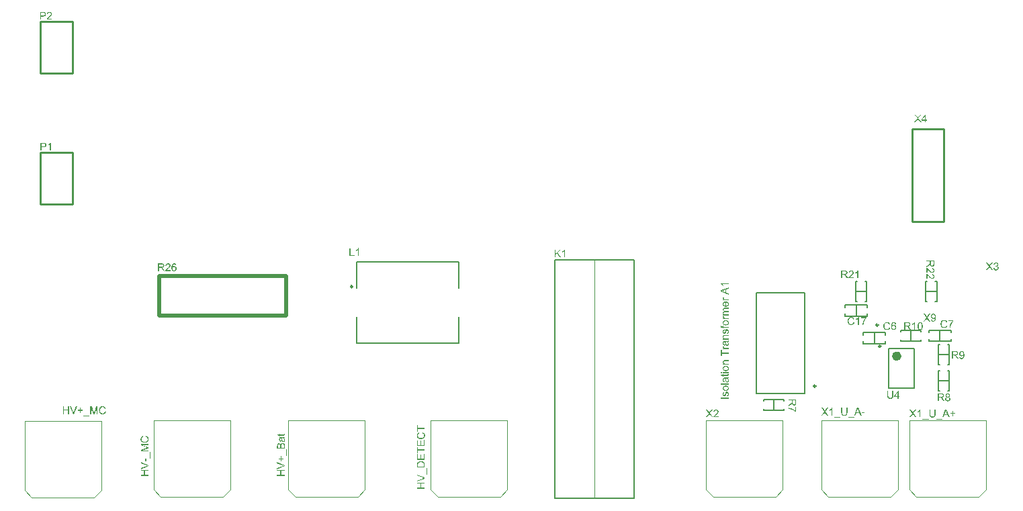
<source format=gbr>
%TF.GenerationSoftware,Altium Limited,Altium Designer,19.1.8 (144)*%
G04 Layer_Color=65535*
%FSLAX26Y26*%
%MOIN*%
%TF.FileFunction,Legend,Top*%
%TF.Part,Single*%
G01*
G75*
%TA.AperFunction,NonConductor*%
%ADD10C,0.010000*%
%ADD20C,0.003937*%
%ADD54C,0.009842*%
%ADD55C,0.019685*%
%ADD57C,0.023622*%
%ADD58C,0.007874*%
%ADD59C,0.005906*%
G36*
X3582226Y2976753D02*
X3582725Y2976698D01*
X3583336Y2976642D01*
X3583946Y2976587D01*
X3584668Y2976420D01*
X3586166Y2976087D01*
X3587831Y2975588D01*
X3588664Y2975255D01*
X3589441Y2974866D01*
X3590218Y2974367D01*
X3590994Y2973867D01*
X3591050Y2973812D01*
X3591161Y2973756D01*
X3591383Y2973590D01*
X3591660Y2973312D01*
X3591938Y2973035D01*
X3592327Y2972646D01*
X3592715Y2972202D01*
X3593159Y2971758D01*
X3593603Y2971203D01*
X3594047Y2970537D01*
X3594546Y2969871D01*
X3594990Y2969150D01*
X3595379Y2968317D01*
X3595823Y2967485D01*
X3596156Y2966597D01*
X3596489Y2965598D01*
X3591494Y2964432D01*
Y2964488D01*
X3591439Y2964599D01*
X3591327Y2964821D01*
X3591216Y2965098D01*
X3591106Y2965431D01*
X3590939Y2965875D01*
X3590495Y2966763D01*
X3589940Y2967762D01*
X3589274Y2968761D01*
X3588441Y2969705D01*
X3587553Y2970537D01*
X3587443Y2970648D01*
X3587110Y2970870D01*
X3586555Y2971148D01*
X3585833Y2971536D01*
X3584890Y2971869D01*
X3583835Y2972202D01*
X3582559Y2972424D01*
X3581171Y2972480D01*
X3580727D01*
X3580450Y2972424D01*
X3580061D01*
X3579617Y2972369D01*
X3578562Y2972202D01*
X3577397Y2971980D01*
X3576176Y2971592D01*
X3574899Y2971037D01*
X3573734Y2970315D01*
X3573678D01*
X3573623Y2970204D01*
X3573235Y2969927D01*
X3572735Y2969483D01*
X3572124Y2968817D01*
X3571403Y2967984D01*
X3570737Y2967041D01*
X3570126Y2965875D01*
X3569572Y2964599D01*
Y2964543D01*
X3569516Y2964432D01*
X3569461Y2964266D01*
X3569405Y2963988D01*
X3569294Y2963655D01*
X3569183Y2963267D01*
X3569017Y2962323D01*
X3568794Y2961213D01*
X3568573Y2959992D01*
X3568461Y2958660D01*
X3568406Y2957217D01*
Y2957162D01*
Y2956995D01*
Y2956718D01*
Y2956385D01*
X3568461Y2955996D01*
Y2955497D01*
X3568517Y2954942D01*
X3568573Y2954331D01*
X3568739Y2952999D01*
X3569017Y2951556D01*
X3569349Y2950113D01*
X3569794Y2948670D01*
Y2948615D01*
X3569849Y2948504D01*
X3569960Y2948337D01*
X3570071Y2948060D01*
X3570404Y2947394D01*
X3570903Y2946617D01*
X3571514Y2945729D01*
X3572291Y2944785D01*
X3573179Y2943953D01*
X3574233Y2943176D01*
X3574289D01*
X3574400Y2943120D01*
X3574566Y2943009D01*
X3574789Y2942898D01*
X3575066Y2942787D01*
X3575399Y2942621D01*
X3576176Y2942288D01*
X3577175Y2941955D01*
X3578285Y2941677D01*
X3579506Y2941455D01*
X3580782Y2941400D01*
X3581171D01*
X3581504Y2941455D01*
X3581892D01*
X3582281Y2941511D01*
X3583280Y2941733D01*
X3584445Y2942010D01*
X3585611Y2942454D01*
X3586832Y2943065D01*
X3587443Y2943398D01*
X3587997Y2943842D01*
X3588053Y2943897D01*
X3588108Y2943953D01*
X3588275Y2944119D01*
X3588497Y2944286D01*
X3588719Y2944563D01*
X3588997Y2944896D01*
X3589329Y2945229D01*
X3589607Y2945673D01*
X3589940Y2946173D01*
X3590329Y2946728D01*
X3590662Y2947283D01*
X3590994Y2947949D01*
X3591272Y2948670D01*
X3591550Y2949447D01*
X3591827Y2950280D01*
X3592049Y2951168D01*
X3597155Y2949891D01*
Y2949836D01*
X3597099Y2949614D01*
X3596988Y2949281D01*
X3596822Y2948837D01*
X3596655Y2948337D01*
X3596434Y2947727D01*
X3596156Y2947061D01*
X3595823Y2946339D01*
X3595046Y2944785D01*
X3594047Y2943231D01*
X3593436Y2942454D01*
X3592826Y2941677D01*
X3592160Y2941011D01*
X3591383Y2940345D01*
X3591327Y2940290D01*
X3591216Y2940179D01*
X3590939Y2940068D01*
X3590662Y2939846D01*
X3590218Y2939568D01*
X3589773Y2939291D01*
X3589163Y2939013D01*
X3588552Y2938736D01*
X3587831Y2938403D01*
X3587054Y2938125D01*
X3586222Y2937848D01*
X3585334Y2937570D01*
X3584390Y2937348D01*
X3583391Y2937237D01*
X3582336Y2937126D01*
X3581227Y2937071D01*
X3580616D01*
X3580172Y2937126D01*
X3579673D01*
X3579062Y2937182D01*
X3578396Y2937293D01*
X3577619Y2937404D01*
X3576010Y2937681D01*
X3574345Y2938125D01*
X3572680Y2938736D01*
X3571903Y2939124D01*
X3571126Y2939568D01*
X3571070Y2939624D01*
X3570959Y2939679D01*
X3570737Y2939846D01*
X3570515Y2940068D01*
X3570182Y2940290D01*
X3569794Y2940623D01*
X3569349Y2941011D01*
X3568905Y2941455D01*
X3568461Y2941955D01*
X3567962Y2942454D01*
X3566963Y2943731D01*
X3566019Y2945229D01*
X3565187Y2946894D01*
Y2946950D01*
X3565076Y2947116D01*
X3565021Y2947394D01*
X3564854Y2947727D01*
X3564743Y2948171D01*
X3564577Y2948726D01*
X3564354Y2949336D01*
X3564188Y2950002D01*
X3564021Y2950724D01*
X3563800Y2951556D01*
X3563522Y2953277D01*
X3563300Y2955219D01*
X3563189Y2957217D01*
Y2957273D01*
Y2957495D01*
Y2957828D01*
X3563244Y2958216D01*
Y2958771D01*
X3563300Y2959326D01*
X3563356Y2960048D01*
X3563466Y2960769D01*
X3563744Y2962379D01*
X3564133Y2964155D01*
X3564688Y2965931D01*
X3565465Y2967651D01*
X3565520Y2967707D01*
X3565575Y2967873D01*
X3565686Y2968095D01*
X3565909Y2968373D01*
X3566131Y2968761D01*
X3566408Y2969205D01*
X3567130Y2970204D01*
X3568073Y2971314D01*
X3569183Y2972424D01*
X3570459Y2973534D01*
X3571958Y2974478D01*
X3572014Y2974533D01*
X3572180Y2974589D01*
X3572402Y2974700D01*
X3572680Y2974866D01*
X3573124Y2975033D01*
X3573568Y2975199D01*
X3574122Y2975421D01*
X3574733Y2975643D01*
X3575399Y2975865D01*
X3576120Y2976087D01*
X3577675Y2976420D01*
X3579450Y2976698D01*
X3581282Y2976809D01*
X3581837D01*
X3582226Y2976753D01*
D02*
G37*
G36*
X3656540Y2971925D02*
X3656485Y2971869D01*
X3656374Y2971758D01*
X3656151Y2971536D01*
X3655930Y2971203D01*
X3655597Y2970815D01*
X3655153Y2970371D01*
X3654709Y2969816D01*
X3654209Y2969150D01*
X3653709Y2968484D01*
X3653099Y2967707D01*
X3652488Y2966819D01*
X3651878Y2965931D01*
X3651212Y2964932D01*
X3650546Y2963877D01*
X3649880Y2962712D01*
X3649214Y2961546D01*
X3649159Y2961491D01*
X3649048Y2961269D01*
X3648881Y2960936D01*
X3648604Y2960436D01*
X3648326Y2959826D01*
X3647993Y2959160D01*
X3647604Y2958383D01*
X3647216Y2957495D01*
X3646772Y2956496D01*
X3646273Y2955497D01*
X3645829Y2954387D01*
X3645385Y2953221D01*
X3644497Y2950835D01*
X3643664Y2948282D01*
Y2948226D01*
X3643608Y2948060D01*
X3643553Y2947782D01*
X3643442Y2947449D01*
X3643331Y2947005D01*
X3643220Y2946450D01*
X3643053Y2945840D01*
X3642943Y2945174D01*
X3642776Y2944397D01*
X3642610Y2943564D01*
X3642332Y2941788D01*
X3642055Y2939846D01*
X3641888Y2937737D01*
X3637059D01*
Y2937792D01*
Y2937959D01*
Y2938181D01*
X3637115Y2938514D01*
Y2938958D01*
X3637171Y2939513D01*
X3637226Y2940123D01*
X3637282Y2940789D01*
X3637392Y2941566D01*
X3637503Y2942343D01*
X3637670Y2943287D01*
X3637836Y2944230D01*
X3638003Y2945229D01*
X3638225Y2946339D01*
X3638780Y2948615D01*
Y2948670D01*
X3638836Y2948892D01*
X3638947Y2949225D01*
X3639113Y2949725D01*
X3639280Y2950280D01*
X3639501Y2950946D01*
X3639724Y2951723D01*
X3640057Y2952555D01*
X3640390Y2953499D01*
X3640722Y2954442D01*
X3641555Y2956551D01*
X3642554Y2958771D01*
X3643664Y2960991D01*
X3643720Y2961047D01*
X3643831Y2961269D01*
X3643997Y2961546D01*
X3644219Y2961990D01*
X3644497Y2962490D01*
X3644885Y2963100D01*
X3645273Y2963766D01*
X3645718Y2964488D01*
X3646772Y2966097D01*
X3647882Y2967762D01*
X3649159Y2969483D01*
X3650490Y2971092D01*
X3631676D01*
Y2975643D01*
X3656540D01*
Y2971925D01*
D02*
G37*
G36*
X3619244Y2937737D02*
X3614526D01*
Y2967762D01*
X3614471Y2967707D01*
X3614193Y2967485D01*
X3613860Y2967152D01*
X3613305Y2966763D01*
X3612695Y2966264D01*
X3611918Y2965709D01*
X3611030Y2965098D01*
X3610031Y2964488D01*
X3609976D01*
X3609920Y2964432D01*
X3609587Y2964210D01*
X3609032Y2963933D01*
X3608366Y2963600D01*
X3607589Y2963211D01*
X3606756Y2962823D01*
X3605924Y2962434D01*
X3605091Y2962101D01*
Y2966652D01*
X3605147D01*
X3605258Y2966763D01*
X3605480Y2966819D01*
X3605758Y2966985D01*
X3606090Y2967152D01*
X3606479Y2967374D01*
X3607423Y2967929D01*
X3608532Y2968539D01*
X3609642Y2969316D01*
X3610808Y2970204D01*
X3611974Y2971148D01*
X3612029Y2971203D01*
X3612084Y2971259D01*
X3612251Y2971425D01*
X3612473Y2971592D01*
X3612972Y2972147D01*
X3613639Y2972813D01*
X3614305Y2973590D01*
X3615026Y2974478D01*
X3615637Y2975366D01*
X3616191Y2976309D01*
X3619244D01*
Y2937737D01*
D02*
G37*
G36*
X3915064Y3962581D02*
X3929439Y3942434D01*
X3923167D01*
X3913455Y3956087D01*
X3913399Y3956143D01*
X3913288Y3956309D01*
X3913177Y3956531D01*
X3912955Y3956809D01*
X3912456Y3957586D01*
X3911901Y3958418D01*
X3911845Y3958363D01*
X3911679Y3958141D01*
X3911457Y3957808D01*
X3911179Y3957364D01*
X3910569Y3956476D01*
X3910291Y3956087D01*
X3910069Y3955754D01*
X3900357Y3942434D01*
X3894252D01*
X3909070Y3962303D01*
X3895972Y3980840D01*
X3902022D01*
X3909015Y3970961D01*
Y3970906D01*
X3909126Y3970850D01*
X3909237Y3970684D01*
X3909403Y3970462D01*
X3909736Y3969907D01*
X3910236Y3969241D01*
X3910735Y3968464D01*
X3911235Y3967687D01*
X3911679Y3966965D01*
X3912067Y3966299D01*
X3912123Y3966410D01*
X3912289Y3966632D01*
X3912567Y3967076D01*
X3912955Y3967631D01*
X3913399Y3968242D01*
X3913954Y3969019D01*
X3914509Y3969796D01*
X3915175Y3970628D01*
X3922834Y3980840D01*
X3928384D01*
X3915064Y3962581D01*
D02*
G37*
G36*
X3951861Y3955976D02*
X3957078D01*
Y3951647D01*
X3951861D01*
Y3942434D01*
X3947143D01*
Y3951647D01*
X3930438D01*
Y3955976D01*
X3948031Y3980840D01*
X3951861D01*
Y3955976D01*
D02*
G37*
G36*
X4270458Y3228733D02*
X4284833Y3208587D01*
X4278561D01*
X4268849Y3222240D01*
X4268793Y3222295D01*
X4268682Y3222462D01*
X4268571Y3222684D01*
X4268349Y3222961D01*
X4267850Y3223738D01*
X4267295Y3224571D01*
X4267239Y3224515D01*
X4267073Y3224293D01*
X4266851Y3223960D01*
X4266573Y3223516D01*
X4265963Y3222628D01*
X4265685Y3222240D01*
X4265463Y3221907D01*
X4255751Y3208587D01*
X4249646D01*
X4264464Y3228456D01*
X4251366Y3246993D01*
X4257416D01*
X4264409Y3237114D01*
Y3237058D01*
X4264520Y3237003D01*
X4264631Y3236836D01*
X4264797Y3236614D01*
X4265130Y3236059D01*
X4265630Y3235393D01*
X4266129Y3234616D01*
X4266629Y3233839D01*
X4267073Y3233118D01*
X4267461Y3232452D01*
X4267517Y3232563D01*
X4267683Y3232785D01*
X4267961Y3233229D01*
X4268349Y3233784D01*
X4268793Y3234394D01*
X4269348Y3235171D01*
X4269903Y3235948D01*
X4270569Y3236781D01*
X4278228Y3246993D01*
X4283778D01*
X4270458Y3228733D01*
D02*
G37*
G36*
X4300650Y3247104D02*
X4301372Y3246993D01*
X4302260Y3246826D01*
X4303259Y3246549D01*
X4304258Y3246216D01*
X4305257Y3245772D01*
X4305312D01*
X4305368Y3245716D01*
X4305701Y3245550D01*
X4306200Y3245217D01*
X4306755Y3244828D01*
X4307421Y3244273D01*
X4308087Y3243663D01*
X4308753Y3242941D01*
X4309308Y3242109D01*
X4309364Y3241998D01*
X4309530Y3241720D01*
X4309752Y3241221D01*
X4310030Y3240610D01*
X4310307Y3239889D01*
X4310529Y3239056D01*
X4310696Y3238113D01*
X4310751Y3237169D01*
Y3237058D01*
Y3236725D01*
X4310696Y3236281D01*
X4310585Y3235671D01*
X4310418Y3234949D01*
X4310141Y3234172D01*
X4309808Y3233395D01*
X4309364Y3232618D01*
X4309308Y3232507D01*
X4309142Y3232285D01*
X4308809Y3231897D01*
X4308365Y3231453D01*
X4307810Y3230953D01*
X4307144Y3230398D01*
X4306367Y3229899D01*
X4305423Y3229399D01*
X4305479D01*
X4305590Y3229344D01*
X4305756Y3229288D01*
X4305978Y3229233D01*
X4306589Y3229011D01*
X4307366Y3228678D01*
X4308254Y3228234D01*
X4309142Y3227679D01*
X4309974Y3226957D01*
X4310751Y3226125D01*
X4310807Y3226014D01*
X4311029Y3225681D01*
X4311362Y3225126D01*
X4311695Y3224404D01*
X4312028Y3223516D01*
X4312361Y3222462D01*
X4312583Y3221241D01*
X4312638Y3219909D01*
Y3219853D01*
Y3219687D01*
Y3219409D01*
X4312583Y3219076D01*
X4312527Y3218632D01*
X4312416Y3218133D01*
X4312305Y3217578D01*
X4312194Y3216967D01*
X4311750Y3215635D01*
X4311417Y3214914D01*
X4311084Y3214248D01*
X4310640Y3213526D01*
X4310141Y3212805D01*
X4309586Y3212083D01*
X4308920Y3211417D01*
X4308864Y3211362D01*
X4308753Y3211251D01*
X4308531Y3211084D01*
X4308254Y3210862D01*
X4307921Y3210585D01*
X4307477Y3210307D01*
X4306977Y3209974D01*
X4306367Y3209697D01*
X4305756Y3209364D01*
X4305035Y3209031D01*
X4304313Y3208753D01*
X4303481Y3208476D01*
X4302593Y3208254D01*
X4301649Y3208087D01*
X4300706Y3207976D01*
X4299651Y3207921D01*
X4299152D01*
X4298819Y3207976D01*
X4298375Y3208032D01*
X4297875Y3208087D01*
X4297320Y3208198D01*
X4296710Y3208309D01*
X4295378Y3208642D01*
X4293990Y3209197D01*
X4293269Y3209530D01*
X4292603Y3209919D01*
X4291937Y3210418D01*
X4291271Y3210918D01*
X4291215Y3210973D01*
X4291104Y3211084D01*
X4290938Y3211251D01*
X4290771Y3211473D01*
X4290494Y3211750D01*
X4290216Y3212139D01*
X4289883Y3212527D01*
X4289550Y3213027D01*
X4289217Y3213582D01*
X4288884Y3214137D01*
X4288274Y3215469D01*
X4287774Y3217023D01*
X4287608Y3217855D01*
X4287497Y3218743D01*
X4292214Y3219354D01*
Y3219298D01*
X4292270Y3219187D01*
X4292325Y3218965D01*
X4292381Y3218688D01*
X4292436Y3218355D01*
X4292547Y3217966D01*
X4292825Y3217134D01*
X4293213Y3216135D01*
X4293713Y3215191D01*
X4294268Y3214303D01*
X4294934Y3213526D01*
X4295045Y3213471D01*
X4295267Y3213249D01*
X4295711Y3212971D01*
X4296266Y3212694D01*
X4296932Y3212361D01*
X4297764Y3212083D01*
X4298708Y3211861D01*
X4299707Y3211806D01*
X4300040D01*
X4300262Y3211861D01*
X4300872Y3211917D01*
X4301649Y3212083D01*
X4302537Y3212361D01*
X4303481Y3212749D01*
X4304424Y3213304D01*
X4305312Y3214081D01*
X4305423Y3214192D01*
X4305701Y3214525D01*
X4306034Y3215025D01*
X4306478Y3215691D01*
X4306922Y3216523D01*
X4307255Y3217467D01*
X4307532Y3218577D01*
X4307643Y3219798D01*
Y3219853D01*
Y3219964D01*
Y3220131D01*
X4307588Y3220353D01*
X4307532Y3220963D01*
X4307366Y3221685D01*
X4307144Y3222573D01*
X4306755Y3223461D01*
X4306200Y3224349D01*
X4305479Y3225181D01*
X4305368Y3225292D01*
X4305090Y3225514D01*
X4304646Y3225847D01*
X4304036Y3226236D01*
X4303259Y3226624D01*
X4302315Y3226957D01*
X4301261Y3227179D01*
X4300095Y3227290D01*
X4299596D01*
X4299207Y3227235D01*
X4298708Y3227179D01*
X4298153Y3227068D01*
X4297487Y3226957D01*
X4296765Y3226791D01*
X4297320Y3230953D01*
X4297598D01*
X4297820Y3230898D01*
X4298541D01*
X4299152Y3231009D01*
X4299873Y3231120D01*
X4300706Y3231286D01*
X4301649Y3231564D01*
X4302537Y3231952D01*
X4303481Y3232452D01*
X4303536D01*
X4303592Y3232507D01*
X4303869Y3232729D01*
X4304258Y3233118D01*
X4304702Y3233617D01*
X4305146Y3234339D01*
X4305534Y3235171D01*
X4305812Y3236115D01*
X4305923Y3236670D01*
Y3237280D01*
Y3237336D01*
Y3237391D01*
Y3237724D01*
X4305812Y3238168D01*
X4305701Y3238779D01*
X4305479Y3239445D01*
X4305201Y3240166D01*
X4304757Y3240888D01*
X4304147Y3241554D01*
X4304091Y3241609D01*
X4303814Y3241831D01*
X4303425Y3242109D01*
X4302926Y3242442D01*
X4302260Y3242719D01*
X4301483Y3242997D01*
X4300595Y3243219D01*
X4299596Y3243274D01*
X4299152D01*
X4298652Y3243163D01*
X4297986Y3243052D01*
X4297265Y3242830D01*
X4296543Y3242553D01*
X4295766Y3242109D01*
X4295045Y3241554D01*
X4294989Y3241498D01*
X4294767Y3241221D01*
X4294434Y3240832D01*
X4294046Y3240277D01*
X4293657Y3239556D01*
X4293269Y3238668D01*
X4292936Y3237613D01*
X4292714Y3236392D01*
X4287996Y3237225D01*
Y3237280D01*
X4288052Y3237447D01*
X4288107Y3237669D01*
X4288163Y3238002D01*
X4288274Y3238390D01*
X4288440Y3238834D01*
X4288773Y3239889D01*
X4289328Y3241110D01*
X4289994Y3242331D01*
X4290827Y3243496D01*
X4291881Y3244551D01*
X4291937Y3244606D01*
X4292048Y3244662D01*
X4292214Y3244773D01*
X4292436Y3244939D01*
X4292714Y3245161D01*
X4293102Y3245383D01*
X4293491Y3245605D01*
X4293990Y3245883D01*
X4295100Y3246327D01*
X4296377Y3246771D01*
X4297875Y3247048D01*
X4298652Y3247159D01*
X4300040D01*
X4300650Y3247104D01*
D02*
G37*
G36*
X770406Y2398258D02*
X770462Y2398037D01*
X770517Y2397648D01*
X770572Y2397148D01*
X770683Y2396593D01*
X770739Y2395983D01*
X770794Y2394762D01*
Y2394318D01*
X770739Y2393874D01*
X770683Y2393319D01*
X770628Y2392653D01*
X770462Y2391987D01*
X770295Y2391376D01*
X770018Y2390766D01*
X769962Y2390711D01*
X769851Y2390544D01*
X769684Y2390322D01*
X769407Y2389989D01*
X769130Y2389711D01*
X768741Y2389378D01*
X768352Y2389046D01*
X767853Y2388823D01*
X767798D01*
X767576Y2388713D01*
X767187Y2388657D01*
X766632Y2388546D01*
X765910Y2388435D01*
X765466Y2388380D01*
X764967D01*
X764356Y2388324D01*
X763746Y2388269D01*
X763080D01*
X762303D01*
X746208D01*
Y2384772D01*
X742545D01*
Y2388269D01*
X735663D01*
X732832Y2392986D01*
X742545D01*
Y2397759D01*
X746208D01*
Y2392986D01*
X762581D01*
X762692D01*
X762913D01*
X763246D01*
X763635Y2393041D01*
X764523Y2393097D01*
X764912Y2393153D01*
X765189Y2393208D01*
X765300Y2393264D01*
X765522Y2393430D01*
X765799Y2393652D01*
X766077Y2394041D01*
X766133Y2394151D01*
X766244Y2394429D01*
X766355Y2394928D01*
X766410Y2395650D01*
Y2396205D01*
X766355Y2396483D01*
Y2396871D01*
X766299Y2397315D01*
X766244Y2397759D01*
X770406Y2398369D01*
Y2398258D01*
D02*
G37*
G36*
Y2376724D02*
X770351Y2376669D01*
X770129Y2376613D01*
X769851Y2376503D01*
X769407Y2376336D01*
X768908Y2376169D01*
X768297Y2376059D01*
X767631Y2375948D01*
X766909Y2375836D01*
Y2375781D01*
X767020Y2375726D01*
X767298Y2375392D01*
X767687Y2374893D01*
X768186Y2374227D01*
X768686Y2373394D01*
X769240Y2372562D01*
X769740Y2371674D01*
X770129Y2370731D01*
X770184Y2370619D01*
X770240Y2370287D01*
X770406Y2369787D01*
X770572Y2369177D01*
X770739Y2368399D01*
X770850Y2367512D01*
X770961Y2366512D01*
X771016Y2365514D01*
Y2365070D01*
X770961Y2364736D01*
Y2364348D01*
X770905Y2363904D01*
X770739Y2362905D01*
X770462Y2361795D01*
X770073Y2360574D01*
X769518Y2359464D01*
X768797Y2358465D01*
X768686Y2358354D01*
X768408Y2358077D01*
X767909Y2357688D01*
X767242Y2357244D01*
X766410Y2356800D01*
X765466Y2356412D01*
X764301Y2356134D01*
X763746Y2356079D01*
X763080Y2356023D01*
X762969D01*
X762747D01*
X762359Y2356079D01*
X761859Y2356134D01*
X761249Y2356245D01*
X760638Y2356412D01*
X759972Y2356633D01*
X759361Y2356911D01*
X759306Y2356966D01*
X759084Y2357077D01*
X758751Y2357300D01*
X758362Y2357577D01*
X757918Y2357910D01*
X757475Y2358354D01*
X757030Y2358798D01*
X756642Y2359353D01*
X756587Y2359409D01*
X756476Y2359631D01*
X756254Y2359908D01*
X756032Y2360352D01*
X755809Y2360852D01*
X755532Y2361462D01*
X755310Y2362073D01*
X755088Y2362794D01*
Y2362849D01*
X755033Y2363072D01*
X754922Y2363405D01*
X754866Y2363849D01*
X754755Y2364403D01*
X754644Y2365125D01*
X754477Y2365957D01*
X754366Y2366956D01*
Y2367012D01*
X754311Y2367234D01*
Y2367512D01*
X754255Y2367900D01*
X754200Y2368344D01*
X754089Y2368899D01*
X754034Y2369510D01*
X753923Y2370175D01*
X753645Y2371508D01*
X753367Y2372950D01*
X753034Y2374227D01*
X752868Y2374838D01*
X752702Y2375392D01*
X752646D01*
X752535D01*
X752202Y2375448D01*
X751813D01*
X751591D01*
X751481D01*
X751425D01*
X751370D01*
X751037D01*
X750481Y2375392D01*
X749871Y2375282D01*
X749205Y2375115D01*
X748539Y2374838D01*
X747928Y2374505D01*
X747429Y2374061D01*
X747374Y2374005D01*
X747152Y2373727D01*
X746929Y2373284D01*
X746596Y2372729D01*
X746319Y2371952D01*
X746042Y2371064D01*
X745875Y2369954D01*
X745819Y2368677D01*
Y2368122D01*
X745875Y2367567D01*
X745986Y2366790D01*
X746097Y2366013D01*
X746319Y2365180D01*
X746596Y2364403D01*
X746985Y2363738D01*
X747040Y2363682D01*
X747207Y2363460D01*
X747485Y2363182D01*
X747928Y2362849D01*
X748484Y2362517D01*
X749205Y2362128D01*
X750093Y2361795D01*
X751092Y2361462D01*
X750481Y2356856D01*
X750426D01*
X750370Y2356911D01*
X750204D01*
X749982Y2356966D01*
X749482Y2357133D01*
X748761Y2357355D01*
X748039Y2357633D01*
X747263Y2357965D01*
X746486Y2358410D01*
X745764Y2358909D01*
X745708Y2358965D01*
X745486Y2359186D01*
X745154Y2359519D01*
X744710Y2359963D01*
X744265Y2360574D01*
X743822Y2361296D01*
X743322Y2362128D01*
X742933Y2363072D01*
Y2363127D01*
X742878Y2363182D01*
X742822Y2363349D01*
X742767Y2363571D01*
X742601Y2364126D01*
X742434Y2364903D01*
X742268Y2365791D01*
X742101Y2366901D01*
X741990Y2368066D01*
X741934Y2369398D01*
Y2370009D01*
X741990Y2370619D01*
X742045Y2371452D01*
X742157Y2372396D01*
X742323Y2373339D01*
X742545Y2374282D01*
X742822Y2375171D01*
X742878Y2375282D01*
X742989Y2375559D01*
X743155Y2375948D01*
X743378Y2376447D01*
X743711Y2377002D01*
X744043Y2377557D01*
X744487Y2378057D01*
X744932Y2378501D01*
X744987Y2378556D01*
X745154Y2378667D01*
X745431Y2378834D01*
X745764Y2379055D01*
X746264Y2379333D01*
X746763Y2379555D01*
X747374Y2379777D01*
X748095Y2379943D01*
X748150D01*
X748317Y2379999D01*
X748650Y2380055D01*
X749094Y2380110D01*
X749705D01*
X750426Y2380166D01*
X751370Y2380221D01*
X752424D01*
X758751D01*
X758807D01*
X759029D01*
X759361D01*
X759806D01*
X760305D01*
X760915D01*
X762247Y2380276D01*
X763635D01*
X765023Y2380332D01*
X765633Y2380387D01*
X766188D01*
X766688Y2380443D01*
X767076Y2380499D01*
X767131D01*
X767354Y2380554D01*
X767687Y2380610D01*
X768130Y2380776D01*
X768630Y2380887D01*
X769185Y2381109D01*
X769795Y2381387D01*
X770406Y2381664D01*
Y2376724D01*
D02*
G37*
G36*
X760250Y2351195D02*
X760915Y2351084D01*
X761692Y2350972D01*
X762525Y2350751D01*
X763413Y2350473D01*
X764301Y2350084D01*
X764412Y2350029D01*
X764689Y2349863D01*
X765078Y2349640D01*
X765633Y2349307D01*
X766188Y2348863D01*
X766798Y2348419D01*
X767409Y2347865D01*
X767909Y2347254D01*
X767964Y2347198D01*
X768130Y2346977D01*
X768352Y2346588D01*
X768574Y2346088D01*
X768908Y2345478D01*
X769240Y2344756D01*
X769518Y2343979D01*
X769795Y2343036D01*
Y2342925D01*
X769907Y2342592D01*
X769962Y2342037D01*
X770073Y2341316D01*
X770184Y2340427D01*
X770295Y2339373D01*
X770351Y2338207D01*
X770406Y2336876D01*
Y2322224D01*
X732000D01*
Y2337320D01*
X732056Y2337708D01*
Y2338152D01*
X732167Y2339151D01*
X732278Y2340261D01*
X732500Y2341427D01*
X732777Y2342592D01*
X733165Y2343646D01*
Y2343702D01*
X733221Y2343758D01*
X733388Y2344090D01*
X733665Y2344590D01*
X734053Y2345145D01*
X734553Y2345811D01*
X735163Y2346532D01*
X735941Y2347198D01*
X736773Y2347809D01*
X736884Y2347865D01*
X737217Y2348031D01*
X737661Y2348309D01*
X738327Y2348586D01*
X739104Y2348863D01*
X739937Y2349141D01*
X740880Y2349307D01*
X741823Y2349363D01*
X741934D01*
X742212D01*
X742712Y2349307D01*
X743322Y2349197D01*
X744043Y2349030D01*
X744821Y2348753D01*
X745597Y2348419D01*
X746430Y2347976D01*
X746541Y2347920D01*
X746763Y2347753D01*
X747207Y2347421D01*
X747651Y2346977D01*
X748206Y2346421D01*
X748817Y2345756D01*
X749371Y2344923D01*
X749927Y2343979D01*
Y2344035D01*
X749982Y2344146D01*
X750038Y2344312D01*
X750149Y2344535D01*
X750370Y2345200D01*
X750759Y2345977D01*
X751259Y2346810D01*
X751869Y2347753D01*
X752591Y2348586D01*
X753479Y2349363D01*
X753590Y2349419D01*
X753923Y2349640D01*
X754422Y2349974D01*
X755088Y2350307D01*
X755976Y2350640D01*
X756919Y2350972D01*
X758029Y2351195D01*
X759250Y2351250D01*
X759306D01*
X759361D01*
X759694D01*
X760250Y2351195D01*
D02*
G37*
G36*
X781062Y2287591D02*
X777677D01*
Y2318838D01*
X781062D01*
Y2287591D01*
D02*
G37*
G36*
X753645Y2274882D02*
X764190D01*
Y2270442D01*
X753645D01*
Y2260008D01*
X749260D01*
Y2270442D01*
X738827D01*
Y2274882D01*
X749260D01*
Y2285316D01*
X753645D01*
Y2274882D01*
D02*
G37*
G36*
X770406Y2241637D02*
Y2236309D01*
X732000Y2221436D01*
Y2226985D01*
X759917Y2236976D01*
X759972D01*
X760083Y2237031D01*
X760250Y2237086D01*
X760471Y2237198D01*
X760804Y2237253D01*
X761138Y2237364D01*
X761970Y2237642D01*
X762913Y2237974D01*
X763968Y2238307D01*
X766188Y2238974D01*
X766133D01*
X766021Y2239029D01*
X765855Y2239084D01*
X765633Y2239140D01*
X765023Y2239307D01*
X764190Y2239584D01*
X763246Y2239861D01*
X762192Y2240195D01*
X761082Y2240583D01*
X759917Y2241027D01*
X732000Y2251461D01*
Y2256622D01*
X770406Y2241637D01*
D02*
G37*
G36*
Y2211834D02*
X752313D01*
Y2191965D01*
X770406D01*
Y2186859D01*
X732000D01*
Y2191965D01*
X747762D01*
Y2211834D01*
X732000D01*
Y2216940D01*
X770406D01*
Y2211834D01*
D02*
G37*
G36*
X82105Y2386104D02*
X82438Y2385993D01*
X82882Y2385827D01*
X83382Y2385660D01*
X83992Y2385438D01*
X84658Y2385160D01*
X85379Y2384827D01*
X86933Y2384050D01*
X88487Y2383052D01*
X89264Y2382441D01*
X90041Y2381831D01*
X90707Y2381164D01*
X91374Y2380387D01*
X91429Y2380332D01*
X91540Y2380221D01*
X91651Y2379943D01*
X91873Y2379666D01*
X92150Y2379222D01*
X92428Y2378778D01*
X92706Y2378168D01*
X92983Y2377557D01*
X93316Y2376836D01*
X93594Y2376059D01*
X93871Y2375226D01*
X94148Y2374338D01*
X94371Y2373394D01*
X94481Y2372396D01*
X94593Y2371341D01*
X94648Y2370231D01*
Y2369620D01*
X94593Y2369177D01*
Y2368677D01*
X94537Y2368066D01*
X94426Y2367401D01*
X94315Y2366624D01*
X94037Y2365014D01*
X93594Y2363349D01*
X92983Y2361684D01*
X92594Y2360907D01*
X92150Y2360130D01*
X92095Y2360075D01*
X92040Y2359963D01*
X91873Y2359742D01*
X91651Y2359519D01*
X91429Y2359186D01*
X91096Y2358798D01*
X90707Y2358354D01*
X90263Y2357910D01*
X89764Y2357466D01*
X89264Y2356966D01*
X87988Y2355968D01*
X86490Y2355024D01*
X84825Y2354191D01*
X84769D01*
X84603Y2354081D01*
X84325Y2354025D01*
X83992Y2353858D01*
X83548Y2353747D01*
X82993Y2353581D01*
X82382Y2353359D01*
X81716Y2353193D01*
X80995Y2353026D01*
X80162Y2352804D01*
X78442Y2352526D01*
X76499Y2352305D01*
X74501Y2352193D01*
X74446D01*
X74224D01*
X73891D01*
X73502Y2352249D01*
X72948D01*
X72392Y2352305D01*
X71671Y2352360D01*
X70950Y2352471D01*
X69340Y2352749D01*
X67564Y2353137D01*
X65788Y2353692D01*
X64067Y2354469D01*
X64012Y2354524D01*
X63846Y2354580D01*
X63624Y2354691D01*
X63346Y2354913D01*
X62958Y2355135D01*
X62514Y2355412D01*
X61514Y2356134D01*
X60404Y2357077D01*
X59294Y2358188D01*
X58184Y2359464D01*
X57241Y2360963D01*
X57185Y2361018D01*
X57130Y2361184D01*
X57019Y2361407D01*
X56852Y2361684D01*
X56686Y2362128D01*
X56520Y2362572D01*
X56297Y2363127D01*
X56075Y2363738D01*
X55853Y2364403D01*
X55632Y2365125D01*
X55298Y2366679D01*
X55021Y2368455D01*
X54910Y2370287D01*
Y2370841D01*
X54965Y2371230D01*
X55021Y2371729D01*
X55077Y2372340D01*
X55132Y2372950D01*
X55298Y2373672D01*
X55632Y2375171D01*
X56131Y2376836D01*
X56464Y2377668D01*
X56852Y2378445D01*
X57352Y2379222D01*
X57852Y2379999D01*
X57907Y2380055D01*
X57962Y2380166D01*
X58129Y2380387D01*
X58407Y2380665D01*
X58684Y2380943D01*
X59072Y2381331D01*
X59517Y2381720D01*
X59961Y2382164D01*
X60516Y2382608D01*
X61181Y2383052D01*
X61847Y2383551D01*
X62569Y2383995D01*
X63401Y2384383D01*
X64234Y2384827D01*
X65122Y2385160D01*
X66121Y2385494D01*
X67287Y2380499D01*
X67231D01*
X67120Y2380443D01*
X66898Y2380332D01*
X66621Y2380221D01*
X66287Y2380110D01*
X65844Y2379943D01*
X64956Y2379499D01*
X63956Y2378945D01*
X62958Y2378278D01*
X62014Y2377446D01*
X61181Y2376558D01*
X61071Y2376447D01*
X60849Y2376114D01*
X60571Y2375559D01*
X60182Y2374838D01*
X59849Y2373894D01*
X59517Y2372840D01*
X59294Y2371563D01*
X59239Y2370175D01*
Y2369731D01*
X59294Y2369454D01*
Y2369066D01*
X59350Y2368622D01*
X59517Y2367567D01*
X59739Y2366401D01*
X60127Y2365180D01*
X60682Y2363904D01*
X61404Y2362738D01*
Y2362683D01*
X61514Y2362628D01*
X61792Y2362239D01*
X62236Y2361740D01*
X62902Y2361129D01*
X63734Y2360407D01*
X64678Y2359742D01*
X65844Y2359131D01*
X67120Y2358576D01*
X67175D01*
X67287Y2358521D01*
X67453Y2358465D01*
X67731Y2358410D01*
X68064Y2358298D01*
X68452Y2358188D01*
X69395Y2358021D01*
X70505Y2357799D01*
X71727Y2357577D01*
X73058Y2357466D01*
X74501Y2357410D01*
X74557D01*
X74724D01*
X75001D01*
X75334D01*
X75722Y2357466D01*
X76222D01*
X76777Y2357521D01*
X77388Y2357577D01*
X78719Y2357744D01*
X80162Y2358021D01*
X81606Y2358354D01*
X83049Y2358798D01*
X83104D01*
X83215Y2358854D01*
X83382Y2358965D01*
X83659Y2359075D01*
X84325Y2359409D01*
X85102Y2359908D01*
X85990Y2360519D01*
X86933Y2361296D01*
X87766Y2362184D01*
X88543Y2363238D01*
Y2363294D01*
X88599Y2363405D01*
X88710Y2363571D01*
X88820Y2363793D01*
X88931Y2364070D01*
X89098Y2364403D01*
X89431Y2365180D01*
X89764Y2366180D01*
X90041Y2367289D01*
X90263Y2368510D01*
X90319Y2369787D01*
Y2370175D01*
X90263Y2370508D01*
Y2370897D01*
X90208Y2371285D01*
X89986Y2372285D01*
X89709Y2373450D01*
X89264Y2374615D01*
X88654Y2375836D01*
X88321Y2376447D01*
X87877Y2377002D01*
X87822Y2377057D01*
X87766Y2377113D01*
X87600Y2377280D01*
X87433Y2377501D01*
X87156Y2377724D01*
X86823Y2378001D01*
X86490Y2378334D01*
X86046Y2378611D01*
X85546Y2378945D01*
X84991Y2379333D01*
X84436Y2379666D01*
X83770Y2379999D01*
X83049Y2380276D01*
X82272Y2380554D01*
X81439Y2380831D01*
X80551Y2381053D01*
X81828Y2386160D01*
X81883D01*
X82105Y2386104D01*
D02*
G37*
G36*
X93982Y2340539D02*
X61847D01*
X93982Y2329327D01*
Y2324776D01*
X61292Y2313677D01*
X93982D01*
Y2308793D01*
X55576D01*
Y2316396D01*
X82826Y2325498D01*
X82882D01*
X82993Y2325553D01*
X83159Y2325609D01*
X83437Y2325720D01*
X84103Y2325942D01*
X84936Y2326220D01*
X85879Y2326497D01*
X86823Y2326830D01*
X87710Y2327108D01*
X88487Y2327329D01*
X88376Y2327385D01*
X88099Y2327441D01*
X87600Y2327607D01*
X86933Y2327829D01*
X86046Y2328106D01*
X84991Y2328495D01*
X83770Y2328883D01*
X82327Y2329383D01*
X55576Y2338596D01*
Y2345423D01*
X93982D01*
Y2340539D01*
D02*
G37*
G36*
X104638Y2274105D02*
X101252D01*
Y2305352D01*
X104638D01*
Y2274105D01*
D02*
G37*
G36*
X82438Y2258731D02*
X77721D01*
Y2273328D01*
X82438D01*
Y2258731D01*
D02*
G37*
G36*
X93982Y2241637D02*
Y2236309D01*
X55576Y2221436D01*
Y2226985D01*
X83493Y2236976D01*
X83548D01*
X83659Y2237031D01*
X83826Y2237086D01*
X84047Y2237198D01*
X84380Y2237253D01*
X84713Y2237364D01*
X85546Y2237642D01*
X86490Y2237974D01*
X87544Y2238307D01*
X89764Y2238974D01*
X89709D01*
X89597Y2239029D01*
X89431Y2239084D01*
X89209Y2239140D01*
X88599Y2239307D01*
X87766Y2239584D01*
X86823Y2239861D01*
X85768Y2240195D01*
X84658Y2240583D01*
X83493Y2241027D01*
X55576Y2251461D01*
Y2256622D01*
X93982Y2241637D01*
D02*
G37*
G36*
Y2211834D02*
X75889D01*
Y2191965D01*
X93982D01*
Y2186859D01*
X55576D01*
Y2191965D01*
X71338D01*
Y2211834D01*
X55576D01*
Y2216940D01*
X93982D01*
Y2211834D01*
D02*
G37*
G36*
X-132286Y2533544D02*
X-131787Y2533489D01*
X-131176Y2533433D01*
X-130566Y2533378D01*
X-129844Y2533211D01*
X-128346Y2532878D01*
X-126681Y2532379D01*
X-125848Y2532046D01*
X-125071Y2531657D01*
X-124294Y2531158D01*
X-123517Y2530658D01*
X-123462Y2530603D01*
X-123351Y2530547D01*
X-123129Y2530381D01*
X-122851Y2530103D01*
X-122574Y2529826D01*
X-122185Y2529437D01*
X-121797Y2528993D01*
X-121353Y2528549D01*
X-120909Y2527994D01*
X-120465Y2527328D01*
X-119965Y2526662D01*
X-119521Y2525941D01*
X-119133Y2525108D01*
X-118689Y2524276D01*
X-118356Y2523388D01*
X-118023Y2522389D01*
X-123018Y2521223D01*
Y2521279D01*
X-123073Y2521390D01*
X-123184Y2521612D01*
X-123295Y2521889D01*
X-123406Y2522222D01*
X-123573Y2522666D01*
X-124017Y2523554D01*
X-124572Y2524553D01*
X-125238Y2525552D01*
X-126070Y2526496D01*
X-126958Y2527328D01*
X-127069Y2527439D01*
X-127402Y2527661D01*
X-127957Y2527939D01*
X-128679Y2528327D01*
X-129622Y2528660D01*
X-130677Y2528993D01*
X-131953Y2529215D01*
X-133341Y2529271D01*
X-133785D01*
X-134062Y2529215D01*
X-134451D01*
X-134895Y2529160D01*
X-135949Y2528993D01*
X-137115Y2528771D01*
X-138336Y2528383D01*
X-139612Y2527828D01*
X-140778Y2527106D01*
X-140833D01*
X-140889Y2526995D01*
X-141277Y2526718D01*
X-141777Y2526274D01*
X-142387Y2525608D01*
X-143109Y2524775D01*
X-143775Y2523832D01*
X-144385Y2522666D01*
X-144940Y2521390D01*
Y2521334D01*
X-144996Y2521223D01*
X-145051Y2521057D01*
X-145107Y2520779D01*
X-145218Y2520446D01*
X-145329Y2520058D01*
X-145495Y2519114D01*
X-145717Y2518004D01*
X-145939Y2516783D01*
X-146050Y2515451D01*
X-146106Y2514008D01*
Y2513953D01*
Y2513786D01*
Y2513509D01*
Y2513176D01*
X-146050Y2512787D01*
Y2512288D01*
X-145995Y2511733D01*
X-145939Y2511122D01*
X-145773Y2509790D01*
X-145495Y2508347D01*
X-145162Y2506904D01*
X-144718Y2505461D01*
Y2505406D01*
X-144663Y2505295D01*
X-144552Y2505128D01*
X-144441Y2504851D01*
X-144108Y2504185D01*
X-143608Y2503408D01*
X-142998Y2502520D01*
X-142221Y2501576D01*
X-141333Y2500744D01*
X-140278Y2499967D01*
X-140223D01*
X-140112Y2499911D01*
X-139945Y2499800D01*
X-139723Y2499689D01*
X-139446Y2499578D01*
X-139113Y2499412D01*
X-138336Y2499079D01*
X-137337Y2498746D01*
X-136227Y2498468D01*
X-135006Y2498246D01*
X-133729Y2498191D01*
X-133341D01*
X-133008Y2498246D01*
X-132619D01*
X-132231Y2498302D01*
X-131232Y2498524D01*
X-130066Y2498801D01*
X-128901Y2499245D01*
X-127680Y2499856D01*
X-127069Y2500189D01*
X-126514Y2500633D01*
X-126459Y2500688D01*
X-126403Y2500744D01*
X-126237Y2500910D01*
X-126015Y2501077D01*
X-125793Y2501354D01*
X-125515Y2501687D01*
X-125182Y2502020D01*
X-124905Y2502464D01*
X-124572Y2502964D01*
X-124183Y2503519D01*
X-123850Y2504074D01*
X-123517Y2504740D01*
X-123240Y2505461D01*
X-122962Y2506238D01*
X-122685Y2507071D01*
X-122463Y2507959D01*
X-117357Y2506682D01*
Y2506627D01*
X-117412Y2506405D01*
X-117523Y2506072D01*
X-117690Y2505628D01*
X-117856Y2505128D01*
X-118078Y2504518D01*
X-118356Y2503852D01*
X-118689Y2503130D01*
X-119466Y2501576D01*
X-120465Y2500022D01*
X-121075Y2499245D01*
X-121686Y2498468D01*
X-122352Y2497802D01*
X-123129Y2497136D01*
X-123184Y2497081D01*
X-123295Y2496970D01*
X-123573Y2496859D01*
X-123850Y2496637D01*
X-124294Y2496359D01*
X-124738Y2496082D01*
X-125349Y2495804D01*
X-125959Y2495527D01*
X-126681Y2495194D01*
X-127458Y2494916D01*
X-128290Y2494639D01*
X-129178Y2494361D01*
X-130122Y2494139D01*
X-131121Y2494028D01*
X-132175Y2493917D01*
X-133285Y2493862D01*
X-133896D01*
X-134340Y2493917D01*
X-134839D01*
X-135450Y2493973D01*
X-136116Y2494084D01*
X-136893Y2494195D01*
X-138502Y2494472D01*
X-140167Y2494916D01*
X-141832Y2495527D01*
X-142609Y2495915D01*
X-143386Y2496359D01*
X-143442Y2496415D01*
X-143553Y2496470D01*
X-143775Y2496637D01*
X-143997Y2496859D01*
X-144330Y2497081D01*
X-144718Y2497414D01*
X-145162Y2497802D01*
X-145606Y2498246D01*
X-146050Y2498746D01*
X-146550Y2499245D01*
X-147549Y2500522D01*
X-148492Y2502020D01*
X-149325Y2503685D01*
Y2503741D01*
X-149436Y2503907D01*
X-149491Y2504185D01*
X-149658Y2504518D01*
X-149769Y2504962D01*
X-149935Y2505517D01*
X-150157Y2506127D01*
X-150324Y2506793D01*
X-150490Y2507515D01*
X-150712Y2508347D01*
X-150990Y2510068D01*
X-151212Y2512010D01*
X-151323Y2514008D01*
Y2514064D01*
Y2514286D01*
Y2514619D01*
X-151267Y2515007D01*
Y2515562D01*
X-151212Y2516117D01*
X-151156Y2516839D01*
X-151045Y2517560D01*
X-150768Y2519170D01*
X-150379Y2520946D01*
X-149824Y2522722D01*
X-149047Y2524442D01*
X-148992Y2524498D01*
X-148936Y2524664D01*
X-148825Y2524886D01*
X-148603Y2525164D01*
X-148381Y2525552D01*
X-148104Y2525996D01*
X-147382Y2526995D01*
X-146439Y2528105D01*
X-145329Y2529215D01*
X-144052Y2530325D01*
X-142554Y2531269D01*
X-142498Y2531324D01*
X-142332Y2531380D01*
X-142110Y2531491D01*
X-141832Y2531657D01*
X-141388Y2531824D01*
X-140944Y2531990D01*
X-140389Y2532212D01*
X-139779Y2532434D01*
X-139113Y2532656D01*
X-138391Y2532878D01*
X-136837Y2533211D01*
X-135061Y2533489D01*
X-133230Y2533600D01*
X-132675D01*
X-132286Y2533544D01*
D02*
G37*
G36*
X-300063Y2494528D02*
X-305169D01*
Y2512621D01*
X-325038D01*
Y2494528D01*
X-330144D01*
Y2532934D01*
X-325038D01*
Y2517172D01*
X-305169D01*
Y2532934D01*
X-300063D01*
Y2494528D01*
D02*
G37*
G36*
X-242121Y2515673D02*
X-231687D01*
Y2511289D01*
X-242121D01*
Y2500744D01*
X-246561D01*
Y2511289D01*
X-256995D01*
Y2515673D01*
X-246561D01*
Y2526107D01*
X-242121D01*
Y2515673D01*
D02*
G37*
G36*
X-158094Y2494528D02*
X-162978D01*
Y2526662D01*
X-174189Y2494528D01*
X-178740D01*
X-189840Y2527217D01*
Y2494528D01*
X-194724D01*
Y2532934D01*
X-187120D01*
X-178018Y2505683D01*
Y2505628D01*
X-177963Y2505517D01*
X-177907Y2505350D01*
X-177796Y2505073D01*
X-177574Y2504407D01*
X-177297Y2503574D01*
X-177019Y2502631D01*
X-176686Y2501687D01*
X-176409Y2500799D01*
X-176187Y2500022D01*
X-176131Y2500133D01*
X-176076Y2500411D01*
X-175909Y2500910D01*
X-175687Y2501576D01*
X-175410Y2502464D01*
X-175021Y2503519D01*
X-174633Y2504740D01*
X-174133Y2506183D01*
X-164920Y2532934D01*
X-158094D01*
Y2494528D01*
D02*
G37*
G36*
X-275365D02*
X-280693D01*
X-295567Y2532934D01*
X-290017D01*
X-280027Y2505017D01*
Y2504962D01*
X-279972Y2504851D01*
X-279916Y2504684D01*
X-279805Y2504462D01*
X-279750Y2504129D01*
X-279639Y2503796D01*
X-279361Y2502964D01*
X-279028Y2502020D01*
X-278695Y2500966D01*
X-278029Y2498746D01*
Y2498801D01*
X-277974Y2498912D01*
X-277918Y2499079D01*
X-277863Y2499301D01*
X-277696Y2499911D01*
X-277419Y2500744D01*
X-277141Y2501687D01*
X-276808Y2502742D01*
X-276420Y2503852D01*
X-275976Y2505017D01*
X-265542Y2532934D01*
X-260380D01*
X-275365Y2494528D01*
D02*
G37*
G36*
X-198165Y2483872D02*
X-229411D01*
Y2487257D01*
X-198165D01*
Y2483872D01*
D02*
G37*
G36*
X3453214Y2507146D02*
X3467588Y2487000D01*
X3461317D01*
X3451604Y2500653D01*
X3451549Y2500709D01*
X3451438Y2500875D01*
X3451327Y2501097D01*
X3451105Y2501374D01*
X3450606Y2502151D01*
X3450050Y2502984D01*
X3449995Y2502928D01*
X3449829Y2502706D01*
X3449606Y2502374D01*
X3449329Y2501930D01*
X3448718Y2501041D01*
X3448441Y2500653D01*
X3448219Y2500320D01*
X3438506Y2487000D01*
X3432401D01*
X3447220Y2506869D01*
X3434122Y2525406D01*
X3440171D01*
X3447164Y2515527D01*
Y2515472D01*
X3447276Y2515416D01*
X3447387Y2515249D01*
X3447553Y2515028D01*
X3447886Y2514472D01*
X3448385Y2513807D01*
X3448885Y2513030D01*
X3449385Y2512253D01*
X3449829Y2511531D01*
X3450217Y2510865D01*
X3450273Y2510976D01*
X3450439Y2511198D01*
X3450716Y2511642D01*
X3451105Y2512197D01*
X3451549Y2512807D01*
X3452104Y2513584D01*
X3452659Y2514361D01*
X3453325Y2515194D01*
X3460984Y2525406D01*
X3466534D01*
X3453214Y2507146D01*
D02*
G37*
G36*
X3648352Y2498544D02*
X3633756D01*
Y2503262D01*
X3648352D01*
Y2498544D01*
D02*
G37*
G36*
X3562105Y2503206D02*
Y2503151D01*
Y2502928D01*
Y2502651D01*
Y2502262D01*
X3562050Y2501763D01*
Y2501208D01*
X3561994Y2500542D01*
X3561939Y2499876D01*
X3561772Y2498378D01*
X3561550Y2496823D01*
X3561217Y2495325D01*
X3560995Y2494604D01*
X3560773Y2493938D01*
Y2493882D01*
X3560718Y2493771D01*
X3560606Y2493604D01*
X3560495Y2493383D01*
X3560162Y2492772D01*
X3559663Y2491995D01*
X3558997Y2491107D01*
X3558220Y2490219D01*
X3557221Y2489276D01*
X3556000Y2488443D01*
X3555945D01*
X3555834Y2488332D01*
X3555667Y2488276D01*
X3555390Y2488110D01*
X3555057Y2487943D01*
X3554613Y2487777D01*
X3554169Y2487610D01*
X3553613Y2487389D01*
X3553003Y2487166D01*
X3552337Y2487000D01*
X3551615Y2486834D01*
X3550783Y2486667D01*
X3549950Y2486556D01*
X3549062Y2486445D01*
X3547064Y2486334D01*
X3546565D01*
X3546177Y2486390D01*
X3545733D01*
X3545177Y2486445D01*
X3544567Y2486501D01*
X3543956Y2486556D01*
X3542569Y2486778D01*
X3541070Y2487111D01*
X3539628Y2487555D01*
X3538240Y2488166D01*
X3538184D01*
X3538073Y2488276D01*
X3537907Y2488387D01*
X3537685Y2488499D01*
X3537075Y2488943D01*
X3536353Y2489553D01*
X3535521Y2490330D01*
X3534744Y2491218D01*
X3533966Y2492328D01*
X3533356Y2493549D01*
Y2493604D01*
X3533300Y2493715D01*
X3533245Y2493938D01*
X3533134Y2494215D01*
X3533023Y2494548D01*
X3532912Y2494992D01*
X3532745Y2495492D01*
X3532635Y2496102D01*
X3532523Y2496768D01*
X3532357Y2497490D01*
X3532246Y2498267D01*
X3532135Y2499099D01*
X3532024Y2500043D01*
X3531968Y2501041D01*
X3531913Y2502096D01*
Y2503206D01*
Y2525406D01*
X3537019D01*
Y2503206D01*
Y2503151D01*
Y2502984D01*
Y2502706D01*
Y2502374D01*
X3537075Y2501985D01*
Y2501485D01*
X3537130Y2500431D01*
X3537241Y2499210D01*
X3537407Y2497989D01*
X3537630Y2496823D01*
X3537740Y2496324D01*
X3537907Y2495825D01*
X3537963Y2495713D01*
X3538073Y2495436D01*
X3538351Y2495048D01*
X3538684Y2494492D01*
X3539073Y2493938D01*
X3539628Y2493327D01*
X3540294Y2492716D01*
X3541070Y2492217D01*
X3541182Y2492162D01*
X3541459Y2491995D01*
X3541959Y2491829D01*
X3542624Y2491606D01*
X3543401Y2491329D01*
X3544401Y2491162D01*
X3545455Y2490996D01*
X3546620Y2490941D01*
X3547175D01*
X3547508Y2490996D01*
X3548008D01*
X3548508Y2491052D01*
X3549729Y2491273D01*
X3551061Y2491551D01*
X3552337Y2491995D01*
X3553558Y2492606D01*
X3554113Y2492994D01*
X3554613Y2493438D01*
X3554668Y2493494D01*
X3554724Y2493549D01*
X3554834Y2493715D01*
X3555001Y2493938D01*
X3555168Y2494271D01*
X3555390Y2494604D01*
X3555611Y2495103D01*
X3555834Y2495602D01*
X3556055Y2496213D01*
X3556222Y2496934D01*
X3556444Y2497767D01*
X3556610Y2498655D01*
X3556777Y2499654D01*
X3556888Y2500709D01*
X3556999Y2501930D01*
Y2503206D01*
Y2525406D01*
X3562105D01*
Y2503206D01*
D02*
G37*
G36*
X3632146Y2487000D02*
X3626374D01*
X3621878Y2498655D01*
X3605784D01*
X3601621Y2487000D01*
X3596238D01*
X3610890Y2525406D01*
X3616439D01*
X3632146Y2487000D01*
D02*
G37*
G36*
X3487957D02*
X3483240D01*
Y2517026D01*
X3483184Y2516970D01*
X3482907Y2516748D01*
X3482573Y2516415D01*
X3482019Y2516026D01*
X3481408Y2515527D01*
X3480631Y2514972D01*
X3479743Y2514361D01*
X3478744Y2513751D01*
X3478689D01*
X3478633Y2513695D01*
X3478300Y2513474D01*
X3477745Y2513196D01*
X3477079Y2512863D01*
X3476302Y2512474D01*
X3475470Y2512086D01*
X3474637Y2511698D01*
X3473805Y2511365D01*
Y2515916D01*
X3473860D01*
X3473971Y2516026D01*
X3474193Y2516082D01*
X3474470Y2516249D01*
X3474803Y2516415D01*
X3475192Y2516637D01*
X3476135Y2517192D01*
X3477245Y2517802D01*
X3478356Y2518579D01*
X3479521Y2519468D01*
X3480686Y2520411D01*
X3480742Y2520466D01*
X3480798Y2520522D01*
X3480964Y2520689D01*
X3481186Y2520855D01*
X3481686Y2521410D01*
X3482352Y2522076D01*
X3483017Y2522853D01*
X3483739Y2523741D01*
X3484349Y2524629D01*
X3484905Y2525573D01*
X3487957D01*
Y2487000D01*
D02*
G37*
G36*
X3596848Y2476344D02*
X3565602D01*
Y2479729D01*
X3596848D01*
Y2476344D01*
D02*
G37*
G36*
X3528250D02*
X3497003D01*
Y2479729D01*
X3528250D01*
Y2476344D01*
D02*
G37*
G36*
X3890616Y2498740D02*
X3904990Y2478594D01*
X3898719D01*
X3889006Y2492247D01*
X3888951Y2492302D01*
X3888840Y2492469D01*
X3888729Y2492691D01*
X3888507Y2492968D01*
X3888007Y2493745D01*
X3887452Y2494578D01*
X3887397Y2494523D01*
X3887230Y2494300D01*
X3887008Y2493968D01*
X3886731Y2493523D01*
X3886120Y2492635D01*
X3885843Y2492247D01*
X3885621Y2491914D01*
X3875908Y2478594D01*
X3869803D01*
X3884622Y2498463D01*
X3871524Y2517000D01*
X3877573D01*
X3884566Y2507121D01*
Y2507066D01*
X3884677Y2507010D01*
X3884788Y2506843D01*
X3884955Y2506622D01*
X3885288Y2506066D01*
X3885787Y2505401D01*
X3886287Y2504624D01*
X3886786Y2503847D01*
X3887230Y2503125D01*
X3887619Y2502459D01*
X3887674Y2502570D01*
X3887841Y2502792D01*
X3888118Y2503236D01*
X3888507Y2503791D01*
X3888951Y2504401D01*
X3889506Y2505178D01*
X3890061Y2505956D01*
X3890727Y2506788D01*
X3898386Y2517000D01*
X3903936D01*
X3890616Y2498740D01*
D02*
G37*
G36*
X4087308Y2499740D02*
X4097742D01*
Y2495355D01*
X4087308D01*
Y2484810D01*
X4082868D01*
Y2495355D01*
X4072434D01*
Y2499740D01*
X4082868D01*
Y2510173D01*
X4087308D01*
Y2499740D01*
D02*
G37*
G36*
X3999507Y2494800D02*
Y2494744D01*
Y2494523D01*
Y2494245D01*
Y2493856D01*
X3999451Y2493357D01*
Y2492802D01*
X3999396Y2492136D01*
X3999340Y2491470D01*
X3999174Y2489972D01*
X3998952Y2488418D01*
X3998619Y2486919D01*
X3998397Y2486198D01*
X3998175Y2485532D01*
Y2485476D01*
X3998119Y2485365D01*
X3998008Y2485198D01*
X3997897Y2484977D01*
X3997564Y2484366D01*
X3997065Y2483589D01*
X3996399Y2482701D01*
X3995622Y2481813D01*
X3994623Y2480869D01*
X3993402Y2480037D01*
X3993346D01*
X3993235Y2479926D01*
X3993069Y2479870D01*
X3992791Y2479704D01*
X3992458Y2479537D01*
X3992014Y2479371D01*
X3991570Y2479204D01*
X3991015Y2478983D01*
X3990405Y2478760D01*
X3989739Y2478594D01*
X3989017Y2478427D01*
X3988185Y2478261D01*
X3987352Y2478150D01*
X3986464Y2478039D01*
X3984466Y2477928D01*
X3983967D01*
X3983578Y2477983D01*
X3983134D01*
X3982579Y2478039D01*
X3981969Y2478095D01*
X3981358Y2478150D01*
X3979971Y2478372D01*
X3978472Y2478705D01*
X3977029Y2479149D01*
X3975642Y2479760D01*
X3975586D01*
X3975475Y2479870D01*
X3975309Y2479981D01*
X3975087Y2480093D01*
X3974476Y2480537D01*
X3973755Y2481147D01*
X3972922Y2481924D01*
X3972145Y2482812D01*
X3971368Y2483922D01*
X3970758Y2485143D01*
Y2485198D01*
X3970702Y2485309D01*
X3970647Y2485532D01*
X3970536Y2485809D01*
X3970425Y2486142D01*
X3970314Y2486586D01*
X3970147Y2487086D01*
X3970036Y2487696D01*
X3969925Y2488362D01*
X3969759Y2489084D01*
X3969648Y2489860D01*
X3969537Y2490693D01*
X3969426Y2491637D01*
X3969370Y2492635D01*
X3969315Y2493690D01*
Y2494800D01*
Y2517000D01*
X3974421D01*
Y2494800D01*
Y2494744D01*
Y2494578D01*
Y2494300D01*
Y2493968D01*
X3974476Y2493579D01*
Y2493079D01*
X3974532Y2492025D01*
X3974643Y2490804D01*
X3974809Y2489583D01*
X3975031Y2488418D01*
X3975142Y2487918D01*
X3975309Y2487419D01*
X3975364Y2487307D01*
X3975475Y2487030D01*
X3975753Y2486642D01*
X3976086Y2486086D01*
X3976474Y2485532D01*
X3977029Y2484921D01*
X3977695Y2484311D01*
X3978472Y2483811D01*
X3978583Y2483756D01*
X3978861Y2483589D01*
X3979360Y2483423D01*
X3980026Y2483200D01*
X3980803Y2482923D01*
X3981802Y2482756D01*
X3982857Y2482590D01*
X3984022Y2482535D01*
X3984577D01*
X3984910Y2482590D01*
X3985410D01*
X3985909Y2482646D01*
X3987130Y2482867D01*
X3988462Y2483145D01*
X3989739Y2483589D01*
X3990960Y2484200D01*
X3991515Y2484588D01*
X3992014Y2485032D01*
X3992070Y2485088D01*
X3992125Y2485143D01*
X3992236Y2485309D01*
X3992403Y2485532D01*
X3992569Y2485865D01*
X3992791Y2486198D01*
X3993013Y2486697D01*
X3993235Y2487197D01*
X3993457Y2487807D01*
X3993624Y2488528D01*
X3993846Y2489361D01*
X3994012Y2490249D01*
X3994179Y2491248D01*
X3994290Y2492302D01*
X3994401Y2493523D01*
Y2494800D01*
Y2517000D01*
X3999507D01*
Y2494800D01*
D02*
G37*
G36*
X4069548Y2478594D02*
X4063776D01*
X4059280Y2490249D01*
X4043185D01*
X4039023Y2478594D01*
X4033639D01*
X4048291Y2517000D01*
X4053841D01*
X4069548Y2478594D01*
D02*
G37*
G36*
X3925359D02*
X3920641D01*
Y2508619D01*
X3920586Y2508564D01*
X3920308Y2508342D01*
X3919975Y2508009D01*
X3919420Y2507620D01*
X3918810Y2507121D01*
X3918033Y2506566D01*
X3917145Y2505956D01*
X3916146Y2505345D01*
X3916090D01*
X3916035Y2505289D01*
X3915702Y2505068D01*
X3915147Y2504790D01*
X3914481Y2504457D01*
X3913704Y2504068D01*
X3912871Y2503680D01*
X3912039Y2503291D01*
X3911206Y2502959D01*
Y2507510D01*
X3911262D01*
X3911373Y2507620D01*
X3911595Y2507676D01*
X3911872Y2507843D01*
X3912205Y2508009D01*
X3912594Y2508231D01*
X3913537Y2508786D01*
X3914647Y2509396D01*
X3915757Y2510173D01*
X3916923Y2511061D01*
X3918088Y2512005D01*
X3918144Y2512061D01*
X3918199Y2512116D01*
X3918366Y2512282D01*
X3918588Y2512449D01*
X3919087Y2513004D01*
X3919753Y2513670D01*
X3920419Y2514447D01*
X3921141Y2515335D01*
X3921751Y2516223D01*
X3922306Y2517166D01*
X3925359D01*
Y2478594D01*
D02*
G37*
G36*
X4034250Y2467938D02*
X4003003D01*
Y2471323D01*
X4034250D01*
Y2467938D01*
D02*
G37*
G36*
X3965652D02*
X3934405D01*
Y2471323D01*
X3965652D01*
Y2467938D01*
D02*
G37*
G36*
X222602Y3242784D02*
X222991D01*
X223435Y3242729D01*
X224489Y3242506D01*
X225655Y3242229D01*
X226876Y3241785D01*
X228097Y3241119D01*
X228708Y3240731D01*
X229262Y3240287D01*
X229318Y3240231D01*
X229374Y3240175D01*
X229540Y3240009D01*
X229707Y3239843D01*
X229984Y3239565D01*
X230206Y3239232D01*
X230816Y3238455D01*
X231427Y3237456D01*
X231982Y3236235D01*
X232482Y3234847D01*
X232815Y3233294D01*
X228097Y3232905D01*
Y3232961D01*
X228042Y3233016D01*
X227986Y3233349D01*
X227820Y3233849D01*
X227597Y3234459D01*
X227375Y3235125D01*
X227042Y3235791D01*
X226654Y3236401D01*
X226266Y3236901D01*
X226155Y3237012D01*
X225933Y3237234D01*
X225544Y3237567D01*
X224989Y3237956D01*
X224268Y3238289D01*
X223490Y3238622D01*
X222547Y3238843D01*
X221548Y3238954D01*
X221160D01*
X220715Y3238899D01*
X220216Y3238788D01*
X219550Y3238622D01*
X218884Y3238399D01*
X218218Y3238122D01*
X217552Y3237678D01*
X217441Y3237622D01*
X217163Y3237401D01*
X216775Y3237012D01*
X216275Y3236457D01*
X215720Y3235791D01*
X215110Y3235014D01*
X214555Y3234015D01*
X214000Y3232905D01*
Y3232849D01*
X213945Y3232738D01*
X213889Y3232572D01*
X213778Y3232350D01*
X213722Y3232017D01*
X213612Y3231628D01*
X213500Y3231184D01*
X213389Y3230630D01*
X213223Y3230019D01*
X213112Y3229353D01*
X213001Y3228631D01*
X212946Y3227854D01*
X212834Y3226966D01*
X212779Y3226079D01*
X212724Y3225079D01*
Y3224081D01*
X212779Y3224136D01*
X213001Y3224469D01*
X213389Y3224913D01*
X213889Y3225468D01*
X214444Y3226134D01*
X215166Y3226744D01*
X215942Y3227355D01*
X216831Y3227910D01*
X216886D01*
X216941Y3227965D01*
X217274Y3228132D01*
X217774Y3228298D01*
X218440Y3228576D01*
X219217Y3228798D01*
X220105Y3228965D01*
X221048Y3229131D01*
X222048Y3229186D01*
X222492D01*
X222825Y3229131D01*
X223268Y3229075D01*
X223713Y3229020D01*
X224268Y3228909D01*
X224822Y3228742D01*
X226099Y3228354D01*
X226765Y3228077D01*
X227431Y3227688D01*
X228097Y3227300D01*
X228819Y3226856D01*
X229484Y3226300D01*
X230095Y3225690D01*
X230150Y3225635D01*
X230262Y3225523D01*
X230428Y3225357D01*
X230595Y3225079D01*
X230872Y3224691D01*
X231149Y3224302D01*
X231427Y3223803D01*
X231760Y3223248D01*
X232093Y3222637D01*
X232370Y3221972D01*
X232648Y3221195D01*
X232925Y3220418D01*
X233092Y3219585D01*
X233258Y3218642D01*
X233369Y3217698D01*
X233425Y3216699D01*
Y3216644D01*
Y3216532D01*
Y3216366D01*
Y3216088D01*
X233369Y3215756D01*
Y3215423D01*
X233203Y3214535D01*
X233036Y3213480D01*
X232759Y3212370D01*
X232370Y3211149D01*
X231815Y3209983D01*
Y3209928D01*
X231760Y3209872D01*
X231649Y3209706D01*
X231538Y3209484D01*
X231205Y3208929D01*
X230706Y3208207D01*
X230095Y3207430D01*
X229374Y3206653D01*
X228486Y3205876D01*
X227542Y3205211D01*
X227487D01*
X227431Y3205155D01*
X227264Y3205044D01*
X227042Y3204988D01*
X226488Y3204711D01*
X225766Y3204434D01*
X224822Y3204101D01*
X223768Y3203878D01*
X222602Y3203657D01*
X221326Y3203601D01*
X221048D01*
X220771Y3203657D01*
X220327D01*
X219827Y3203712D01*
X219273Y3203823D01*
X218607Y3203990D01*
X217940Y3204156D01*
X217163Y3204378D01*
X216387Y3204655D01*
X215609Y3204988D01*
X214777Y3205432D01*
X214000Y3205932D01*
X213223Y3206487D01*
X212446Y3207153D01*
X211725Y3207930D01*
X211669Y3207985D01*
X211558Y3208152D01*
X211392Y3208374D01*
X211169Y3208762D01*
X210837Y3209262D01*
X210559Y3209817D01*
X210226Y3210539D01*
X209893Y3211316D01*
X209505Y3212259D01*
X209172Y3213314D01*
X208894Y3214479D01*
X208617Y3215756D01*
X208339Y3217198D01*
X208173Y3218753D01*
X208061Y3220418D01*
X208006Y3222193D01*
Y3222249D01*
Y3222305D01*
Y3222471D01*
Y3222693D01*
X208061Y3223248D01*
Y3224025D01*
X208117Y3224913D01*
X208228Y3225968D01*
X208339Y3227133D01*
X208506Y3228410D01*
X208727Y3229686D01*
X209005Y3231073D01*
X209338Y3232405D01*
X209726Y3233738D01*
X210226Y3235014D01*
X210781Y3236235D01*
X211392Y3237401D01*
X212113Y3238399D01*
X212168Y3238455D01*
X212280Y3238566D01*
X212501Y3238788D01*
X212779Y3239121D01*
X213112Y3239454D01*
X213556Y3239787D01*
X214111Y3240231D01*
X214666Y3240619D01*
X215332Y3241008D01*
X216054Y3241452D01*
X216886Y3241785D01*
X217719Y3242173D01*
X218662Y3242451D01*
X219661Y3242673D01*
X220715Y3242784D01*
X221826Y3242840D01*
X222269D01*
X222602Y3242784D01*
D02*
G37*
G36*
X192022D02*
X192466Y3242729D01*
X193021Y3242673D01*
X193631Y3242562D01*
X194242Y3242451D01*
X195685Y3242062D01*
X197128Y3241508D01*
X197850Y3241175D01*
X198571Y3240786D01*
X199237Y3240287D01*
X199847Y3239731D01*
X199903Y3239676D01*
X200014Y3239620D01*
X200125Y3239398D01*
X200347Y3239177D01*
X200625Y3238899D01*
X200902Y3238510D01*
X201179Y3238122D01*
X201512Y3237622D01*
X202067Y3236568D01*
X202623Y3235236D01*
X202845Y3234570D01*
X202956Y3233793D01*
X203066Y3233016D01*
X203122Y3232184D01*
Y3232073D01*
Y3231795D01*
X203066Y3231351D01*
X203011Y3230740D01*
X202900Y3230075D01*
X202678Y3229298D01*
X202456Y3228465D01*
X202123Y3227633D01*
X202067Y3227521D01*
X201957Y3227244D01*
X201734Y3226800D01*
X201401Y3226189D01*
X200958Y3225523D01*
X200403Y3224691D01*
X199737Y3223858D01*
X198959Y3222915D01*
X198849Y3222804D01*
X198571Y3222471D01*
X198293Y3222193D01*
X198016Y3221916D01*
X197683Y3221583D01*
X197239Y3221139D01*
X196795Y3220695D01*
X196240Y3220195D01*
X195685Y3219640D01*
X195019Y3219030D01*
X194298Y3218419D01*
X193520Y3217698D01*
X192632Y3216977D01*
X191744Y3216200D01*
X191689Y3216144D01*
X191578Y3216033D01*
X191356Y3215867D01*
X191078Y3215644D01*
X190745Y3215311D01*
X190357Y3214979D01*
X189469Y3214257D01*
X188525Y3213425D01*
X187637Y3212592D01*
X186861Y3211870D01*
X186528Y3211593D01*
X186250Y3211316D01*
X186195Y3211260D01*
X186028Y3211093D01*
X185806Y3210872D01*
X185529Y3210539D01*
X185251Y3210150D01*
X184918Y3209762D01*
X184252Y3208818D01*
X203178D01*
Y3204267D01*
X177703D01*
Y3204323D01*
Y3204544D01*
Y3204878D01*
X177758Y3205322D01*
X177814Y3205821D01*
X177925Y3206376D01*
X178036Y3206931D01*
X178258Y3207541D01*
Y3207597D01*
X178314Y3207653D01*
X178424Y3207985D01*
X178647Y3208485D01*
X178980Y3209151D01*
X179423Y3209928D01*
X179978Y3210816D01*
X180589Y3211704D01*
X181366Y3212648D01*
Y3212703D01*
X181477Y3212758D01*
X181755Y3213091D01*
X182254Y3213591D01*
X182976Y3214312D01*
X183808Y3215145D01*
X184863Y3216144D01*
X186139Y3217254D01*
X187526Y3218419D01*
X187582Y3218475D01*
X187804Y3218642D01*
X188137Y3218919D01*
X188525Y3219252D01*
X189025Y3219696D01*
X189636Y3220195D01*
X190246Y3220751D01*
X190968Y3221361D01*
X192355Y3222693D01*
X193743Y3224025D01*
X194409Y3224691D01*
X195019Y3225357D01*
X195574Y3225968D01*
X196018Y3226578D01*
Y3226633D01*
X196129Y3226689D01*
X196240Y3226856D01*
X196351Y3227077D01*
X196739Y3227688D01*
X197184Y3228410D01*
X197572Y3229298D01*
X197960Y3230241D01*
X198183Y3231296D01*
X198293Y3232294D01*
Y3232350D01*
Y3232405D01*
X198238Y3232738D01*
X198183Y3233294D01*
X198016Y3233904D01*
X197794Y3234681D01*
X197405Y3235458D01*
X196906Y3236235D01*
X196240Y3237012D01*
X196129Y3237123D01*
X195851Y3237345D01*
X195463Y3237622D01*
X194852Y3238011D01*
X194076Y3238344D01*
X193188Y3238677D01*
X192133Y3238899D01*
X190968Y3238954D01*
X190635D01*
X190412Y3238899D01*
X189746Y3238843D01*
X188970Y3238677D01*
X188137Y3238455D01*
X187194Y3238066D01*
X186305Y3237567D01*
X185473Y3236901D01*
X185362Y3236790D01*
X185140Y3236512D01*
X184807Y3236068D01*
X184474Y3235403D01*
X184085Y3234626D01*
X183752Y3233626D01*
X183530Y3232517D01*
X183419Y3231240D01*
X178591Y3231740D01*
Y3231795D01*
X178647Y3231961D01*
Y3232239D01*
X178702Y3232628D01*
X178813Y3233072D01*
X178924Y3233571D01*
X179090Y3234182D01*
X179257Y3234792D01*
X179701Y3236124D01*
X180367Y3237456D01*
X180756Y3238122D01*
X181255Y3238788D01*
X181755Y3239398D01*
X182310Y3239954D01*
X182365Y3240009D01*
X182476Y3240064D01*
X182643Y3240231D01*
X182920Y3240398D01*
X183253Y3240619D01*
X183642Y3240841D01*
X184085Y3241119D01*
X184641Y3241396D01*
X185251Y3241674D01*
X185917Y3241952D01*
X186638Y3242173D01*
X187416Y3242396D01*
X188248Y3242562D01*
X189136Y3242729D01*
X190079Y3242784D01*
X191078Y3242840D01*
X191633D01*
X192022Y3242784D01*
D02*
G37*
G36*
X159887Y3242617D02*
X160387D01*
X161553Y3242562D01*
X162774Y3242396D01*
X164106Y3242229D01*
X165327Y3241952D01*
X165937Y3241785D01*
X166436Y3241619D01*
X166492D01*
X166548Y3241563D01*
X166881Y3241396D01*
X167380Y3241175D01*
X167990Y3240786D01*
X168656Y3240287D01*
X169378Y3239620D01*
X170044Y3238843D01*
X170710Y3237956D01*
Y3237900D01*
X170766Y3237845D01*
X170988Y3237512D01*
X171209Y3236956D01*
X171542Y3236235D01*
X171820Y3235403D01*
X172097Y3234403D01*
X172264Y3233349D01*
X172320Y3232184D01*
Y3232128D01*
Y3232017D01*
Y3231795D01*
X172264Y3231517D01*
Y3231129D01*
X172208Y3230740D01*
X171987Y3229797D01*
X171654Y3228687D01*
X171209Y3227521D01*
X170543Y3226356D01*
X170100Y3225801D01*
X169655Y3225246D01*
X169600Y3225191D01*
X169544Y3225135D01*
X169378Y3224968D01*
X169156Y3224802D01*
X168879Y3224580D01*
X168546Y3224358D01*
X168101Y3224081D01*
X167657Y3223747D01*
X167102Y3223470D01*
X166492Y3223193D01*
X165826Y3222860D01*
X165105Y3222582D01*
X164272Y3222360D01*
X163440Y3222082D01*
X162496Y3221916D01*
X161497Y3221749D01*
X161608Y3221694D01*
X161830Y3221583D01*
X162163Y3221361D01*
X162607Y3221139D01*
X163606Y3220528D01*
X164106Y3220140D01*
X164549Y3219807D01*
X164661Y3219696D01*
X164938Y3219419D01*
X165382Y3218974D01*
X165937Y3218419D01*
X166548Y3217642D01*
X167269Y3216810D01*
X167990Y3215811D01*
X168768Y3214701D01*
X175372Y3204267D01*
X169045D01*
X163994Y3212259D01*
Y3212314D01*
X163883Y3212425D01*
X163773Y3212592D01*
X163606Y3212814D01*
X163218Y3213425D01*
X162718Y3214202D01*
X162107Y3215034D01*
X161497Y3215922D01*
X160887Y3216755D01*
X160332Y3217532D01*
X160276Y3217587D01*
X160109Y3217809D01*
X159832Y3218142D01*
X159444Y3218530D01*
X158611Y3219363D01*
X158167Y3219751D01*
X157723Y3220084D01*
X157667Y3220140D01*
X157556Y3220195D01*
X157334Y3220307D01*
X157001Y3220473D01*
X156668Y3220640D01*
X156280Y3220806D01*
X155392Y3221084D01*
X155337D01*
X155226Y3221139D01*
X155004D01*
X154726Y3221195D01*
X154338Y3221250D01*
X153893D01*
X153283Y3221305D01*
X146734D01*
Y3204267D01*
X141628D01*
Y3242673D01*
X159444D01*
X159887Y3242617D01*
D02*
G37*
G36*
X-396822Y4491080D02*
X-396378Y4491025D01*
X-395823Y4490969D01*
X-395212Y4490858D01*
X-394602Y4490747D01*
X-393159Y4490359D01*
X-391716Y4489803D01*
X-390995Y4489471D01*
X-390273Y4489082D01*
X-389607Y4488583D01*
X-388997Y4488028D01*
X-388941Y4487972D01*
X-388830Y4487917D01*
X-388719Y4487694D01*
X-388497Y4487472D01*
X-388219Y4487195D01*
X-387942Y4486806D01*
X-387664Y4486418D01*
X-387332Y4485918D01*
X-386776Y4484864D01*
X-386221Y4483532D01*
X-386000Y4482866D01*
X-385889Y4482089D01*
X-385777Y4481312D01*
X-385722Y4480480D01*
Y4480368D01*
Y4480091D01*
X-385777Y4479647D01*
X-385833Y4479037D01*
X-385944Y4478370D01*
X-386166Y4477593D01*
X-386388Y4476761D01*
X-386721Y4475928D01*
X-386776Y4475818D01*
X-386887Y4475540D01*
X-387110Y4475096D01*
X-387442Y4474485D01*
X-387887Y4473819D01*
X-388442Y4472987D01*
X-389108Y4472154D01*
X-389885Y4471211D01*
X-389995Y4471100D01*
X-390273Y4470767D01*
X-390550Y4470489D01*
X-390828Y4470212D01*
X-391161Y4469879D01*
X-391605Y4469435D01*
X-392049Y4468991D01*
X-392604Y4468492D01*
X-393159Y4467936D01*
X-393825Y4467326D01*
X-394546Y4466716D01*
X-395324Y4465994D01*
X-396212Y4465273D01*
X-397099Y4464495D01*
X-397155Y4464440D01*
X-397266Y4464329D01*
X-397488Y4464163D01*
X-397765Y4463940D01*
X-398099Y4463608D01*
X-398487Y4463275D01*
X-399375Y4462553D01*
X-400318Y4461721D01*
X-401207Y4460888D01*
X-401983Y4460167D01*
X-402317Y4459889D01*
X-402594Y4459611D01*
X-402649Y4459556D01*
X-402816Y4459390D01*
X-403038Y4459167D01*
X-403315Y4458834D01*
X-403593Y4458446D01*
X-403926Y4458057D01*
X-404592Y4457114D01*
X-385666D01*
Y4452563D01*
X-411141D01*
Y4452618D01*
Y4452841D01*
Y4453173D01*
X-411086Y4453618D01*
X-411030Y4454117D01*
X-410919Y4454672D01*
X-410808Y4455227D01*
X-410586Y4455837D01*
Y4455893D01*
X-410531Y4455949D01*
X-410420Y4456282D01*
X-410197Y4456781D01*
X-409865Y4457447D01*
X-409421Y4458224D01*
X-408865Y4459112D01*
X-408255Y4460000D01*
X-407478Y4460944D01*
Y4460999D01*
X-407367Y4461055D01*
X-407089Y4461387D01*
X-406590Y4461887D01*
X-405868Y4462609D01*
X-405036Y4463441D01*
X-403981Y4464440D01*
X-402705Y4465550D01*
X-401317Y4466716D01*
X-401262Y4466771D01*
X-401040Y4466938D01*
X-400707Y4467215D01*
X-400318Y4467548D01*
X-399819Y4467992D01*
X-399209Y4468492D01*
X-398598Y4469047D01*
X-397877Y4469657D01*
X-396489Y4470989D01*
X-395101Y4472321D01*
X-394435Y4472987D01*
X-393825Y4473653D01*
X-393270Y4474264D01*
X-392826Y4474874D01*
Y4474930D01*
X-392715Y4474985D01*
X-392604Y4475151D01*
X-392493Y4475373D01*
X-392104Y4475984D01*
X-391661Y4476706D01*
X-391272Y4477593D01*
X-390884Y4478537D01*
X-390661Y4479592D01*
X-390550Y4480591D01*
Y4480646D01*
Y4480702D01*
X-390606Y4481034D01*
X-390661Y4481590D01*
X-390828Y4482200D01*
X-391050Y4482977D01*
X-391438Y4483754D01*
X-391938Y4484531D01*
X-392604Y4485308D01*
X-392715Y4485419D01*
X-392993Y4485641D01*
X-393381Y4485918D01*
X-393991Y4486307D01*
X-394769Y4486640D01*
X-395656Y4486973D01*
X-396711Y4487195D01*
X-397877Y4487251D01*
X-398209D01*
X-398432Y4487195D01*
X-399098Y4487140D01*
X-399875Y4486973D01*
X-400707Y4486751D01*
X-401651Y4486363D01*
X-402538Y4485863D01*
X-403371Y4485197D01*
X-403482Y4485086D01*
X-403704Y4484809D01*
X-404037Y4484364D01*
X-404370Y4483699D01*
X-404759Y4482922D01*
X-405091Y4481922D01*
X-405313Y4480812D01*
X-405425Y4479536D01*
X-410253Y4480035D01*
Y4480091D01*
X-410197Y4480257D01*
Y4480535D01*
X-410142Y4480923D01*
X-410031Y4481368D01*
X-409920Y4481867D01*
X-409753Y4482477D01*
X-409587Y4483088D01*
X-409143Y4484420D01*
X-408477Y4485752D01*
X-408089Y4486418D01*
X-407589Y4487084D01*
X-407089Y4487694D01*
X-406534Y4488249D01*
X-406479Y4488305D01*
X-406368Y4488360D01*
X-406202Y4488527D01*
X-405924Y4488694D01*
X-405591Y4488916D01*
X-405202Y4489137D01*
X-404759Y4489415D01*
X-404204Y4489693D01*
X-403593Y4489970D01*
X-402927Y4490248D01*
X-402205Y4490470D01*
X-401428Y4490691D01*
X-400596Y4490858D01*
X-399708Y4491025D01*
X-398764Y4491080D01*
X-397765Y4491136D01*
X-397211D01*
X-396822Y4491080D01*
D02*
G37*
G36*
X-427736Y4490913D02*
X-426792Y4490858D01*
X-425793Y4490802D01*
X-424849Y4490691D01*
X-424017Y4490581D01*
X-423906D01*
X-423517Y4490470D01*
X-423018Y4490359D01*
X-422352Y4490192D01*
X-421630Y4489914D01*
X-420853Y4489582D01*
X-420021Y4489193D01*
X-419300Y4488749D01*
X-419188Y4488694D01*
X-418966Y4488527D01*
X-418634Y4488194D01*
X-418190Y4487806D01*
X-417690Y4487306D01*
X-417190Y4486640D01*
X-416635Y4485918D01*
X-416192Y4485086D01*
X-416136Y4484975D01*
X-416025Y4484698D01*
X-415803Y4484198D01*
X-415581Y4483532D01*
X-415414Y4482755D01*
X-415192Y4481867D01*
X-415082Y4480868D01*
X-415026Y4479814D01*
Y4479758D01*
Y4479592D01*
Y4479369D01*
X-415082Y4478981D01*
X-415137Y4478592D01*
X-415192Y4478093D01*
X-415303Y4477538D01*
X-415414Y4476927D01*
X-415803Y4475651D01*
X-416025Y4474985D01*
X-416358Y4474264D01*
X-416747Y4473542D01*
X-417135Y4472876D01*
X-417635Y4472210D01*
X-418190Y4471544D01*
X-418245Y4471489D01*
X-418356Y4471377D01*
X-418522Y4471211D01*
X-418800Y4471044D01*
X-419133Y4470767D01*
X-419577Y4470489D01*
X-420132Y4470157D01*
X-420743Y4469879D01*
X-421464Y4469546D01*
X-422296Y4469213D01*
X-423185Y4468935D01*
X-424239Y4468713D01*
X-425349Y4468492D01*
X-426570Y4468325D01*
X-427957Y4468214D01*
X-429401Y4468158D01*
X-439224D01*
Y4452563D01*
X-444330D01*
Y4490969D01*
X-428568D01*
X-427736Y4490913D01*
D02*
G37*
G36*
X-390393Y3802920D02*
X-395111D01*
Y3832945D01*
X-395166Y3832890D01*
X-395443Y3832668D01*
X-395776Y3832335D01*
X-396332Y3831946D01*
X-396942Y3831447D01*
X-397719Y3830892D01*
X-398607Y3830281D01*
X-399606Y3829671D01*
X-399661D01*
X-399717Y3829615D01*
X-400050Y3829393D01*
X-400605Y3829116D01*
X-401271Y3828783D01*
X-402048Y3828394D01*
X-402880Y3828006D01*
X-403713Y3827617D01*
X-404546Y3827284D01*
Y3831835D01*
X-404490D01*
X-404379Y3831946D01*
X-404157Y3832002D01*
X-403880Y3832168D01*
X-403546Y3832335D01*
X-403158Y3832557D01*
X-402214Y3833112D01*
X-401104Y3833722D01*
X-399995Y3834499D01*
X-398829Y3835387D01*
X-397663Y3836331D01*
X-397608Y3836386D01*
X-397553Y3836442D01*
X-397386Y3836608D01*
X-397164Y3836775D01*
X-396664Y3837330D01*
X-395998Y3837996D01*
X-395332Y3838773D01*
X-394611Y3839661D01*
X-394000Y3840549D01*
X-393445Y3841492D01*
X-390393D01*
Y3802920D01*
D02*
G37*
G36*
X-425413Y3841270D02*
X-424470Y3841215D01*
X-423471Y3841159D01*
X-422527Y3841048D01*
X-421695Y3840937D01*
X-421584D01*
X-421195Y3840826D01*
X-420696Y3840715D01*
X-420030Y3840549D01*
X-419308Y3840271D01*
X-418531Y3839938D01*
X-417699Y3839550D01*
X-416978Y3839106D01*
X-416866Y3839050D01*
X-416644Y3838884D01*
X-416312Y3838551D01*
X-415868Y3838162D01*
X-415368Y3837663D01*
X-414868Y3836997D01*
X-414313Y3836275D01*
X-413870Y3835443D01*
X-413814Y3835332D01*
X-413703Y3835054D01*
X-413481Y3834555D01*
X-413259Y3833889D01*
X-413092Y3833112D01*
X-412870Y3832224D01*
X-412760Y3831225D01*
X-412704Y3830170D01*
Y3830115D01*
Y3829948D01*
Y3829726D01*
X-412760Y3829338D01*
X-412815Y3828949D01*
X-412870Y3828450D01*
X-412981Y3827895D01*
X-413092Y3827284D01*
X-413481Y3826008D01*
X-413703Y3825342D01*
X-414036Y3824620D01*
X-414425Y3823899D01*
X-414813Y3823233D01*
X-415312Y3822567D01*
X-415868Y3821901D01*
X-415923Y3821845D01*
X-416034Y3821734D01*
X-416200Y3821568D01*
X-416478Y3821401D01*
X-416811Y3821124D01*
X-417255Y3820846D01*
X-417810Y3820513D01*
X-418421Y3820236D01*
X-419142Y3819903D01*
X-419974Y3819570D01*
X-420863Y3819292D01*
X-421917Y3819070D01*
X-423027Y3818848D01*
X-424248Y3818682D01*
X-425635Y3818571D01*
X-427079Y3818515D01*
X-436902D01*
Y3802920D01*
X-442008D01*
Y3841326D01*
X-426246D01*
X-425413Y3841270D01*
D02*
G37*
G36*
X2880809Y2498740D02*
X2895183Y2478594D01*
X2888912D01*
X2879199Y2492247D01*
X2879144Y2492302D01*
X2879033Y2492469D01*
X2878922Y2492691D01*
X2878700Y2492968D01*
X2878200Y2493745D01*
X2877645Y2494578D01*
X2877590Y2494523D01*
X2877423Y2494300D01*
X2877201Y2493968D01*
X2876924Y2493523D01*
X2876313Y2492635D01*
X2876036Y2492247D01*
X2875814Y2491914D01*
X2866101Y2478594D01*
X2859996D01*
X2874815Y2498463D01*
X2861717Y2517000D01*
X2867766D01*
X2874759Y2507121D01*
Y2507066D01*
X2874870Y2507010D01*
X2874981Y2506843D01*
X2875148Y2506622D01*
X2875481Y2506066D01*
X2875980Y2505401D01*
X2876480Y2504624D01*
X2876979Y2503847D01*
X2877423Y2503125D01*
X2877812Y2502459D01*
X2877867Y2502570D01*
X2878034Y2502792D01*
X2878311Y2503236D01*
X2878700Y2503791D01*
X2879144Y2504401D01*
X2879699Y2505178D01*
X2880254Y2505956D01*
X2880920Y2506788D01*
X2888579Y2517000D01*
X2894129D01*
X2880809Y2498740D01*
D02*
G37*
G36*
X2911445Y2517111D02*
X2911889Y2517055D01*
X2912444Y2517000D01*
X2913054Y2516889D01*
X2913665Y2516778D01*
X2915108Y2516390D01*
X2916551Y2515834D01*
X2917272Y2515501D01*
X2917994Y2515113D01*
X2918660Y2514613D01*
X2919270Y2514059D01*
X2919326Y2514003D01*
X2919437Y2513948D01*
X2919548Y2513726D01*
X2919770Y2513503D01*
X2920047Y2513226D01*
X2920325Y2512838D01*
X2920602Y2512449D01*
X2920935Y2511950D01*
X2921490Y2510895D01*
X2922045Y2509563D01*
X2922267Y2508897D01*
X2922378Y2508120D01*
X2922489Y2507343D01*
X2922545Y2506510D01*
Y2506399D01*
Y2506122D01*
X2922489Y2505678D01*
X2922434Y2505068D01*
X2922323Y2504401D01*
X2922101Y2503624D01*
X2921879Y2502792D01*
X2921546Y2501959D01*
X2921490Y2501849D01*
X2921379Y2501571D01*
X2921157Y2501127D01*
X2920824Y2500517D01*
X2920380Y2499851D01*
X2919825Y2499018D01*
X2919159Y2498186D01*
X2918382Y2497242D01*
X2918271Y2497131D01*
X2917994Y2496798D01*
X2917716Y2496521D01*
X2917439Y2496243D01*
X2917106Y2495910D01*
X2916662Y2495466D01*
X2916218Y2495022D01*
X2915663Y2494523D01*
X2915108Y2493968D01*
X2914442Y2493357D01*
X2913720Y2492747D01*
X2912943Y2492025D01*
X2912055Y2491303D01*
X2911167Y2490526D01*
X2911112Y2490471D01*
X2911001Y2490360D01*
X2910779Y2490193D01*
X2910501Y2489972D01*
X2910168Y2489639D01*
X2909780Y2489305D01*
X2908892Y2488584D01*
X2907948Y2487751D01*
X2907060Y2486919D01*
X2906283Y2486198D01*
X2905950Y2485920D01*
X2905673Y2485642D01*
X2905617Y2485587D01*
X2905451Y2485421D01*
X2905229Y2485198D01*
X2904951Y2484865D01*
X2904674Y2484477D01*
X2904341Y2484088D01*
X2903675Y2483145D01*
X2922600D01*
Y2478594D01*
X2897126D01*
Y2478649D01*
Y2478872D01*
Y2479204D01*
X2897181Y2479648D01*
X2897237Y2480148D01*
X2897348Y2480703D01*
X2897459Y2481258D01*
X2897681Y2481869D01*
Y2481924D01*
X2897736Y2481979D01*
X2897847Y2482312D01*
X2898069Y2482812D01*
X2898402Y2483478D01*
X2898846Y2484255D01*
X2899401Y2485143D01*
X2900012Y2486031D01*
X2900789Y2486974D01*
Y2487030D01*
X2900900Y2487086D01*
X2901177Y2487419D01*
X2901677Y2487918D01*
X2902398Y2488640D01*
X2903231Y2489472D01*
X2904285Y2490471D01*
X2905562Y2491581D01*
X2906949Y2492747D01*
X2907005Y2492802D01*
X2907227Y2492968D01*
X2907560Y2493246D01*
X2907948Y2493579D01*
X2908448Y2494023D01*
X2909058Y2494523D01*
X2909669Y2495077D01*
X2910390Y2495688D01*
X2911778Y2497020D01*
X2913165Y2498352D01*
X2913831Y2499018D01*
X2914442Y2499684D01*
X2914997Y2500294D01*
X2915441Y2500905D01*
Y2500961D01*
X2915552Y2501016D01*
X2915663Y2501182D01*
X2915774Y2501405D01*
X2916162Y2502015D01*
X2916606Y2502736D01*
X2916995Y2503624D01*
X2917383Y2504568D01*
X2917605Y2505622D01*
X2917716Y2506622D01*
Y2506677D01*
Y2506733D01*
X2917661Y2507066D01*
X2917605Y2507620D01*
X2917439Y2508231D01*
X2917217Y2509008D01*
X2916828Y2509785D01*
X2916329Y2510562D01*
X2915663Y2511339D01*
X2915552Y2511450D01*
X2915274Y2511672D01*
X2914886Y2511950D01*
X2914275Y2512338D01*
X2913498Y2512671D01*
X2912610Y2513004D01*
X2911556Y2513226D01*
X2910390Y2513282D01*
X2910057D01*
X2909835Y2513226D01*
X2909169Y2513171D01*
X2908392Y2513004D01*
X2907560Y2512782D01*
X2906616Y2512394D01*
X2905728Y2511894D01*
X2904896Y2511228D01*
X2904785Y2511117D01*
X2904563Y2510840D01*
X2904230Y2510396D01*
X2903897Y2509729D01*
X2903508Y2508952D01*
X2903175Y2507954D01*
X2902953Y2506843D01*
X2902842Y2505567D01*
X2898014Y2506066D01*
Y2506122D01*
X2898069Y2506289D01*
Y2506566D01*
X2898125Y2506954D01*
X2898236Y2507398D01*
X2898347Y2507898D01*
X2898513Y2508508D01*
X2898680Y2509119D01*
X2899124Y2510451D01*
X2899790Y2511783D01*
X2900178Y2512449D01*
X2900678Y2513115D01*
X2901177Y2513726D01*
X2901732Y2514280D01*
X2901788Y2514336D01*
X2901899Y2514392D01*
X2902065Y2514558D01*
X2902343Y2514724D01*
X2902676Y2514947D01*
X2903064Y2515169D01*
X2903508Y2515446D01*
X2904063Y2515724D01*
X2904674Y2516001D01*
X2905340Y2516278D01*
X2906061Y2516501D01*
X2906838Y2516722D01*
X2907671Y2516889D01*
X2908559Y2517055D01*
X2909502Y2517111D01*
X2910501Y2517166D01*
X2911056D01*
X2911445Y2517111D01*
D02*
G37*
G36*
X3959749Y2974438D02*
X3974124Y2954291D01*
X3967852D01*
X3958140Y2967944D01*
X3958084Y2968000D01*
X3957974Y2968166D01*
X3957863Y2968388D01*
X3957640Y2968666D01*
X3957141Y2969443D01*
X3956586Y2970275D01*
X3956530Y2970220D01*
X3956364Y2969998D01*
X3956142Y2969665D01*
X3955865Y2969221D01*
X3955254Y2968333D01*
X3954977Y2967944D01*
X3954755Y2967611D01*
X3945042Y2954291D01*
X3938937D01*
X3953756Y2974160D01*
X3940657Y2992697D01*
X3946707D01*
X3953700Y2982818D01*
Y2982763D01*
X3953811Y2982707D01*
X3953922Y2982541D01*
X3954088Y2982319D01*
X3954421Y2981764D01*
X3954921Y2981098D01*
X3955421Y2980321D01*
X3955920Y2979544D01*
X3956364Y2978822D01*
X3956753Y2978156D01*
X3956808Y2978267D01*
X3956974Y2978489D01*
X3957252Y2978933D01*
X3957640Y2979488D01*
X3958084Y2980099D01*
X3958640Y2980876D01*
X3959195Y2981653D01*
X3959860Y2982485D01*
X3967519Y2992697D01*
X3973070D01*
X3959749Y2974438D01*
D02*
G37*
G36*
X3989442Y2992808D02*
X3989720D01*
X3990108Y2992753D01*
X3991052Y2992586D01*
X3992106Y2992364D01*
X3993271Y2991976D01*
X3994437Y2991476D01*
X3995602Y2990810D01*
X3995658D01*
X3995713Y2990699D01*
X3995880Y2990588D01*
X3996102Y2990422D01*
X3996657Y2989978D01*
X3997378Y2989367D01*
X3998100Y2988535D01*
X3998932Y2987536D01*
X3999654Y2986370D01*
X4000320Y2985038D01*
Y2984983D01*
X4000376Y2984872D01*
X4000486Y2984650D01*
X4000597Y2984372D01*
X4000709Y2983984D01*
X4000875Y2983484D01*
X4000986Y2982929D01*
X4001153Y2982319D01*
X4001319Y2981597D01*
X4001485Y2980765D01*
X4001597Y2979877D01*
X4001707Y2978933D01*
X4001818Y2977879D01*
X4001930Y2976769D01*
X4001985Y2975548D01*
Y2974271D01*
Y2974216D01*
Y2973938D01*
Y2973550D01*
Y2973050D01*
X4001930Y2972440D01*
Y2971718D01*
X4001874Y2970886D01*
X4001763Y2970053D01*
X4001597Y2968166D01*
X4001319Y2966168D01*
X4000930Y2964281D01*
X4000653Y2963338D01*
X4000376Y2962505D01*
Y2962450D01*
X4000320Y2962339D01*
X4000209Y2962117D01*
X4000098Y2961784D01*
X3999932Y2961451D01*
X3999709Y2961007D01*
X3999155Y2960063D01*
X3998488Y2959009D01*
X3997711Y2957899D01*
X3996713Y2956844D01*
X3995602Y2955901D01*
X3995547D01*
X3995436Y2955790D01*
X3995269Y2955679D01*
X3995048Y2955568D01*
X3994715Y2955401D01*
X3994381Y2955179D01*
X3993938Y2954957D01*
X3993494Y2954791D01*
X3992439Y2954347D01*
X3991162Y2953958D01*
X3989775Y2953736D01*
X3988221Y2953625D01*
X3987777D01*
X3987499Y2953681D01*
X3987111D01*
X3986667Y2953736D01*
X3985613Y2953958D01*
X3984447Y2954236D01*
X3983226Y2954680D01*
X3982005Y2955290D01*
X3981394Y2955679D01*
X3980840Y2956123D01*
X3980784Y2956178D01*
X3980729Y2956234D01*
X3980562Y2956400D01*
X3980396Y2956567D01*
X3980173Y2956844D01*
X3979896Y2957177D01*
X3979341Y2957954D01*
X3978786Y2958953D01*
X3978231Y2960174D01*
X3977787Y2961562D01*
X3977454Y2963171D01*
X3982005Y2963560D01*
Y2963504D01*
X3982061Y2963393D01*
Y2963282D01*
X3982116Y2963060D01*
X3982282Y2962450D01*
X3982505Y2961784D01*
X3982782Y2961007D01*
X3983171Y2960230D01*
X3983615Y2959508D01*
X3984169Y2958898D01*
X3984225Y2958842D01*
X3984447Y2958676D01*
X3984836Y2958454D01*
X3985280Y2958232D01*
X3985890Y2957954D01*
X3986611Y2957732D01*
X3987444Y2957566D01*
X3988332Y2957510D01*
X3988720D01*
X3989109Y2957566D01*
X3989608Y2957621D01*
X3990219Y2957732D01*
X3990829Y2957899D01*
X3991495Y2958121D01*
X3992106Y2958454D01*
X3992162Y2958509D01*
X3992383Y2958620D01*
X3992716Y2958842D01*
X3993050Y2959175D01*
X3993494Y2959564D01*
X3993938Y2960008D01*
X3994381Y2960507D01*
X3994825Y2961118D01*
X3994881Y2961173D01*
X3994992Y2961451D01*
X3995214Y2961839D01*
X3995436Y2962339D01*
X3995713Y2963005D01*
X3995991Y2963782D01*
X3996269Y2964670D01*
X3996546Y2965669D01*
Y2965724D01*
X3996602Y2965780D01*
Y2965946D01*
X3996657Y2966168D01*
X3996768Y2966723D01*
X3996934Y2967445D01*
X3997046Y2968333D01*
X3997157Y2969276D01*
X3997212Y2970331D01*
X3997267Y2971441D01*
Y2971496D01*
Y2971663D01*
Y2971940D01*
Y2972384D01*
X3997212Y2972273D01*
X3996990Y2971996D01*
X3996657Y2971607D01*
X3996269Y2971052D01*
X3995713Y2970497D01*
X3995048Y2969887D01*
X3994271Y2969276D01*
X3993383Y2968721D01*
X3993271Y2968666D01*
X3992939Y2968499D01*
X3992439Y2968277D01*
X3991829Y2968055D01*
X3990996Y2967778D01*
X3990108Y2967556D01*
X3989109Y2967389D01*
X3988055Y2967334D01*
X3987610D01*
X3987278Y2967389D01*
X3986834Y2967445D01*
X3986390Y2967500D01*
X3985834Y2967611D01*
X3985280Y2967778D01*
X3984003Y2968166D01*
X3983337Y2968444D01*
X3982671Y2968777D01*
X3981950Y2969165D01*
X3981284Y2969665D01*
X3980617Y2970164D01*
X3980007Y2970775D01*
X3979952Y2970830D01*
X3979840Y2970941D01*
X3979729Y2971108D01*
X3979508Y2971385D01*
X3979230Y2971774D01*
X3978952Y2972162D01*
X3978675Y2972662D01*
X3978398Y2973217D01*
X3978064Y2973827D01*
X3977787Y2974493D01*
X3977510Y2975270D01*
X3977232Y2976047D01*
X3977010Y2976935D01*
X3976899Y2977879D01*
X3976788Y2978822D01*
X3976733Y2979877D01*
Y2979932D01*
Y2980154D01*
Y2980432D01*
X3976788Y2980820D01*
X3976843Y2981320D01*
X3976899Y2981930D01*
X3977010Y2982541D01*
X3977177Y2983262D01*
X3977565Y2984705D01*
X3977843Y2985482D01*
X3978175Y2986315D01*
X3978564Y2987092D01*
X3979064Y2987813D01*
X3979563Y2988590D01*
X3980173Y2989256D01*
X3980229Y2989312D01*
X3980340Y2989423D01*
X3980506Y2989589D01*
X3980784Y2989811D01*
X3981117Y2990089D01*
X3981561Y2990422D01*
X3982005Y2990699D01*
X3982560Y2991088D01*
X3983115Y2991421D01*
X3983781Y2991698D01*
X3985280Y2992309D01*
X3986057Y2992531D01*
X3986945Y2992697D01*
X3987832Y2992808D01*
X3988776Y2992864D01*
X3989164D01*
X3989442Y2992808D01*
D02*
G37*
G36*
X1431537Y2425968D02*
X1465392D01*
Y2420861D01*
X1431537D01*
Y2408207D01*
X1426986D01*
Y2438622D01*
X1431537D01*
Y2425968D01*
D02*
G37*
G36*
X1453515Y2404767D02*
X1453848Y2404655D01*
X1454292Y2404489D01*
X1454792Y2404323D01*
X1455402Y2404101D01*
X1456068Y2403823D01*
X1456790Y2403490D01*
X1458343Y2402713D01*
X1459898Y2401714D01*
X1460675Y2401104D01*
X1461451Y2400493D01*
X1462118Y2399827D01*
X1462784Y2399050D01*
X1462839Y2398994D01*
X1462950Y2398883D01*
X1463061Y2398606D01*
X1463283Y2398329D01*
X1463561Y2397885D01*
X1463838Y2397441D01*
X1464116Y2396830D01*
X1464393Y2396220D01*
X1464726Y2395498D01*
X1465004Y2394721D01*
X1465281Y2393889D01*
X1465559Y2393001D01*
X1465781Y2392057D01*
X1465891Y2391058D01*
X1466003Y2390003D01*
X1466058Y2388894D01*
Y2388283D01*
X1466003Y2387839D01*
Y2387340D01*
X1465947Y2386729D01*
X1465836Y2386063D01*
X1465725Y2385286D01*
X1465447Y2383677D01*
X1465004Y2382012D01*
X1464393Y2380347D01*
X1464005Y2379570D01*
X1463561Y2378793D01*
X1463505Y2378737D01*
X1463449Y2378626D01*
X1463283Y2378404D01*
X1463061Y2378182D01*
X1462839Y2377849D01*
X1462506Y2377461D01*
X1462118Y2377017D01*
X1461674Y2376573D01*
X1461174Y2376128D01*
X1460675Y2375629D01*
X1459398Y2374630D01*
X1457899Y2373686D01*
X1456235Y2372854D01*
X1456179D01*
X1456013Y2372743D01*
X1455735Y2372688D01*
X1455402Y2372521D01*
X1454958Y2372410D01*
X1454403Y2372244D01*
X1453793Y2372021D01*
X1453127Y2371855D01*
X1452405Y2371689D01*
X1451572Y2371466D01*
X1449852Y2371189D01*
X1447909Y2370967D01*
X1445911Y2370856D01*
X1445856D01*
X1445634D01*
X1445301D01*
X1444912Y2370912D01*
X1444358D01*
X1443803Y2370967D01*
X1443081Y2371023D01*
X1442360Y2371133D01*
X1440750Y2371411D01*
X1438974Y2371800D01*
X1437198Y2372354D01*
X1435477Y2373131D01*
X1435422Y2373187D01*
X1435255Y2373242D01*
X1435034Y2373354D01*
X1434756Y2373575D01*
X1434368Y2373798D01*
X1433924Y2374075D01*
X1432925Y2374796D01*
X1431814Y2375740D01*
X1430705Y2376850D01*
X1429594Y2378126D01*
X1428651Y2379625D01*
X1428595Y2379680D01*
X1428540Y2379847D01*
X1428429Y2380069D01*
X1428263Y2380347D01*
X1428096Y2380791D01*
X1427929Y2381235D01*
X1427707Y2381789D01*
X1427486Y2382400D01*
X1427264Y2383066D01*
X1427042Y2383787D01*
X1426708Y2385341D01*
X1426431Y2387117D01*
X1426320Y2388949D01*
Y2389504D01*
X1426376Y2389892D01*
X1426431Y2390392D01*
X1426486Y2391003D01*
X1426542Y2391613D01*
X1426708Y2392334D01*
X1427042Y2393833D01*
X1427541Y2395498D01*
X1427874Y2396331D01*
X1428263Y2397108D01*
X1428762Y2397885D01*
X1429262Y2398662D01*
X1429317Y2398717D01*
X1429372Y2398828D01*
X1429539Y2399050D01*
X1429816Y2399327D01*
X1430094Y2399605D01*
X1430483Y2399994D01*
X1430927Y2400382D01*
X1431370Y2400826D01*
X1431926Y2401270D01*
X1432591Y2401714D01*
X1433257Y2402213D01*
X1433979Y2402657D01*
X1434812Y2403046D01*
X1435644Y2403490D01*
X1436532Y2403823D01*
X1437531Y2404156D01*
X1438697Y2399161D01*
X1438641D01*
X1438530Y2399106D01*
X1438308Y2398994D01*
X1438031Y2398883D01*
X1437697Y2398773D01*
X1437254Y2398606D01*
X1436366Y2398162D01*
X1435367Y2397607D01*
X1434368Y2396941D01*
X1433424Y2396108D01*
X1432591Y2395220D01*
X1432480Y2395110D01*
X1432258Y2394776D01*
X1431981Y2394222D01*
X1431592Y2393500D01*
X1431259Y2392557D01*
X1430927Y2391502D01*
X1430705Y2390226D01*
X1430649Y2388838D01*
Y2388394D01*
X1430705Y2388117D01*
Y2387728D01*
X1430760Y2387284D01*
X1430927Y2386229D01*
X1431149Y2385064D01*
X1431537Y2383843D01*
X1432092Y2382566D01*
X1432813Y2381401D01*
Y2381345D01*
X1432925Y2381290D01*
X1433202Y2380901D01*
X1433646Y2380402D01*
X1434312Y2379791D01*
X1435145Y2379070D01*
X1436088Y2378404D01*
X1437254Y2377794D01*
X1438530Y2377238D01*
X1438585D01*
X1438697Y2377183D01*
X1438863Y2377128D01*
X1439140Y2377072D01*
X1439474Y2376961D01*
X1439862Y2376850D01*
X1440805Y2376684D01*
X1441916Y2376461D01*
X1443137Y2376240D01*
X1444468Y2376128D01*
X1445911Y2376073D01*
X1445967D01*
X1446133D01*
X1446411D01*
X1446744D01*
X1447132Y2376128D01*
X1447632D01*
X1448187Y2376184D01*
X1448797Y2376240D01*
X1450130Y2376406D01*
X1451572Y2376684D01*
X1453015Y2377017D01*
X1454458Y2377461D01*
X1454514D01*
X1454625Y2377516D01*
X1454792Y2377627D01*
X1455069Y2377738D01*
X1455735Y2378071D01*
X1456512Y2378570D01*
X1457400Y2379181D01*
X1458343Y2379958D01*
X1459176Y2380846D01*
X1459953Y2381901D01*
Y2381956D01*
X1460008Y2382067D01*
X1460120Y2382233D01*
X1460230Y2382456D01*
X1460341Y2382733D01*
X1460508Y2383066D01*
X1460841Y2383843D01*
X1461174Y2384842D01*
X1461451Y2385952D01*
X1461674Y2387173D01*
X1461729Y2388450D01*
Y2388838D01*
X1461674Y2389171D01*
Y2389559D01*
X1461618Y2389948D01*
X1461396Y2390947D01*
X1461119Y2392113D01*
X1460675Y2393278D01*
X1460064Y2394499D01*
X1459731Y2395110D01*
X1459287Y2395664D01*
X1459232Y2395720D01*
X1459176Y2395776D01*
X1459009Y2395942D01*
X1458843Y2396164D01*
X1458565Y2396386D01*
X1458233Y2396664D01*
X1457899Y2396997D01*
X1457456Y2397274D01*
X1456956Y2397607D01*
X1456401Y2397995D01*
X1455846Y2398329D01*
X1455180Y2398662D01*
X1454458Y2398939D01*
X1453681Y2399216D01*
X1452849Y2399494D01*
X1451961Y2399716D01*
X1453237Y2404822D01*
X1453293D01*
X1453515Y2404767D01*
D02*
G37*
G36*
X1465392Y2336613D02*
X1426986D01*
Y2364418D01*
X1431537D01*
Y2341718D01*
X1443247D01*
Y2362975D01*
X1447799D01*
Y2341718D01*
X1460841D01*
Y2365306D01*
X1465392D01*
Y2336613D01*
D02*
G37*
G36*
X1431537Y2318631D02*
X1465392D01*
Y2313524D01*
X1431537D01*
Y2300870D01*
X1426986D01*
Y2331285D01*
X1431537D01*
Y2318631D01*
D02*
G37*
G36*
X1465392Y2268015D02*
X1426986D01*
Y2295820D01*
X1431537D01*
Y2273120D01*
X1443247D01*
Y2294377D01*
X1447799D01*
Y2273120D01*
X1460841D01*
Y2296708D01*
X1465392D01*
Y2268015D01*
D02*
G37*
G36*
X1447132Y2260910D02*
X1447576D01*
X1448631Y2260855D01*
X1449852Y2260689D01*
X1451129Y2260522D01*
X1452460Y2260244D01*
X1453793Y2259912D01*
X1453848D01*
X1453959Y2259856D01*
X1454126Y2259800D01*
X1454348Y2259745D01*
X1454958Y2259523D01*
X1455735Y2259190D01*
X1456623Y2258857D01*
X1457511Y2258413D01*
X1458455Y2257858D01*
X1459342Y2257303D01*
X1459454Y2257247D01*
X1459731Y2257026D01*
X1460120Y2256693D01*
X1460619Y2256249D01*
X1461174Y2255749D01*
X1461729Y2255139D01*
X1462340Y2254528D01*
X1462839Y2253807D01*
X1462895Y2253695D01*
X1463061Y2253474D01*
X1463283Y2253085D01*
X1463561Y2252530D01*
X1463893Y2251864D01*
X1464171Y2251087D01*
X1464504Y2250199D01*
X1464782Y2249200D01*
Y2249089D01*
X1464837Y2248923D01*
X1464892Y2248756D01*
X1464948Y2248201D01*
X1465059Y2247424D01*
X1465170Y2246536D01*
X1465281Y2245481D01*
X1465336Y2244316D01*
X1465392Y2243039D01*
Y2229220D01*
X1426986D01*
Y2243983D01*
X1427042Y2244982D01*
X1427097Y2246092D01*
X1427208Y2247202D01*
X1427374Y2248312D01*
X1427541Y2249256D01*
Y2249311D01*
X1427597Y2249422D01*
Y2249588D01*
X1427707Y2249811D01*
X1427874Y2250421D01*
X1428151Y2251198D01*
X1428540Y2252086D01*
X1429040Y2253030D01*
X1429594Y2253973D01*
X1430316Y2254861D01*
X1430371Y2254916D01*
X1430427Y2254972D01*
X1430593Y2255139D01*
X1430760Y2255360D01*
X1431315Y2255916D01*
X1432092Y2256581D01*
X1433035Y2257303D01*
X1434146Y2258080D01*
X1435422Y2258802D01*
X1436865Y2259412D01*
X1436920D01*
X1437032Y2259468D01*
X1437254Y2259579D01*
X1437586Y2259634D01*
X1437975Y2259800D01*
X1438419Y2259912D01*
X1438918Y2260023D01*
X1439529Y2260189D01*
X1440139Y2260356D01*
X1440861Y2260466D01*
X1442415Y2260744D01*
X1444136Y2260910D01*
X1446023Y2260966D01*
X1446078D01*
X1446189D01*
X1446466D01*
X1446744D01*
X1447132Y2260910D01*
D02*
G37*
G36*
X1476048Y2194366D02*
X1472662D01*
Y2225613D01*
X1476048D01*
Y2194366D01*
D02*
G37*
G36*
X1465392Y2179769D02*
Y2174441D01*
X1426986Y2159568D01*
Y2165117D01*
X1454902Y2175108D01*
X1454958D01*
X1455069Y2175163D01*
X1455236Y2175218D01*
X1455457Y2175329D01*
X1455791Y2175385D01*
X1456123Y2175496D01*
X1456956Y2175773D01*
X1457899Y2176106D01*
X1458954Y2176439D01*
X1461174Y2177106D01*
X1461119D01*
X1461007Y2177161D01*
X1460841Y2177216D01*
X1460619Y2177272D01*
X1460008Y2177439D01*
X1459176Y2177716D01*
X1458233Y2177994D01*
X1457178Y2178327D01*
X1456068Y2178715D01*
X1454902Y2179159D01*
X1426986Y2189593D01*
Y2194755D01*
X1465392Y2179769D01*
D02*
G37*
G36*
Y2149966D02*
X1447299D01*
Y2130097D01*
X1465392D01*
Y2124991D01*
X1426986D01*
Y2130097D01*
X1442748D01*
Y2149966D01*
X1426986D01*
Y2155072D01*
X1465392D01*
Y2149966D01*
D02*
G37*
G36*
X3790192Y2587309D02*
Y2587253D01*
Y2587031D01*
Y2586754D01*
Y2586365D01*
X3790137Y2585866D01*
Y2585311D01*
X3790081Y2584645D01*
X3790026Y2583979D01*
X3789859Y2582480D01*
X3789637Y2580926D01*
X3789304Y2579428D01*
X3789082Y2578706D01*
X3788860Y2578040D01*
Y2577985D01*
X3788805Y2577874D01*
X3788693Y2577707D01*
X3788582Y2577485D01*
X3788249Y2576875D01*
X3787750Y2576098D01*
X3787084Y2575210D01*
X3786307Y2574322D01*
X3785308Y2573378D01*
X3784087Y2572546D01*
X3784032D01*
X3783921Y2572435D01*
X3783754Y2572379D01*
X3783477Y2572213D01*
X3783144Y2572046D01*
X3782700Y2571880D01*
X3782256Y2571713D01*
X3781700Y2571491D01*
X3781090Y2571269D01*
X3780424Y2571103D01*
X3779702Y2570936D01*
X3778870Y2570770D01*
X3778037Y2570659D01*
X3777149Y2570548D01*
X3775151Y2570437D01*
X3774652D01*
X3774264Y2570492D01*
X3773820D01*
X3773265Y2570548D01*
X3772654Y2570603D01*
X3772044Y2570659D01*
X3770656Y2570881D01*
X3769157Y2571214D01*
X3767715Y2571658D01*
X3766327Y2572268D01*
X3766271D01*
X3766160Y2572379D01*
X3765994Y2572490D01*
X3765772Y2572601D01*
X3765162Y2573045D01*
X3764440Y2573656D01*
X3763608Y2574433D01*
X3762831Y2575321D01*
X3762053Y2576431D01*
X3761443Y2577652D01*
Y2577707D01*
X3761387Y2577818D01*
X3761332Y2578040D01*
X3761221Y2578318D01*
X3761110Y2578651D01*
X3760999Y2579095D01*
X3760832Y2579594D01*
X3760722Y2580205D01*
X3760610Y2580871D01*
X3760444Y2581592D01*
X3760333Y2582369D01*
X3760222Y2583202D01*
X3760111Y2584145D01*
X3760055Y2585144D01*
X3760000Y2586199D01*
Y2587309D01*
Y2609509D01*
X3765106D01*
Y2587309D01*
Y2587253D01*
Y2587087D01*
Y2586809D01*
Y2586476D01*
X3765162Y2586088D01*
Y2585588D01*
X3765217Y2584534D01*
X3765328Y2583313D01*
X3765494Y2582092D01*
X3765716Y2580926D01*
X3765827Y2580427D01*
X3765994Y2579927D01*
X3766050Y2579816D01*
X3766160Y2579539D01*
X3766438Y2579150D01*
X3766771Y2578595D01*
X3767160Y2578040D01*
X3767715Y2577430D01*
X3768381Y2576819D01*
X3769157Y2576320D01*
X3769269Y2576264D01*
X3769546Y2576098D01*
X3770046Y2575931D01*
X3770711Y2575709D01*
X3771488Y2575432D01*
X3772488Y2575265D01*
X3773542Y2575099D01*
X3774707Y2575043D01*
X3775262D01*
X3775595Y2575099D01*
X3776095D01*
X3776595Y2575154D01*
X3777816Y2575376D01*
X3779148Y2575654D01*
X3780424Y2576098D01*
X3781645Y2576708D01*
X3782200Y2577097D01*
X3782700Y2577541D01*
X3782755Y2577596D01*
X3782811Y2577652D01*
X3782921Y2577818D01*
X3783088Y2578040D01*
X3783255Y2578373D01*
X3783477Y2578706D01*
X3783698Y2579206D01*
X3783921Y2579705D01*
X3784142Y2580316D01*
X3784309Y2581037D01*
X3784531Y2581870D01*
X3784698Y2582758D01*
X3784864Y2583757D01*
X3784975Y2584811D01*
X3785086Y2586032D01*
Y2587309D01*
Y2609509D01*
X3790192D01*
Y2587309D01*
D02*
G37*
G36*
X3816555Y2584645D02*
X3821771D01*
Y2580316D01*
X3816555D01*
Y2571103D01*
X3811837D01*
Y2580316D01*
X3795131D01*
Y2584645D01*
X3812725Y2609509D01*
X3816555D01*
Y2584645D01*
D02*
G37*
G36*
X3993406Y3239356D02*
X3993351Y3238912D01*
Y3238413D01*
X3993295Y3237247D01*
X3993129Y3236026D01*
X3992962Y3234694D01*
X3992685Y3233473D01*
X3992518Y3232863D01*
X3992352Y3232363D01*
Y3232308D01*
X3992296Y3232252D01*
X3992130Y3231919D01*
X3991908Y3231420D01*
X3991519Y3230809D01*
X3991020Y3230143D01*
X3990354Y3229422D01*
X3989577Y3228756D01*
X3988689Y3228090D01*
X3988633D01*
X3988578Y3228034D01*
X3988245Y3227812D01*
X3987690Y3227590D01*
X3986968Y3227257D01*
X3986136Y3226980D01*
X3985137Y3226702D01*
X3984082Y3226536D01*
X3982917Y3226480D01*
X3982861D01*
X3982750D01*
X3982528D01*
X3982251Y3226536D01*
X3981862D01*
X3981474Y3226591D01*
X3980530Y3226813D01*
X3979420Y3227146D01*
X3978255Y3227590D01*
X3977089Y3228256D01*
X3976534Y3228700D01*
X3975979Y3229144D01*
X3975924Y3229200D01*
X3975868Y3229255D01*
X3975702Y3229422D01*
X3975535Y3229644D01*
X3975313Y3229921D01*
X3975091Y3230254D01*
X3974814Y3230698D01*
X3974481Y3231142D01*
X3974203Y3231697D01*
X3973926Y3232308D01*
X3973593Y3232974D01*
X3973315Y3233695D01*
X3973093Y3234528D01*
X3972816Y3235360D01*
X3972649Y3236304D01*
X3972483Y3237303D01*
X3972427Y3237192D01*
X3972316Y3236970D01*
X3972094Y3236637D01*
X3971872Y3236193D01*
X3971262Y3235194D01*
X3970873Y3234694D01*
X3970540Y3234250D01*
X3970429Y3234139D01*
X3970152Y3233862D01*
X3969708Y3233418D01*
X3969153Y3232863D01*
X3968376Y3232252D01*
X3967543Y3231531D01*
X3966544Y3230809D01*
X3965434Y3230032D01*
X3955000Y3223428D01*
Y3229755D01*
X3962992Y3234805D01*
X3963048D01*
X3963159Y3234916D01*
X3963325Y3235027D01*
X3963547Y3235194D01*
X3964158Y3235582D01*
X3964935Y3236082D01*
X3965767Y3236692D01*
X3966655Y3237303D01*
X3967488Y3237913D01*
X3968265Y3238468D01*
X3968320Y3238524D01*
X3968542Y3238690D01*
X3968875Y3238968D01*
X3969264Y3239356D01*
X3970096Y3240189D01*
X3970485Y3240633D01*
X3970818Y3241077D01*
X3970873Y3241132D01*
X3970929Y3241243D01*
X3971040Y3241465D01*
X3971206Y3241798D01*
X3971373Y3242131D01*
X3971539Y3242520D01*
X3971817Y3243408D01*
Y3243463D01*
X3971872Y3243574D01*
Y3243796D01*
X3971928Y3244074D01*
X3971983Y3244462D01*
Y3244906D01*
X3972039Y3245517D01*
Y3252066D01*
X3955000D01*
Y3257172D01*
X3993406D01*
Y3239356D01*
D02*
G37*
G36*
X3956055Y3221041D02*
X3956554Y3220986D01*
X3957109Y3220875D01*
X3957664Y3220764D01*
X3958275Y3220542D01*
X3958330D01*
X3958386Y3220486D01*
X3958719Y3220375D01*
X3959218Y3220153D01*
X3959884Y3219820D01*
X3960661Y3219376D01*
X3961549Y3218821D01*
X3962437Y3218211D01*
X3963381Y3217434D01*
X3963436D01*
X3963492Y3217323D01*
X3963825Y3217045D01*
X3964324Y3216546D01*
X3965046Y3215824D01*
X3965878Y3214992D01*
X3966877Y3213937D01*
X3967987Y3212661D01*
X3969153Y3211273D01*
X3969208Y3211218D01*
X3969375Y3210996D01*
X3969652Y3210663D01*
X3969985Y3210274D01*
X3970429Y3209775D01*
X3970929Y3209164D01*
X3971484Y3208554D01*
X3972094Y3207832D01*
X3973426Y3206445D01*
X3974758Y3205057D01*
X3975424Y3204391D01*
X3976090Y3203781D01*
X3976701Y3203226D01*
X3977311Y3202782D01*
X3977367D01*
X3977422Y3202671D01*
X3977589Y3202560D01*
X3977811Y3202449D01*
X3978421Y3202060D01*
X3979143Y3201616D01*
X3980031Y3201228D01*
X3980974Y3200839D01*
X3982029Y3200617D01*
X3983028Y3200506D01*
X3983083D01*
X3983139D01*
X3983472Y3200562D01*
X3984027Y3200617D01*
X3984637Y3200784D01*
X3985414Y3201006D01*
X3986191Y3201394D01*
X3986968Y3201894D01*
X3987745Y3202560D01*
X3987856Y3202671D01*
X3988078Y3202948D01*
X3988356Y3203337D01*
X3988744Y3203947D01*
X3989077Y3204724D01*
X3989410Y3205612D01*
X3989632Y3206667D01*
X3989688Y3207832D01*
Y3208165D01*
X3989632Y3208387D01*
X3989577Y3209053D01*
X3989410Y3209830D01*
X3989188Y3210663D01*
X3988800Y3211606D01*
X3988300Y3212494D01*
X3987634Y3213327D01*
X3987523Y3213438D01*
X3987246Y3213660D01*
X3986802Y3213993D01*
X3986136Y3214326D01*
X3985359Y3214714D01*
X3984360Y3215047D01*
X3983250Y3215269D01*
X3981973Y3215380D01*
X3982473Y3220209D01*
X3982528D01*
X3982695Y3220153D01*
X3982972D01*
X3983361Y3220098D01*
X3983805Y3219987D01*
X3984304Y3219876D01*
X3984915Y3219709D01*
X3985525Y3219543D01*
X3986857Y3219099D01*
X3988189Y3218433D01*
X3988855Y3218044D01*
X3989521Y3217545D01*
X3990132Y3217045D01*
X3990687Y3216490D01*
X3990742Y3216435D01*
X3990798Y3216324D01*
X3990964Y3216157D01*
X3991131Y3215880D01*
X3991353Y3215547D01*
X3991575Y3215158D01*
X3991852Y3214714D01*
X3992130Y3214159D01*
X3992407Y3213549D01*
X3992685Y3212883D01*
X3992907Y3212161D01*
X3993129Y3211384D01*
X3993295Y3210552D01*
X3993462Y3209664D01*
X3993517Y3208720D01*
X3993573Y3207721D01*
Y3207166D01*
X3993517Y3206778D01*
X3993462Y3206334D01*
X3993406Y3205779D01*
X3993295Y3205168D01*
X3993184Y3204558D01*
X3992796Y3203115D01*
X3992241Y3201672D01*
X3991908Y3200950D01*
X3991519Y3200229D01*
X3991020Y3199563D01*
X3990465Y3198952D01*
X3990409Y3198897D01*
X3990354Y3198786D01*
X3990132Y3198675D01*
X3989910Y3198453D01*
X3989632Y3198175D01*
X3989244Y3197898D01*
X3988855Y3197620D01*
X3988356Y3197287D01*
X3987301Y3196732D01*
X3985969Y3196177D01*
X3985303Y3195955D01*
X3984526Y3195844D01*
X3983749Y3195733D01*
X3982917Y3195678D01*
X3982806D01*
X3982528D01*
X3982084Y3195733D01*
X3981474Y3195789D01*
X3980808Y3195900D01*
X3980031Y3196122D01*
X3979198Y3196344D01*
X3978366Y3196677D01*
X3978255Y3196732D01*
X3977977Y3196843D01*
X3977533Y3197065D01*
X3976923Y3197398D01*
X3976257Y3197842D01*
X3975424Y3198397D01*
X3974592Y3199063D01*
X3973648Y3199840D01*
X3973537Y3199951D01*
X3973204Y3200229D01*
X3972927Y3200506D01*
X3972649Y3200784D01*
X3972316Y3201117D01*
X3971872Y3201561D01*
X3971428Y3202005D01*
X3970929Y3202560D01*
X3970374Y3203115D01*
X3969763Y3203781D01*
X3969153Y3204502D01*
X3968431Y3205279D01*
X3967710Y3206167D01*
X3966933Y3207055D01*
X3966877Y3207111D01*
X3966766Y3207222D01*
X3966600Y3207444D01*
X3966378Y3207721D01*
X3966045Y3208054D01*
X3965712Y3208443D01*
X3964990Y3209331D01*
X3964158Y3210274D01*
X3963325Y3211162D01*
X3962604Y3211939D01*
X3962326Y3212272D01*
X3962049Y3212550D01*
X3961993Y3212605D01*
X3961827Y3212772D01*
X3961605Y3212994D01*
X3961272Y3213271D01*
X3960883Y3213549D01*
X3960495Y3213882D01*
X3959551Y3214548D01*
Y3195622D01*
X3955000D01*
Y3221097D01*
X3955056D01*
X3955278D01*
X3955611D01*
X3956055Y3221041D01*
D02*
G37*
G36*
Y3191182D02*
X3956554Y3191127D01*
X3957109Y3191016D01*
X3957664Y3190905D01*
X3958275Y3190683D01*
X3958330D01*
X3958386Y3190627D01*
X3958719Y3190516D01*
X3959218Y3190294D01*
X3959884Y3189961D01*
X3960661Y3189517D01*
X3961549Y3188962D01*
X3962437Y3188352D01*
X3963381Y3187575D01*
X3963436D01*
X3963492Y3187464D01*
X3963825Y3187186D01*
X3964324Y3186687D01*
X3965046Y3185965D01*
X3965878Y3185133D01*
X3966877Y3184078D01*
X3967987Y3182802D01*
X3969153Y3181414D01*
X3969208Y3181359D01*
X3969375Y3181137D01*
X3969652Y3180804D01*
X3969985Y3180415D01*
X3970429Y3179916D01*
X3970929Y3179305D01*
X3971484Y3178695D01*
X3972094Y3177973D01*
X3973426Y3176586D01*
X3974758Y3175198D01*
X3975424Y3174532D01*
X3976090Y3173922D01*
X3976701Y3173367D01*
X3977311Y3172923D01*
X3977367D01*
X3977422Y3172812D01*
X3977589Y3172701D01*
X3977811Y3172590D01*
X3978421Y3172201D01*
X3979143Y3171757D01*
X3980031Y3171369D01*
X3980974Y3170980D01*
X3982029Y3170758D01*
X3983028Y3170647D01*
X3983083D01*
X3983139D01*
X3983472Y3170703D01*
X3984027Y3170758D01*
X3984637Y3170925D01*
X3985414Y3171147D01*
X3986191Y3171535D01*
X3986968Y3172035D01*
X3987745Y3172701D01*
X3987856Y3172812D01*
X3988078Y3173089D01*
X3988356Y3173478D01*
X3988744Y3174088D01*
X3989077Y3174865D01*
X3989410Y3175753D01*
X3989632Y3176808D01*
X3989688Y3177973D01*
Y3178306D01*
X3989632Y3178528D01*
X3989577Y3179194D01*
X3989410Y3179971D01*
X3989188Y3180804D01*
X3988800Y3181747D01*
X3988300Y3182635D01*
X3987634Y3183468D01*
X3987523Y3183579D01*
X3987246Y3183801D01*
X3986802Y3184134D01*
X3986136Y3184467D01*
X3985359Y3184855D01*
X3984360Y3185188D01*
X3983250Y3185410D01*
X3981973Y3185521D01*
X3982473Y3190350D01*
X3982528D01*
X3982695Y3190294D01*
X3982972D01*
X3983361Y3190239D01*
X3983805Y3190128D01*
X3984304Y3190017D01*
X3984915Y3189850D01*
X3985525Y3189684D01*
X3986857Y3189240D01*
X3988189Y3188574D01*
X3988855Y3188185D01*
X3989521Y3187686D01*
X3990132Y3187186D01*
X3990687Y3186631D01*
X3990742Y3186576D01*
X3990798Y3186465D01*
X3990964Y3186298D01*
X3991131Y3186021D01*
X3991353Y3185688D01*
X3991575Y3185299D01*
X3991852Y3184855D01*
X3992130Y3184300D01*
X3992407Y3183690D01*
X3992685Y3183024D01*
X3992907Y3182302D01*
X3993129Y3181525D01*
X3993295Y3180693D01*
X3993462Y3179805D01*
X3993517Y3178861D01*
X3993573Y3177862D01*
Y3177307D01*
X3993517Y3176919D01*
X3993462Y3176475D01*
X3993406Y3175920D01*
X3993295Y3175309D01*
X3993184Y3174699D01*
X3992796Y3173256D01*
X3992241Y3171813D01*
X3991908Y3171091D01*
X3991519Y3170370D01*
X3991020Y3169704D01*
X3990465Y3169093D01*
X3990409Y3169038D01*
X3990354Y3168927D01*
X3990132Y3168816D01*
X3989910Y3168594D01*
X3989632Y3168316D01*
X3989244Y3168039D01*
X3988855Y3167761D01*
X3988356Y3167428D01*
X3987301Y3166873D01*
X3985969Y3166318D01*
X3985303Y3166096D01*
X3984526Y3165985D01*
X3983749Y3165874D01*
X3982917Y3165819D01*
X3982806D01*
X3982528D01*
X3982084Y3165874D01*
X3981474Y3165930D01*
X3980808Y3166041D01*
X3980031Y3166263D01*
X3979198Y3166485D01*
X3978366Y3166818D01*
X3978255Y3166873D01*
X3977977Y3166984D01*
X3977533Y3167206D01*
X3976923Y3167539D01*
X3976257Y3167983D01*
X3975424Y3168538D01*
X3974592Y3169204D01*
X3973648Y3169981D01*
X3973537Y3170092D01*
X3973204Y3170370D01*
X3972927Y3170647D01*
X3972649Y3170925D01*
X3972316Y3171258D01*
X3971872Y3171702D01*
X3971428Y3172146D01*
X3970929Y3172701D01*
X3970374Y3173256D01*
X3969763Y3173922D01*
X3969153Y3174643D01*
X3968431Y3175420D01*
X3967710Y3176308D01*
X3966933Y3177196D01*
X3966877Y3177252D01*
X3966766Y3177363D01*
X3966600Y3177585D01*
X3966378Y3177862D01*
X3966045Y3178195D01*
X3965712Y3178584D01*
X3964990Y3179472D01*
X3964158Y3180415D01*
X3963325Y3181303D01*
X3962604Y3182080D01*
X3962326Y3182413D01*
X3962049Y3182691D01*
X3961993Y3182746D01*
X3961827Y3182913D01*
X3961605Y3183135D01*
X3961272Y3183412D01*
X3960883Y3183690D01*
X3960495Y3184023D01*
X3959551Y3184689D01*
Y3165763D01*
X3955000D01*
Y3191238D01*
X3955056D01*
X3955278D01*
X3955611D01*
X3956055Y3191182D01*
D02*
G37*
G36*
X3616171Y3168855D02*
X3611454D01*
Y3198880D01*
X3611398Y3198825D01*
X3611121Y3198603D01*
X3610788Y3198270D01*
X3610233Y3197881D01*
X3609622Y3197382D01*
X3608845Y3196827D01*
X3607957Y3196216D01*
X3606958Y3195606D01*
X3606903D01*
X3606847Y3195550D01*
X3606514Y3195328D01*
X3605959Y3195051D01*
X3605293Y3194718D01*
X3604516Y3194329D01*
X3603684Y3193941D01*
X3602851Y3193552D01*
X3602019Y3193219D01*
Y3197770D01*
X3602074D01*
X3602185Y3197881D01*
X3602407Y3197937D01*
X3602685Y3198103D01*
X3603018Y3198270D01*
X3603406Y3198492D01*
X3604350Y3199047D01*
X3605460Y3199657D01*
X3606570Y3200434D01*
X3607735Y3201322D01*
X3608901Y3202266D01*
X3608956Y3202321D01*
X3609012Y3202377D01*
X3609178Y3202543D01*
X3609400Y3202710D01*
X3609900Y3203265D01*
X3610566Y3203931D01*
X3611232Y3204708D01*
X3611953Y3205596D01*
X3612564Y3206484D01*
X3613119Y3207427D01*
X3616171D01*
Y3168855D01*
D02*
G37*
G36*
X3582205Y3207372D02*
X3582649Y3207316D01*
X3583204Y3207261D01*
X3583815Y3207150D01*
X3584425Y3207039D01*
X3585868Y3206650D01*
X3587311Y3206095D01*
X3588033Y3205762D01*
X3588754Y3205374D01*
X3589420Y3204874D01*
X3590031Y3204319D01*
X3590086Y3204264D01*
X3590197Y3204208D01*
X3590308Y3203986D01*
X3590530Y3203764D01*
X3590808Y3203487D01*
X3591085Y3203098D01*
X3591363Y3202710D01*
X3591696Y3202210D01*
X3592251Y3201156D01*
X3592806Y3199824D01*
X3593028Y3199158D01*
X3593139Y3198381D01*
X3593250Y3197604D01*
X3593305Y3196771D01*
Y3196660D01*
Y3196383D01*
X3593250Y3195939D01*
X3593194Y3195328D01*
X3593083Y3194662D01*
X3592861Y3193885D01*
X3592639Y3193053D01*
X3592306Y3192220D01*
X3592251Y3192109D01*
X3592140Y3191832D01*
X3591918Y3191388D01*
X3591585Y3190777D01*
X3591141Y3190111D01*
X3590586Y3189279D01*
X3589920Y3188446D01*
X3589143Y3187503D01*
X3589032Y3187392D01*
X3588754Y3187059D01*
X3588477Y3186781D01*
X3588199Y3186504D01*
X3587866Y3186171D01*
X3587422Y3185727D01*
X3586978Y3185283D01*
X3586423Y3184783D01*
X3585868Y3184228D01*
X3585202Y3183618D01*
X3584481Y3183007D01*
X3583704Y3182286D01*
X3582816Y3181564D01*
X3581928Y3180787D01*
X3581872Y3180732D01*
X3581761Y3180621D01*
X3581539Y3180454D01*
X3581262Y3180232D01*
X3580929Y3179899D01*
X3580540Y3179566D01*
X3579652Y3178845D01*
X3578709Y3178012D01*
X3577821Y3177180D01*
X3577044Y3176458D01*
X3576711Y3176181D01*
X3576433Y3175903D01*
X3576378Y3175848D01*
X3576211Y3175681D01*
X3575989Y3175459D01*
X3575712Y3175126D01*
X3575434Y3174738D01*
X3575101Y3174349D01*
X3574435Y3173406D01*
X3593361D01*
Y3168855D01*
X3567886D01*
Y3168910D01*
Y3169132D01*
Y3169465D01*
X3567942Y3169909D01*
X3567997Y3170409D01*
X3568108Y3170964D01*
X3568219Y3171519D01*
X3568441Y3172129D01*
Y3172185D01*
X3568497Y3172240D01*
X3568608Y3172573D01*
X3568830Y3173073D01*
X3569163Y3173739D01*
X3569607Y3174516D01*
X3570162Y3175404D01*
X3570772Y3176292D01*
X3571549Y3177235D01*
Y3177291D01*
X3571660Y3177346D01*
X3571938Y3177679D01*
X3572437Y3178179D01*
X3573159Y3178900D01*
X3573991Y3179733D01*
X3575046Y3180732D01*
X3576322Y3181842D01*
X3577710Y3183007D01*
X3577765Y3183063D01*
X3577987Y3183229D01*
X3578320Y3183507D01*
X3578709Y3183840D01*
X3579208Y3184284D01*
X3579819Y3184783D01*
X3580429Y3185338D01*
X3581151Y3185949D01*
X3582538Y3187281D01*
X3583926Y3188613D01*
X3584592Y3189279D01*
X3585202Y3189945D01*
X3585757Y3190555D01*
X3586201Y3191166D01*
Y3191221D01*
X3586312Y3191277D01*
X3586423Y3191443D01*
X3586534Y3191665D01*
X3586923Y3192276D01*
X3587367Y3192997D01*
X3587755Y3193885D01*
X3588144Y3194829D01*
X3588366Y3195883D01*
X3588477Y3196882D01*
Y3196938D01*
Y3196993D01*
X3588421Y3197326D01*
X3588366Y3197881D01*
X3588199Y3198492D01*
X3587977Y3199269D01*
X3587589Y3200046D01*
X3587089Y3200823D01*
X3586423Y3201600D01*
X3586312Y3201711D01*
X3586035Y3201933D01*
X3585646Y3202210D01*
X3585036Y3202599D01*
X3584259Y3202932D01*
X3583371Y3203265D01*
X3582316Y3203487D01*
X3581151Y3203542D01*
X3580818D01*
X3580596Y3203487D01*
X3579930Y3203431D01*
X3579153Y3203265D01*
X3578320Y3203043D01*
X3577377Y3202654D01*
X3576489Y3202155D01*
X3575656Y3201489D01*
X3575545Y3201378D01*
X3575323Y3201100D01*
X3574990Y3200656D01*
X3574657Y3199990D01*
X3574269Y3199213D01*
X3573936Y3198214D01*
X3573714Y3197104D01*
X3573603Y3195828D01*
X3568774Y3196327D01*
Y3196383D01*
X3568830Y3196549D01*
Y3196827D01*
X3568885Y3197215D01*
X3568996Y3197659D01*
X3569107Y3198159D01*
X3569274Y3198769D01*
X3569440Y3199380D01*
X3569884Y3200712D01*
X3570550Y3202044D01*
X3570939Y3202710D01*
X3571438Y3203376D01*
X3571938Y3203986D01*
X3572493Y3204541D01*
X3572548Y3204597D01*
X3572659Y3204652D01*
X3572826Y3204819D01*
X3573103Y3204985D01*
X3573436Y3205207D01*
X3573825Y3205429D01*
X3574269Y3205707D01*
X3574824Y3205984D01*
X3575434Y3206262D01*
X3576100Y3206539D01*
X3576822Y3206761D01*
X3577599Y3206983D01*
X3578431Y3207150D01*
X3579319Y3207316D01*
X3580263Y3207372D01*
X3581262Y3207427D01*
X3581817D01*
X3582205Y3207372D01*
D02*
G37*
G36*
X3550071Y3207205D02*
X3550570D01*
X3551736Y3207150D01*
X3552957Y3206983D01*
X3554289Y3206817D01*
X3555510Y3206539D01*
X3556120Y3206373D01*
X3556620Y3206206D01*
X3556675D01*
X3556731Y3206151D01*
X3557064Y3205984D01*
X3557563Y3205762D01*
X3558174Y3205374D01*
X3558840Y3204874D01*
X3559561Y3204208D01*
X3560227Y3203431D01*
X3560893Y3202543D01*
Y3202488D01*
X3560949Y3202432D01*
X3561171Y3202099D01*
X3561393Y3201544D01*
X3561726Y3200823D01*
X3562003Y3199990D01*
X3562281Y3198991D01*
X3562447Y3197937D01*
X3562503Y3196771D01*
Y3196716D01*
Y3196605D01*
Y3196383D01*
X3562447Y3196105D01*
Y3195717D01*
X3562392Y3195328D01*
X3562170Y3194385D01*
X3561837Y3193275D01*
X3561393Y3192109D01*
X3560727Y3190944D01*
X3560283Y3190389D01*
X3559839Y3189834D01*
X3559783Y3189778D01*
X3559728Y3189723D01*
X3559561Y3189556D01*
X3559339Y3189390D01*
X3559062Y3189168D01*
X3558729Y3188946D01*
X3558285Y3188668D01*
X3557841Y3188335D01*
X3557286Y3188058D01*
X3556675Y3187780D01*
X3556009Y3187447D01*
X3555288Y3187170D01*
X3554455Y3186948D01*
X3553623Y3186670D01*
X3552679Y3186504D01*
X3551680Y3186337D01*
X3551791Y3186282D01*
X3552013Y3186171D01*
X3552346Y3185949D01*
X3552790Y3185727D01*
X3553789Y3185116D01*
X3554289Y3184728D01*
X3554733Y3184395D01*
X3554844Y3184284D01*
X3555121Y3184006D01*
X3555565Y3183562D01*
X3556120Y3183007D01*
X3556731Y3182230D01*
X3557452Y3181398D01*
X3558174Y3180399D01*
X3558951Y3179289D01*
X3565555Y3168855D01*
X3559228D01*
X3554178Y3176847D01*
Y3176902D01*
X3554067Y3177013D01*
X3553956Y3177180D01*
X3553789Y3177402D01*
X3553401Y3178012D01*
X3552901Y3178789D01*
X3552291Y3179622D01*
X3551680Y3180510D01*
X3551070Y3181342D01*
X3550515Y3182119D01*
X3550459Y3182175D01*
X3550293Y3182397D01*
X3550015Y3182730D01*
X3549627Y3183118D01*
X3548794Y3183951D01*
X3548350Y3184339D01*
X3547906Y3184672D01*
X3547851Y3184728D01*
X3547740Y3184783D01*
X3547518Y3184894D01*
X3547185Y3185061D01*
X3546852Y3185227D01*
X3546463Y3185394D01*
X3545575Y3185671D01*
X3545520D01*
X3545409Y3185727D01*
X3545187D01*
X3544909Y3185782D01*
X3544521Y3185838D01*
X3544077D01*
X3543466Y3185893D01*
X3536917D01*
Y3168855D01*
X3531811D01*
Y3207261D01*
X3549627D01*
X3550071Y3207205D01*
D02*
G37*
G36*
X3898673Y2912598D02*
X3893955D01*
Y2942624D01*
X3893899Y2942568D01*
X3893622Y2942346D01*
X3893289Y2942013D01*
X3892734Y2941625D01*
X3892124Y2941125D01*
X3891347Y2940570D01*
X3890459Y2939960D01*
X3889459Y2939349D01*
X3889404D01*
X3889349Y2939294D01*
X3889015Y2939072D01*
X3888461Y2938794D01*
X3887794Y2938461D01*
X3887017Y2938073D01*
X3886185Y2937684D01*
X3885352Y2937296D01*
X3884520Y2936963D01*
Y2941514D01*
X3884575D01*
X3884686Y2941625D01*
X3884909Y2941680D01*
X3885186Y2941847D01*
X3885519Y2942013D01*
X3885907Y2942235D01*
X3886851Y2942790D01*
X3887961Y2943401D01*
X3889071Y2944178D01*
X3890236Y2945066D01*
X3891402Y2946009D01*
X3891457Y2946065D01*
X3891513Y2946120D01*
X3891680Y2946287D01*
X3891901Y2946453D01*
X3892401Y2947008D01*
X3893067Y2947674D01*
X3893733Y2948451D01*
X3894454Y2949339D01*
X3895065Y2950227D01*
X3895620Y2951171D01*
X3898673D01*
Y2912598D01*
D02*
G37*
G36*
X3862431Y2950949D02*
X3862930D01*
X3864096Y2950893D01*
X3865317Y2950727D01*
X3866649Y2950560D01*
X3867870Y2950283D01*
X3868481Y2950116D01*
X3868980Y2949950D01*
X3869035D01*
X3869091Y2949894D01*
X3869424Y2949728D01*
X3869923Y2949506D01*
X3870534Y2949117D01*
X3871200Y2948618D01*
X3871921Y2947952D01*
X3872588Y2947175D01*
X3873253Y2946287D01*
Y2946231D01*
X3873309Y2946176D01*
X3873531Y2945843D01*
X3873753Y2945288D01*
X3874086Y2944566D01*
X3874363Y2943734D01*
X3874641Y2942735D01*
X3874807Y2941680D01*
X3874863Y2940515D01*
Y2940459D01*
Y2940348D01*
Y2940126D01*
X3874807Y2939849D01*
Y2939460D01*
X3874752Y2939072D01*
X3874530Y2938128D01*
X3874197Y2937018D01*
X3873753Y2935853D01*
X3873087Y2934687D01*
X3872643Y2934132D01*
X3872199Y2933577D01*
X3872144Y2933522D01*
X3872088Y2933466D01*
X3871921Y2933300D01*
X3871700Y2933133D01*
X3871422Y2932911D01*
X3871089Y2932689D01*
X3870645Y2932412D01*
X3870201Y2932079D01*
X3869646Y2931801D01*
X3869035Y2931524D01*
X3868369Y2931191D01*
X3867648Y2930913D01*
X3866816Y2930691D01*
X3865983Y2930414D01*
X3865039Y2930247D01*
X3864041Y2930081D01*
X3864151Y2930025D01*
X3864374Y2929914D01*
X3864706Y2929692D01*
X3865151Y2929470D01*
X3866149Y2928860D01*
X3866649Y2928471D01*
X3867093Y2928138D01*
X3867204Y2928027D01*
X3867481Y2927750D01*
X3867925Y2927306D01*
X3868481Y2926751D01*
X3869091Y2925974D01*
X3869812Y2925141D01*
X3870534Y2924142D01*
X3871311Y2923032D01*
X3877916Y2912598D01*
X3871588D01*
X3866538Y2920590D01*
Y2920646D01*
X3866427Y2920757D01*
X3866316Y2920923D01*
X3866149Y2921145D01*
X3865761Y2921756D01*
X3865262Y2922533D01*
X3864651Y2923365D01*
X3864041Y2924253D01*
X3863430Y2925086D01*
X3862875Y2925863D01*
X3862820Y2925918D01*
X3862653Y2926140D01*
X3862376Y2926473D01*
X3861987Y2926862D01*
X3861155Y2927694D01*
X3860711Y2928083D01*
X3860267Y2928416D01*
X3860211Y2928471D01*
X3860100Y2928527D01*
X3859878Y2928638D01*
X3859545Y2928804D01*
X3859212Y2928971D01*
X3858823Y2929137D01*
X3857936Y2929415D01*
X3857880D01*
X3857769Y2929470D01*
X3857547D01*
X3857269Y2929526D01*
X3856881Y2929581D01*
X3856437D01*
X3855827Y2929637D01*
X3849278D01*
Y2912598D01*
X3844171D01*
Y2951004D01*
X3861987D01*
X3862431Y2950949D01*
D02*
G37*
G36*
X3924425Y2951115D02*
X3925146Y2951004D01*
X3925979Y2950838D01*
X3926867Y2950616D01*
X3927810Y2950338D01*
X3928698Y2949894D01*
X3928753D01*
X3928809Y2949839D01*
X3929086Y2949672D01*
X3929530Y2949395D01*
X3930086Y2949006D01*
X3930696Y2948451D01*
X3931362Y2947841D01*
X3931972Y2947119D01*
X3932583Y2946287D01*
X3932639Y2946176D01*
X3932860Y2945898D01*
X3933082Y2945399D01*
X3933471Y2944677D01*
X3933804Y2943845D01*
X3934248Y2942901D01*
X3934637Y2941791D01*
X3934970Y2940570D01*
Y2940515D01*
X3935025Y2940404D01*
X3935081Y2940237D01*
X3935136Y2939960D01*
X3935191Y2939627D01*
X3935247Y2939238D01*
X3935358Y2938739D01*
X3935414Y2938184D01*
X3935524Y2937573D01*
X3935580Y2936907D01*
X3935635Y2936130D01*
X3935747Y2935353D01*
X3935802Y2934465D01*
Y2933577D01*
X3935858Y2932578D01*
Y2931524D01*
Y2931468D01*
Y2931246D01*
Y2930858D01*
Y2930414D01*
X3935802Y2929803D01*
Y2929137D01*
X3935747Y2928416D01*
X3935691Y2927639D01*
X3935524Y2925863D01*
X3935247Y2924031D01*
X3934914Y2922255D01*
X3934692Y2921423D01*
X3934414Y2920590D01*
Y2920535D01*
X3934359Y2920424D01*
X3934248Y2920202D01*
X3934137Y2919924D01*
X3934026Y2919536D01*
X3933804Y2919147D01*
X3933360Y2918204D01*
X3932805Y2917205D01*
X3932084Y2916095D01*
X3931251Y2915096D01*
X3930252Y2914152D01*
X3930197D01*
X3930141Y2914041D01*
X3929974Y2913930D01*
X3929753Y2913819D01*
X3929475Y2913653D01*
X3929198Y2913431D01*
X3928365Y2913042D01*
X3927366Y2912654D01*
X3926200Y2912265D01*
X3924813Y2912043D01*
X3923314Y2911932D01*
X3922760D01*
X3922371Y2911988D01*
X3921927Y2912043D01*
X3921372Y2912154D01*
X3920762Y2912265D01*
X3920095Y2912432D01*
X3919430Y2912654D01*
X3918708Y2912876D01*
X3917986Y2913209D01*
X3917265Y2913597D01*
X3916544Y2914041D01*
X3915822Y2914596D01*
X3915156Y2915207D01*
X3914546Y2915873D01*
X3914490Y2915928D01*
X3914379Y2916095D01*
X3914213Y2916372D01*
X3913935Y2916816D01*
X3913657Y2917316D01*
X3913380Y2917982D01*
X3912992Y2918759D01*
X3912659Y2919647D01*
X3912325Y2920646D01*
X3911992Y2921811D01*
X3911660Y2923088D01*
X3911382Y2924531D01*
X3911104Y2926085D01*
X3910938Y2927750D01*
X3910827Y2929581D01*
X3910771Y2931524D01*
Y2931579D01*
Y2931801D01*
Y2932190D01*
Y2932634D01*
X3910827Y2933244D01*
Y2933910D01*
X3910883Y2934632D01*
X3910938Y2935464D01*
X3911104Y2937185D01*
X3911382Y2939016D01*
X3911715Y2940848D01*
X3911937Y2941680D01*
X3912159Y2942513D01*
Y2942568D01*
X3912215Y2942679D01*
X3912325Y2942901D01*
X3912436Y2943179D01*
X3912548Y2943567D01*
X3912769Y2943956D01*
X3913213Y2944899D01*
X3913769Y2945898D01*
X3914490Y2946953D01*
X3915323Y2948007D01*
X3916322Y2948895D01*
X3916377D01*
X3916432Y2949006D01*
X3916599Y2949117D01*
X3916821Y2949228D01*
X3917099Y2949450D01*
X3917432Y2949617D01*
X3918264Y2950061D01*
X3919263Y2950449D01*
X3920428Y2950838D01*
X3921816Y2951060D01*
X3923314Y2951171D01*
X3923814D01*
X3924425Y2951115D01*
D02*
G37*
G36*
X4129923Y2807218D02*
X4130200D01*
X4130589Y2807162D01*
X4131533Y2806996D01*
X4132587Y2806774D01*
X4133752Y2806385D01*
X4134918Y2805886D01*
X4136083Y2805220D01*
X4136139D01*
X4136194Y2805109D01*
X4136361Y2804998D01*
X4136583Y2804831D01*
X4137138Y2804387D01*
X4137859Y2803777D01*
X4138581Y2802944D01*
X4139413Y2801945D01*
X4140135Y2800780D01*
X4140801Y2799448D01*
Y2799392D01*
X4140856Y2799281D01*
X4140967Y2799059D01*
X4141078Y2798782D01*
X4141190Y2798393D01*
X4141356Y2797894D01*
X4141467Y2797339D01*
X4141633Y2796728D01*
X4141800Y2796007D01*
X4141967Y2795174D01*
X4142078Y2794286D01*
X4142189Y2793343D01*
X4142300Y2792288D01*
X4142410Y2791178D01*
X4142466Y2789957D01*
Y2788681D01*
Y2788625D01*
Y2788348D01*
Y2787959D01*
Y2787460D01*
X4142410Y2786849D01*
Y2786128D01*
X4142355Y2785295D01*
X4142244Y2784463D01*
X4142078Y2782576D01*
X4141800Y2780578D01*
X4141412Y2778691D01*
X4141134Y2777747D01*
X4140856Y2776915D01*
Y2776859D01*
X4140801Y2776748D01*
X4140690Y2776526D01*
X4140579Y2776193D01*
X4140413Y2775860D01*
X4140190Y2775416D01*
X4139636Y2774473D01*
X4138970Y2773418D01*
X4138193Y2772308D01*
X4137194Y2771254D01*
X4136083Y2770310D01*
X4136028D01*
X4135917Y2770199D01*
X4135751Y2770088D01*
X4135529Y2769977D01*
X4135195Y2769811D01*
X4134863Y2769589D01*
X4134418Y2769367D01*
X4133975Y2769200D01*
X4132920Y2768756D01*
X4131644Y2768368D01*
X4130256Y2768146D01*
X4128702Y2768035D01*
X4128258D01*
X4127980Y2768090D01*
X4127592D01*
X4127148Y2768146D01*
X4126093Y2768368D01*
X4124928Y2768645D01*
X4123707Y2769089D01*
X4122486Y2769700D01*
X4121876Y2770088D01*
X4121320Y2770532D01*
X4121265Y2770588D01*
X4121209Y2770643D01*
X4121043Y2770810D01*
X4120877Y2770976D01*
X4120654Y2771254D01*
X4120377Y2771587D01*
X4119822Y2772364D01*
X4119267Y2773363D01*
X4118712Y2774584D01*
X4118268Y2775971D01*
X4117935Y2777581D01*
X4122486Y2777969D01*
Y2777914D01*
X4122542Y2777803D01*
Y2777692D01*
X4122597Y2777470D01*
X4122764Y2776859D01*
X4122985Y2776193D01*
X4123263Y2775416D01*
X4123651Y2774639D01*
X4124096Y2773918D01*
X4124650Y2773307D01*
X4124706Y2773252D01*
X4124928Y2773085D01*
X4125316Y2772863D01*
X4125761Y2772641D01*
X4126371Y2772364D01*
X4127092Y2772142D01*
X4127925Y2771975D01*
X4128813Y2771920D01*
X4129202D01*
X4129590Y2771975D01*
X4130090Y2772031D01*
X4130700Y2772142D01*
X4131310Y2772308D01*
X4131976Y2772530D01*
X4132587Y2772863D01*
X4132642Y2772919D01*
X4132864Y2773030D01*
X4133198Y2773252D01*
X4133530Y2773585D01*
X4133975Y2773973D01*
X4134418Y2774417D01*
X4134863Y2774917D01*
X4135306Y2775527D01*
X4135362Y2775583D01*
X4135473Y2775860D01*
X4135695Y2776249D01*
X4135917Y2776748D01*
X4136194Y2777414D01*
X4136472Y2778191D01*
X4136749Y2779079D01*
X4137027Y2780078D01*
Y2780134D01*
X4137083Y2780189D01*
Y2780356D01*
X4137138Y2780578D01*
X4137249Y2781133D01*
X4137416Y2781854D01*
X4137526Y2782742D01*
X4137637Y2783686D01*
X4137693Y2784740D01*
X4137748Y2785850D01*
Y2785906D01*
Y2786072D01*
Y2786350D01*
Y2786794D01*
X4137693Y2786683D01*
X4137471Y2786405D01*
X4137138Y2786017D01*
X4136749Y2785462D01*
X4136194Y2784907D01*
X4135529Y2784296D01*
X4134752Y2783686D01*
X4133864Y2783131D01*
X4133752Y2783075D01*
X4133419Y2782909D01*
X4132920Y2782687D01*
X4132310Y2782465D01*
X4131477Y2782187D01*
X4130589Y2781965D01*
X4129590Y2781799D01*
X4128535Y2781743D01*
X4128092D01*
X4127758Y2781799D01*
X4127315Y2781854D01*
X4126870Y2781910D01*
X4126315Y2782021D01*
X4125761Y2782187D01*
X4124484Y2782576D01*
X4123818Y2782853D01*
X4123152Y2783186D01*
X4122431Y2783575D01*
X4121765Y2784074D01*
X4121099Y2784574D01*
X4120488Y2785184D01*
X4120432Y2785240D01*
X4120322Y2785351D01*
X4120211Y2785517D01*
X4119989Y2785795D01*
X4119711Y2786183D01*
X4119434Y2786572D01*
X4119156Y2787071D01*
X4118878Y2787626D01*
X4118546Y2788237D01*
X4118268Y2788903D01*
X4117990Y2789680D01*
X4117713Y2790457D01*
X4117491Y2791345D01*
X4117380Y2792288D01*
X4117269Y2793232D01*
X4117213Y2794286D01*
Y2794342D01*
Y2794564D01*
Y2794841D01*
X4117269Y2795230D01*
X4117324Y2795729D01*
X4117380Y2796340D01*
X4117491Y2796950D01*
X4117658Y2797672D01*
X4118046Y2799115D01*
X4118324Y2799892D01*
X4118657Y2800724D01*
X4119045Y2801501D01*
X4119544Y2802223D01*
X4120044Y2803000D01*
X4120654Y2803666D01*
X4120710Y2803721D01*
X4120821Y2803832D01*
X4120988Y2803999D01*
X4121265Y2804221D01*
X4121598Y2804498D01*
X4122042Y2804831D01*
X4122486Y2805109D01*
X4123041Y2805497D01*
X4123596Y2805830D01*
X4124262Y2806108D01*
X4125761Y2806718D01*
X4126538Y2806940D01*
X4127426Y2807107D01*
X4128314Y2807218D01*
X4129257Y2807273D01*
X4129645D01*
X4129923Y2807218D01*
D02*
G37*
G36*
X4098732Y2807051D02*
X4099231D01*
X4100397Y2806996D01*
X4101618Y2806829D01*
X4102950Y2806663D01*
X4104171Y2806385D01*
X4104782Y2806219D01*
X4105281Y2806052D01*
X4105337D01*
X4105392Y2805997D01*
X4105725Y2805830D01*
X4106225Y2805608D01*
X4106835Y2805220D01*
X4107501Y2804720D01*
X4108222Y2804054D01*
X4108889Y2803277D01*
X4109555Y2802389D01*
Y2802334D01*
X4109610Y2802278D01*
X4109832Y2801945D01*
X4110054Y2801390D01*
X4110387Y2800669D01*
X4110664Y2799836D01*
X4110942Y2798837D01*
X4111109Y2797783D01*
X4111164Y2796617D01*
Y2796562D01*
Y2796451D01*
Y2796229D01*
X4111109Y2795951D01*
Y2795563D01*
X4111053Y2795174D01*
X4110831Y2794231D01*
X4110498Y2793121D01*
X4110054Y2791955D01*
X4109388Y2790790D01*
X4108944Y2790235D01*
X4108500Y2789680D01*
X4108444Y2789624D01*
X4108389Y2789569D01*
X4108222Y2789402D01*
X4108001Y2789236D01*
X4107723Y2789014D01*
X4107390Y2788792D01*
X4106946Y2788514D01*
X4106502Y2788181D01*
X4105947Y2787904D01*
X4105337Y2787626D01*
X4104671Y2787293D01*
X4103949Y2787016D01*
X4103117Y2786794D01*
X4102284Y2786516D01*
X4101341Y2786350D01*
X4100342Y2786183D01*
X4100453Y2786128D01*
X4100675Y2786017D01*
X4101007Y2785795D01*
X4101452Y2785573D01*
X4102450Y2784962D01*
X4102950Y2784574D01*
X4103394Y2784241D01*
X4103505Y2784130D01*
X4103783Y2783852D01*
X4104226Y2783408D01*
X4104782Y2782853D01*
X4105392Y2782076D01*
X4106114Y2781244D01*
X4106835Y2780245D01*
X4107612Y2779135D01*
X4114217Y2768701D01*
X4107890D01*
X4102839Y2776693D01*
Y2776748D01*
X4102728Y2776859D01*
X4102617Y2777026D01*
X4102450Y2777248D01*
X4102062Y2777858D01*
X4101562Y2778635D01*
X4100952Y2779468D01*
X4100342Y2780356D01*
X4099731Y2781188D01*
X4099176Y2781965D01*
X4099120Y2782021D01*
X4098954Y2782243D01*
X4098676Y2782576D01*
X4098288Y2782964D01*
X4097456Y2783797D01*
X4097011Y2784185D01*
X4096568Y2784518D01*
X4096512Y2784574D01*
X4096401Y2784629D01*
X4096179Y2784740D01*
X4095846Y2784907D01*
X4095513Y2785073D01*
X4095124Y2785240D01*
X4094236Y2785517D01*
X4094181D01*
X4094070Y2785573D01*
X4093848D01*
X4093570Y2785628D01*
X4093182Y2785684D01*
X4092738D01*
X4092128Y2785739D01*
X4085579D01*
Y2768701D01*
X4080472D01*
Y2807107D01*
X4098288D01*
X4098732Y2807051D01*
D02*
G37*
G36*
X4029193Y2597289D02*
X4029693D01*
X4030858Y2597234D01*
X4032079Y2597067D01*
X4033412Y2596901D01*
X4034633Y2596623D01*
X4035243Y2596457D01*
X4035742Y2596290D01*
X4035798D01*
X4035854Y2596235D01*
X4036186Y2596068D01*
X4036686Y2595846D01*
X4037296Y2595458D01*
X4037963Y2594958D01*
X4038684Y2594292D01*
X4039350Y2593515D01*
X4040016Y2592627D01*
Y2592572D01*
X4040072Y2592516D01*
X4040294Y2592183D01*
X4040515Y2591628D01*
X4040849Y2590907D01*
X4041126Y2590074D01*
X4041403Y2589075D01*
X4041570Y2588021D01*
X4041626Y2586855D01*
Y2586800D01*
Y2586689D01*
Y2586467D01*
X4041570Y2586189D01*
Y2585801D01*
X4041515Y2585412D01*
X4041293Y2584469D01*
X4040959Y2583359D01*
X4040515Y2582193D01*
X4039849Y2581028D01*
X4039405Y2580473D01*
X4038961Y2579918D01*
X4038906Y2579862D01*
X4038851Y2579807D01*
X4038684Y2579640D01*
X4038462Y2579474D01*
X4038184Y2579252D01*
X4037852Y2579030D01*
X4037407Y2578752D01*
X4036963Y2578419D01*
X4036409Y2578142D01*
X4035798Y2577864D01*
X4035132Y2577531D01*
X4034410Y2577254D01*
X4033578Y2577032D01*
X4032745Y2576754D01*
X4031802Y2576588D01*
X4030803Y2576421D01*
X4030914Y2576366D01*
X4031136Y2576255D01*
X4031469Y2576033D01*
X4031913Y2575811D01*
X4032912Y2575200D01*
X4033412Y2574812D01*
X4033856Y2574479D01*
X4033966Y2574368D01*
X4034244Y2574090D01*
X4034688Y2573646D01*
X4035243Y2573091D01*
X4035854Y2572314D01*
X4036575Y2571482D01*
X4037296Y2570483D01*
X4038073Y2569373D01*
X4044678Y2558939D01*
X4038351D01*
X4033300Y2566931D01*
Y2566986D01*
X4033189Y2567097D01*
X4033079Y2567264D01*
X4032912Y2567486D01*
X4032523Y2568096D01*
X4032024Y2568873D01*
X4031414Y2569706D01*
X4030803Y2570594D01*
X4030193Y2571426D01*
X4029637Y2572203D01*
X4029582Y2572259D01*
X4029416Y2572481D01*
X4029138Y2572814D01*
X4028749Y2573202D01*
X4027917Y2574035D01*
X4027473Y2574423D01*
X4027029Y2574756D01*
X4026974Y2574812D01*
X4026863Y2574867D01*
X4026640Y2574978D01*
X4026307Y2575145D01*
X4025974Y2575311D01*
X4025586Y2575478D01*
X4024698Y2575755D01*
X4024642D01*
X4024532Y2575811D01*
X4024309D01*
X4024032Y2575866D01*
X4023644Y2575922D01*
X4023200D01*
X4022589Y2575977D01*
X4016040D01*
Y2558939D01*
X4010934D01*
Y2597345D01*
X4028749D01*
X4029193Y2597289D01*
D02*
G37*
G36*
X4060995Y2597456D02*
X4061439Y2597400D01*
X4061939Y2597345D01*
X4062494Y2597289D01*
X4063048Y2597123D01*
X4064381Y2596790D01*
X4065713Y2596290D01*
X4066378Y2595957D01*
X4067044Y2595569D01*
X4067655Y2595069D01*
X4068265Y2594570D01*
X4068321Y2594514D01*
X4068376Y2594459D01*
X4068543Y2594292D01*
X4068765Y2594070D01*
X4068987Y2593737D01*
X4069265Y2593404D01*
X4069820Y2592572D01*
X4070374Y2591517D01*
X4070874Y2590296D01*
X4071262Y2588909D01*
X4071318Y2588187D01*
X4071374Y2587410D01*
Y2587355D01*
Y2587299D01*
Y2586966D01*
X4071318Y2586467D01*
X4071207Y2585856D01*
X4071041Y2585079D01*
X4070763Y2584302D01*
X4070430Y2583525D01*
X4069930Y2582748D01*
X4069875Y2582637D01*
X4069653Y2582415D01*
X4069320Y2582082D01*
X4068876Y2581638D01*
X4068265Y2581139D01*
X4067544Y2580639D01*
X4066711Y2580140D01*
X4065713Y2579696D01*
X4065768D01*
X4065879Y2579640D01*
X4066046Y2579585D01*
X4066267Y2579474D01*
X4066934Y2579196D01*
X4067711Y2578808D01*
X4068543Y2578253D01*
X4069431Y2577642D01*
X4070264Y2576865D01*
X4071041Y2575977D01*
Y2575922D01*
X4071096Y2575866D01*
X4071318Y2575533D01*
X4071651Y2574978D01*
X4071984Y2574257D01*
X4072317Y2573369D01*
X4072650Y2572314D01*
X4072872Y2571149D01*
X4072927Y2569872D01*
Y2569817D01*
Y2569650D01*
Y2569373D01*
X4072872Y2569040D01*
X4072816Y2568651D01*
X4072761Y2568152D01*
X4072650Y2567597D01*
X4072483Y2566986D01*
X4072095Y2565710D01*
X4071818Y2564988D01*
X4071429Y2564322D01*
X4071041Y2563601D01*
X4070597Y2562935D01*
X4070041Y2562269D01*
X4069431Y2561603D01*
X4069376Y2561547D01*
X4069265Y2561436D01*
X4069098Y2561270D01*
X4068820Y2561103D01*
X4068432Y2560826D01*
X4068044Y2560548D01*
X4067544Y2560271D01*
X4066989Y2559938D01*
X4066378Y2559605D01*
X4065657Y2559327D01*
X4064880Y2559050D01*
X4064103Y2558772D01*
X4063215Y2558606D01*
X4062271Y2558439D01*
X4061328Y2558328D01*
X4060273Y2558273D01*
X4059718D01*
X4059330Y2558328D01*
X4058831Y2558384D01*
X4058276Y2558439D01*
X4057665Y2558550D01*
X4056999Y2558717D01*
X4055501Y2559105D01*
X4054724Y2559383D01*
X4054002Y2559660D01*
X4053225Y2560049D01*
X4052448Y2560493D01*
X4051727Y2560992D01*
X4051061Y2561603D01*
X4051005Y2561658D01*
X4050894Y2561769D01*
X4050727Y2561936D01*
X4050506Y2562213D01*
X4050284Y2562546D01*
X4049950Y2562935D01*
X4049673Y2563379D01*
X4049340Y2563934D01*
X4049007Y2564489D01*
X4048729Y2565155D01*
X4048175Y2566542D01*
X4047952Y2567375D01*
X4047786Y2568207D01*
X4047675Y2569095D01*
X4047619Y2569983D01*
Y2570039D01*
Y2570150D01*
Y2570372D01*
X4047675Y2570594D01*
Y2570927D01*
X4047731Y2571315D01*
X4047841Y2572203D01*
X4048064Y2573202D01*
X4048396Y2574201D01*
X4048896Y2575256D01*
X4049506Y2576255D01*
Y2576310D01*
X4049617Y2576366D01*
X4049840Y2576643D01*
X4050284Y2577087D01*
X4050894Y2577642D01*
X4051671Y2578197D01*
X4052615Y2578808D01*
X4053669Y2579307D01*
X4054945Y2579696D01*
X4054890D01*
X4054834Y2579751D01*
X4054668Y2579807D01*
X4054446Y2579918D01*
X4053947Y2580140D01*
X4053280Y2580473D01*
X4052559Y2580917D01*
X4051838Y2581472D01*
X4051171Y2582082D01*
X4050561Y2582748D01*
X4050506Y2582859D01*
X4050339Y2583081D01*
X4050117Y2583525D01*
X4049895Y2584080D01*
X4049617Y2584802D01*
X4049396Y2585634D01*
X4049229Y2586578D01*
X4049173Y2587577D01*
Y2587632D01*
Y2587743D01*
Y2587965D01*
X4049229Y2588298D01*
X4049285Y2588631D01*
X4049340Y2589075D01*
X4049562Y2590019D01*
X4049895Y2591129D01*
X4050450Y2592294D01*
X4050783Y2592905D01*
X4051171Y2593515D01*
X4051671Y2594070D01*
X4052171Y2594625D01*
X4052226Y2594681D01*
X4052337Y2594736D01*
X4052503Y2594903D01*
X4052726Y2595069D01*
X4053003Y2595291D01*
X4053392Y2595513D01*
X4053836Y2595791D01*
X4054280Y2596068D01*
X4054834Y2596346D01*
X4055445Y2596623D01*
X4056111Y2596845D01*
X4056832Y2597067D01*
X4058387Y2597400D01*
X4059274Y2597456D01*
X4060162Y2597511D01*
X4060662D01*
X4060995Y2597456D01*
D02*
G37*
G36*
X3308406Y2549982D02*
X3308351Y2549538D01*
Y2549038D01*
X3308295Y2547873D01*
X3308128Y2546652D01*
X3307962Y2545320D01*
X3307684Y2544099D01*
X3307518Y2543488D01*
X3307352Y2542989D01*
Y2542933D01*
X3307296Y2542878D01*
X3307130Y2542545D01*
X3306907Y2542045D01*
X3306519Y2541435D01*
X3306019Y2540769D01*
X3305354Y2540047D01*
X3304577Y2539381D01*
X3303689Y2538715D01*
X3303633D01*
X3303577Y2538660D01*
X3303244Y2538438D01*
X3302689Y2538216D01*
X3301968Y2537883D01*
X3301135Y2537605D01*
X3300137Y2537328D01*
X3299082Y2537161D01*
X3297916Y2537106D01*
X3297861D01*
X3297750D01*
X3297528D01*
X3297251Y2537161D01*
X3296862D01*
X3296474Y2537217D01*
X3295530Y2537439D01*
X3294420Y2537772D01*
X3293255Y2538216D01*
X3292089Y2538882D01*
X3291534Y2539326D01*
X3290979Y2539770D01*
X3290923Y2539825D01*
X3290868Y2539881D01*
X3290702Y2540047D01*
X3290535Y2540269D01*
X3290313Y2540547D01*
X3290091Y2540880D01*
X3289814Y2541324D01*
X3289481Y2541768D01*
X3289203Y2542323D01*
X3288925Y2542933D01*
X3288593Y2543599D01*
X3288315Y2544321D01*
X3288093Y2545153D01*
X3287816Y2545986D01*
X3287649Y2546929D01*
X3287483Y2547928D01*
X3287427Y2547817D01*
X3287316Y2547595D01*
X3287094Y2547262D01*
X3286872Y2546818D01*
X3286262Y2545819D01*
X3285873Y2545320D01*
X3285540Y2544876D01*
X3285429Y2544765D01*
X3285151Y2544487D01*
X3284707Y2544043D01*
X3284153Y2543488D01*
X3283376Y2542878D01*
X3282543Y2542156D01*
X3281544Y2541435D01*
X3280434Y2540658D01*
X3270000Y2534053D01*
Y2540380D01*
X3277992Y2545431D01*
X3278048D01*
X3278159Y2545542D01*
X3278325Y2545653D01*
X3278547Y2545819D01*
X3279157Y2546208D01*
X3279934Y2546707D01*
X3280767Y2547318D01*
X3281655Y2547928D01*
X3282488Y2548539D01*
X3283265Y2549094D01*
X3283320Y2549149D01*
X3283542Y2549316D01*
X3283875Y2549593D01*
X3284264Y2549982D01*
X3285096Y2550814D01*
X3285485Y2551258D01*
X3285818Y2551702D01*
X3285873Y2551758D01*
X3285928Y2551869D01*
X3286039Y2552091D01*
X3286206Y2552424D01*
X3286372Y2552757D01*
X3286539Y2553145D01*
X3286816Y2554033D01*
Y2554089D01*
X3286872Y2554200D01*
Y2554422D01*
X3286927Y2554699D01*
X3286983Y2555088D01*
Y2555532D01*
X3287039Y2556142D01*
Y2562691D01*
X3270000D01*
Y2567797D01*
X3308406D01*
Y2549982D01*
D02*
G37*
G36*
X3307907Y2505859D02*
X3304188D01*
X3304133Y2505915D01*
X3304021Y2506026D01*
X3303800Y2506248D01*
X3303466Y2506470D01*
X3303078Y2506803D01*
X3302634Y2507247D01*
X3302079Y2507691D01*
X3301413Y2508190D01*
X3300747Y2508690D01*
X3299970Y2509300D01*
X3299082Y2509911D01*
X3298194Y2510521D01*
X3297195Y2511187D01*
X3296140Y2511853D01*
X3294975Y2512519D01*
X3293809Y2513185D01*
X3293754Y2513241D01*
X3293532Y2513352D01*
X3293199Y2513518D01*
X3292700Y2513796D01*
X3292089Y2514073D01*
X3291423Y2514406D01*
X3290646Y2514795D01*
X3289758Y2515183D01*
X3288759Y2515627D01*
X3287760Y2516127D01*
X3286650Y2516571D01*
X3285485Y2517015D01*
X3283098Y2517903D01*
X3280545Y2518735D01*
X3280490D01*
X3280323Y2518791D01*
X3280046Y2518846D01*
X3279713Y2518957D01*
X3279269Y2519068D01*
X3278713Y2519179D01*
X3278103Y2519346D01*
X3277437Y2519457D01*
X3276660Y2519623D01*
X3275827Y2519790D01*
X3274052Y2520067D01*
X3272109Y2520345D01*
X3270000Y2520511D01*
Y2525340D01*
X3270055D01*
X3270222D01*
X3270444D01*
X3270777Y2525284D01*
X3271221D01*
X3271776Y2525229D01*
X3272387Y2525173D01*
X3273052Y2525118D01*
X3273829Y2525007D01*
X3274606Y2524896D01*
X3275550Y2524729D01*
X3276494Y2524563D01*
X3277492Y2524396D01*
X3278602Y2524174D01*
X3280878Y2523619D01*
X3280934D01*
X3281155Y2523564D01*
X3281488Y2523453D01*
X3281988Y2523286D01*
X3282543Y2523120D01*
X3283209Y2522898D01*
X3283986Y2522676D01*
X3284818Y2522343D01*
X3285762Y2522010D01*
X3286706Y2521677D01*
X3288814Y2520844D01*
X3291035Y2519845D01*
X3293255Y2518735D01*
X3293310Y2518680D01*
X3293532Y2518569D01*
X3293809Y2518402D01*
X3294253Y2518180D01*
X3294753Y2517903D01*
X3295363Y2517514D01*
X3296030Y2517126D01*
X3296751Y2516682D01*
X3298360Y2515627D01*
X3300026Y2514517D01*
X3301746Y2513241D01*
X3303356Y2511909D01*
Y2530723D01*
X3307907D01*
Y2505859D01*
D02*
G37*
G36*
X1137899Y3280000D02*
X1133181D01*
Y3310026D01*
X1133126Y3309970D01*
X1132848Y3309748D01*
X1132515Y3309415D01*
X1131960Y3309026D01*
X1131350Y3308527D01*
X1130572Y3307972D01*
X1129685Y3307361D01*
X1128686Y3306751D01*
X1128630D01*
X1128574Y3306695D01*
X1128242Y3306474D01*
X1127687Y3306196D01*
X1127021Y3305863D01*
X1126244Y3305474D01*
X1125411Y3305086D01*
X1124579Y3304698D01*
X1123746Y3304365D01*
Y3308916D01*
X1123802D01*
X1123912Y3309026D01*
X1124134Y3309082D01*
X1124412Y3309249D01*
X1124745Y3309415D01*
X1125133Y3309637D01*
X1126077Y3310192D01*
X1127187Y3310802D01*
X1128297Y3311579D01*
X1129463Y3312468D01*
X1130628Y3313411D01*
X1130684Y3313466D01*
X1130739Y3313522D01*
X1130906Y3313689D01*
X1131128Y3313855D01*
X1131627Y3314410D01*
X1132293Y3315076D01*
X1132959Y3315853D01*
X1133680Y3316741D01*
X1134291Y3317629D01*
X1134846Y3318573D01*
X1137899D01*
Y3280000D01*
D02*
G37*
G36*
X1097106Y3284551D02*
X1116032D01*
Y3280000D01*
X1092000D01*
Y3318406D01*
X1097106D01*
Y3284551D01*
D02*
G37*
G36*
X2124654Y3295299D02*
X2141470Y3272489D01*
X2134755D01*
X2121102Y3291858D01*
X2114830Y3285809D01*
Y3272489D01*
X2109724D01*
Y3310895D01*
X2114830D01*
Y3291803D01*
X2133811Y3310895D01*
X2140749D01*
X2124654Y3295299D01*
D02*
G37*
G36*
X2161561Y3272489D02*
X2156844D01*
Y3302514D01*
X2156788Y3302459D01*
X2156511Y3302237D01*
X2156178Y3301904D01*
X2155623Y3301515D01*
X2155012Y3301016D01*
X2154235Y3300461D01*
X2153347Y3299850D01*
X2152348Y3299240D01*
X2152293D01*
X2152237Y3299184D01*
X2151904Y3298962D01*
X2151349Y3298685D01*
X2150683Y3298352D01*
X2149906Y3297963D01*
X2149074Y3297575D01*
X2148241Y3297186D01*
X2147409Y3296853D01*
Y3301404D01*
X2147464D01*
X2147575Y3301515D01*
X2147797Y3301571D01*
X2148075Y3301737D01*
X2148408Y3301904D01*
X2148796Y3302126D01*
X2149740Y3302681D01*
X2150850Y3303291D01*
X2151960Y3304068D01*
X2153125Y3304956D01*
X2154291Y3305900D01*
X2154346Y3305955D01*
X2154402Y3306011D01*
X2154568Y3306177D01*
X2154790Y3306344D01*
X2155290Y3306899D01*
X2155956Y3307565D01*
X2156622Y3308342D01*
X2157343Y3309230D01*
X2157954Y3310118D01*
X2158509Y3311061D01*
X2161561D01*
Y3272489D01*
D02*
G37*
G36*
X2972715Y3139423D02*
X2942689D01*
X2942745Y3139367D01*
X2942967Y3139090D01*
X2943300Y3138757D01*
X2943688Y3138202D01*
X2944188Y3137591D01*
X2944743Y3136814D01*
X2945353Y3135926D01*
X2945964Y3134927D01*
Y3134872D01*
X2946019Y3134816D01*
X2946241Y3134483D01*
X2946519Y3133928D01*
X2946852Y3133262D01*
X2947240Y3132485D01*
X2947629Y3131653D01*
X2948017Y3130820D01*
X2948350Y3129988D01*
X2943799D01*
Y3130043D01*
X2943688Y3130154D01*
X2943633Y3130376D01*
X2943466Y3130654D01*
X2943300Y3130987D01*
X2943078Y3131375D01*
X2942523Y3132319D01*
X2941912Y3133429D01*
X2941135Y3134539D01*
X2940247Y3135704D01*
X2939304Y3136870D01*
X2939248Y3136925D01*
X2939193Y3136981D01*
X2939026Y3137147D01*
X2938860Y3137369D01*
X2938305Y3137869D01*
X2937639Y3138535D01*
X2936862Y3139201D01*
X2935974Y3139922D01*
X2935086Y3140533D01*
X2934142Y3141088D01*
Y3144140D01*
X2972715D01*
Y3139423D01*
D02*
G37*
G36*
Y3118444D02*
X2961060Y3113948D01*
Y3097853D01*
X2972715Y3093691D01*
Y3088307D01*
X2934309Y3102959D01*
Y3108509D01*
X2972715Y3124216D01*
Y3118444D01*
D02*
G37*
G36*
X2950126Y3072434D02*
X2950071Y3072379D01*
X2949960Y3072157D01*
X2949793Y3071824D01*
X2949627Y3071380D01*
X2949460Y3070880D01*
X2949294Y3070270D01*
X2949183Y3069659D01*
X2949127Y3069049D01*
Y3068771D01*
X2949183Y3068494D01*
X2949238Y3068105D01*
X2949349Y3067717D01*
X2949516Y3067217D01*
X2949738Y3066718D01*
X2950071Y3066274D01*
X2950126Y3066218D01*
X2950237Y3066052D01*
X2950459Y3065885D01*
X2950737Y3065608D01*
X2951125Y3065330D01*
X2951569Y3065053D01*
X2952069Y3064775D01*
X2952679Y3064553D01*
X2952790Y3064498D01*
X2953123Y3064442D01*
X2953623Y3064331D01*
X2954289Y3064165D01*
X2955121Y3063998D01*
X2956065Y3063887D01*
X2957064Y3063832D01*
X2958174Y3063776D01*
X2972715D01*
Y3059059D01*
X2944854D01*
Y3063332D01*
X2949072D01*
X2949016Y3063388D01*
X2948628Y3063610D01*
X2948128Y3063887D01*
X2947518Y3064331D01*
X2946907Y3064775D01*
X2946241Y3065275D01*
X2945686Y3065774D01*
X2945242Y3066274D01*
X2945187Y3066329D01*
X2945076Y3066496D01*
X2944909Y3066829D01*
X2944743Y3067162D01*
X2944576Y3067606D01*
X2944410Y3068161D01*
X2944299Y3068716D01*
X2944243Y3069326D01*
Y3069715D01*
X2944299Y3070214D01*
X2944410Y3070825D01*
X2944632Y3071546D01*
X2944909Y3072323D01*
X2945298Y3073211D01*
X2945797Y3074155D01*
X2950126Y3072434D01*
D02*
G37*
G36*
X2960005Y3053287D02*
Y3032474D01*
X2960061D01*
X2960227D01*
X2960449Y3032530D01*
X2960782D01*
X2961171Y3032585D01*
X2961615Y3032696D01*
X2962614Y3032863D01*
X2963724Y3033196D01*
X2964945Y3033640D01*
X2966055Y3034250D01*
X2967054Y3035027D01*
Y3035083D01*
X2967165Y3035138D01*
X2967442Y3035471D01*
X2967831Y3035971D01*
X2968219Y3036637D01*
X2968663Y3037525D01*
X2969052Y3038524D01*
X2969329Y3039634D01*
X2969385Y3040244D01*
X2969440Y3040910D01*
Y3041354D01*
X2969385Y3041854D01*
X2969274Y3042464D01*
X2969107Y3043130D01*
X2968885Y3043907D01*
X2968552Y3044629D01*
X2968108Y3045350D01*
X2968053Y3045406D01*
X2967831Y3045683D01*
X2967498Y3046016D01*
X2967054Y3046405D01*
X2966443Y3046849D01*
X2965666Y3047348D01*
X2964778Y3047848D01*
X2963724Y3048292D01*
X2964334Y3053176D01*
X2964390D01*
X2964501Y3053120D01*
X2964723Y3053065D01*
X2965056Y3052954D01*
X2965389Y3052787D01*
X2965833Y3052621D01*
X2966776Y3052177D01*
X2967831Y3051622D01*
X2968941Y3050845D01*
X2969995Y3049957D01*
X2970994Y3048847D01*
Y3048791D01*
X2971105Y3048680D01*
X2971216Y3048514D01*
X2971383Y3048292D01*
X2971549Y3047959D01*
X2971716Y3047626D01*
X2971938Y3047182D01*
X2972160Y3046682D01*
X2972382Y3046127D01*
X2972604Y3045572D01*
X2972937Y3044185D01*
X2973214Y3042631D01*
X2973325Y3040910D01*
Y3040300D01*
X2973270Y3039911D01*
X2973214Y3039412D01*
X2973103Y3038801D01*
X2972992Y3038135D01*
X2972881Y3037414D01*
X2972437Y3035860D01*
X2972104Y3035027D01*
X2971771Y3034250D01*
X2971327Y3033418D01*
X2970828Y3032641D01*
X2970273Y3031919D01*
X2969607Y3031198D01*
X2969551Y3031142D01*
X2969440Y3031031D01*
X2969218Y3030865D01*
X2968885Y3030643D01*
X2968497Y3030365D01*
X2968053Y3030088D01*
X2967498Y3029755D01*
X2966887Y3029422D01*
X2966166Y3029089D01*
X2965389Y3028756D01*
X2964501Y3028478D01*
X2963557Y3028201D01*
X2962558Y3027979D01*
X2961448Y3027812D01*
X2960283Y3027701D01*
X2959062Y3027646D01*
X2959006D01*
X2958729D01*
X2958396D01*
X2957896Y3027701D01*
X2957286Y3027757D01*
X2956620Y3027812D01*
X2955843Y3027923D01*
X2955066Y3028090D01*
X2953290Y3028534D01*
X2952402Y3028811D01*
X2951458Y3029144D01*
X2950570Y3029588D01*
X2949738Y3030088D01*
X2948905Y3030643D01*
X2948128Y3031253D01*
X2948073Y3031309D01*
X2947962Y3031420D01*
X2947795Y3031642D01*
X2947518Y3031919D01*
X2947240Y3032252D01*
X2946907Y3032696D01*
X2946519Y3033196D01*
X2946186Y3033806D01*
X2945797Y3034417D01*
X2945464Y3035138D01*
X2945131Y3035915D01*
X2944854Y3036748D01*
X2944576Y3037636D01*
X2944410Y3038579D01*
X2944299Y3039578D01*
X2944243Y3040633D01*
Y3041188D01*
X2944299Y3041576D01*
X2944354Y3042020D01*
X2944465Y3042575D01*
X2944576Y3043186D01*
X2944743Y3043907D01*
X2944909Y3044573D01*
X2945187Y3045350D01*
X2945464Y3046072D01*
X2945853Y3046849D01*
X2946297Y3047626D01*
X2946796Y3048403D01*
X2947407Y3049124D01*
X2948073Y3049790D01*
X2948128Y3049846D01*
X2948239Y3049957D01*
X2948461Y3050123D01*
X2948794Y3050345D01*
X2949183Y3050623D01*
X2949627Y3050900D01*
X2950182Y3051233D01*
X2950848Y3051566D01*
X2951569Y3051899D01*
X2952346Y3052232D01*
X2953234Y3052510D01*
X2954178Y3052787D01*
X2955232Y3053009D01*
X2956342Y3053176D01*
X2957508Y3053287D01*
X2958784Y3053342D01*
X2958840D01*
X2959062D01*
X2959450D01*
X2960005Y3053287D01*
D02*
G37*
G36*
X2972715Y3017545D02*
X2955232D01*
X2955177D01*
X2955121D01*
X2954788D01*
X2954289D01*
X2953678Y3017489D01*
X2953012Y3017434D01*
X2952346Y3017378D01*
X2951680Y3017267D01*
X2951181Y3017101D01*
X2951125D01*
X2950959Y3016990D01*
X2950737Y3016879D01*
X2950459Y3016712D01*
X2950126Y3016490D01*
X2949793Y3016213D01*
X2949460Y3015880D01*
X2949127Y3015436D01*
X2949072Y3015380D01*
X2949016Y3015214D01*
X2948905Y3014992D01*
X2948739Y3014603D01*
X2948572Y3014215D01*
X2948461Y3013715D01*
X2948406Y3013216D01*
X2948350Y3012605D01*
Y3012328D01*
X2948406Y3012106D01*
X2948461Y3011551D01*
X2948572Y3010885D01*
X2948850Y3010108D01*
X2949183Y3009275D01*
X2949682Y3008443D01*
X2950348Y3007666D01*
X2950459Y3007610D01*
X2950737Y3007388D01*
X2951181Y3007055D01*
X2951847Y3006722D01*
X2952735Y3006334D01*
X2953789Y3006056D01*
X2955066Y3005834D01*
X2956564Y3005723D01*
X2972715D01*
Y3001006D01*
X2954677D01*
X2954622D01*
X2954511D01*
X2954400D01*
X2954178D01*
X2953567Y3000950D01*
X2952901Y3000839D01*
X2952124Y3000728D01*
X2951347Y3000506D01*
X2950626Y3000229D01*
X2949960Y2999840D01*
X2949904Y2999785D01*
X2949682Y2999618D01*
X2949460Y2999341D01*
X2949127Y2998952D01*
X2948850Y2998453D01*
X2948572Y2997787D01*
X2948406Y2997010D01*
X2948350Y2996066D01*
Y2995733D01*
X2948406Y2995345D01*
X2948461Y2994901D01*
X2948628Y2994346D01*
X2948794Y2993680D01*
X2949072Y2993069D01*
X2949405Y2992403D01*
X2949460Y2992348D01*
X2949627Y2992126D01*
X2949849Y2991848D01*
X2950182Y2991460D01*
X2950626Y2991071D01*
X2951181Y2990683D01*
X2951791Y2990294D01*
X2952513Y2989961D01*
X2952624Y2989906D01*
X2952901Y2989850D01*
X2953345Y2989739D01*
X2953956Y2989573D01*
X2954788Y2989406D01*
X2955787Y2989295D01*
X2956953Y2989240D01*
X2958285Y2989184D01*
X2972715D01*
Y2984467D01*
X2944854D01*
Y2988685D01*
X2948850D01*
X2948739Y2988740D01*
X2948517Y2988907D01*
X2948128Y2989240D01*
X2947684Y2989628D01*
X2947129Y2990128D01*
X2946574Y2990738D01*
X2946019Y2991404D01*
X2945520Y2992181D01*
X2945464Y2992292D01*
X2945298Y2992570D01*
X2945131Y2993014D01*
X2944854Y2993624D01*
X2944632Y2994346D01*
X2944465Y2995178D01*
X2944299Y2996122D01*
X2944243Y2997121D01*
Y2997620D01*
X2944299Y2998231D01*
X2944410Y2998897D01*
X2944576Y2999729D01*
X2944798Y3000562D01*
X2945131Y3001394D01*
X2945575Y3002171D01*
X2945631Y3002282D01*
X2945797Y3002504D01*
X2946075Y3002837D01*
X2946519Y3003281D01*
X2947018Y3003725D01*
X2947629Y3004225D01*
X2948350Y3004669D01*
X2949183Y3005002D01*
X2949127Y3005057D01*
X2948961Y3005168D01*
X2948739Y3005335D01*
X2948406Y3005612D01*
X2948017Y3005945D01*
X2947629Y3006334D01*
X2947185Y3006778D01*
X2946685Y3007333D01*
X2946241Y3007943D01*
X2945797Y3008554D01*
X2945409Y3009275D01*
X2945020Y3010052D01*
X2944687Y3010885D01*
X2944465Y3011773D01*
X2944299Y3012661D01*
X2944243Y3013660D01*
Y3014048D01*
X2944299Y3014326D01*
Y3014714D01*
X2944354Y3015103D01*
X2944521Y3016046D01*
X2944798Y3017045D01*
X2945242Y3018100D01*
X2945797Y3019154D01*
X2946574Y3020042D01*
X2946685Y3020153D01*
X2947018Y3020375D01*
X2947518Y3020764D01*
X2947906Y3020930D01*
X2948295Y3021152D01*
X2948794Y3021374D01*
X2949294Y3021541D01*
X2949849Y3021763D01*
X2950515Y3021929D01*
X2951181Y3022040D01*
X2951958Y3022151D01*
X2952735Y3022262D01*
X2953623D01*
X2972715D01*
Y3017545D01*
D02*
G37*
G36*
X2950126Y2979971D02*
X2950071Y2979916D01*
X2949960Y2979694D01*
X2949793Y2979361D01*
X2949627Y2978917D01*
X2949460Y2978417D01*
X2949294Y2977807D01*
X2949183Y2977196D01*
X2949127Y2976586D01*
Y2976308D01*
X2949183Y2976031D01*
X2949238Y2975642D01*
X2949349Y2975254D01*
X2949516Y2974754D01*
X2949738Y2974255D01*
X2950071Y2973811D01*
X2950126Y2973755D01*
X2950237Y2973589D01*
X2950459Y2973422D01*
X2950737Y2973145D01*
X2951125Y2972867D01*
X2951569Y2972590D01*
X2952069Y2972312D01*
X2952679Y2972090D01*
X2952790Y2972035D01*
X2953123Y2971979D01*
X2953623Y2971868D01*
X2954289Y2971702D01*
X2955121Y2971535D01*
X2956065Y2971424D01*
X2957064Y2971369D01*
X2958174Y2971313D01*
X2972715D01*
Y2966596D01*
X2944854D01*
Y2970869D01*
X2949072D01*
X2949016Y2970925D01*
X2948628Y2971147D01*
X2948128Y2971424D01*
X2947518Y2971868D01*
X2946907Y2972312D01*
X2946241Y2972812D01*
X2945686Y2973311D01*
X2945242Y2973811D01*
X2945187Y2973866D01*
X2945076Y2974033D01*
X2944909Y2974366D01*
X2944743Y2974699D01*
X2944576Y2975143D01*
X2944410Y2975698D01*
X2944299Y2976253D01*
X2944243Y2976863D01*
Y2977252D01*
X2944299Y2977751D01*
X2944410Y2978362D01*
X2944632Y2979083D01*
X2944909Y2979860D01*
X2945298Y2980748D01*
X2945797Y2981692D01*
X2950126Y2979971D01*
D02*
G37*
G36*
X2959728Y2961046D02*
X2960283Y2960990D01*
X2960838D01*
X2961448Y2960879D01*
X2962836Y2960713D01*
X2964223Y2960380D01*
X2965611Y2959991D01*
X2966887Y2959436D01*
X2966943D01*
X2966998Y2959381D01*
X2967165Y2959270D01*
X2967387Y2959159D01*
X2967942Y2958770D01*
X2968608Y2958271D01*
X2969385Y2957605D01*
X2970162Y2956772D01*
X2970939Y2955829D01*
X2971660Y2954719D01*
Y2954663D01*
X2971716Y2954608D01*
X2971827Y2954441D01*
X2971938Y2954164D01*
X2972049Y2953886D01*
X2972160Y2953553D01*
X2972493Y2952721D01*
X2972770Y2951777D01*
X2973048Y2950612D01*
X2973270Y2949391D01*
X2973325Y2948059D01*
Y2947504D01*
X2973270Y2947060D01*
X2973214Y2946560D01*
X2973103Y2946005D01*
X2972992Y2945339D01*
X2972881Y2944673D01*
X2972437Y2943175D01*
X2972104Y2942342D01*
X2971771Y2941565D01*
X2971327Y2940788D01*
X2970828Y2940011D01*
X2970273Y2939290D01*
X2969607Y2938568D01*
X2969551Y2938513D01*
X2969440Y2938402D01*
X2969218Y2938235D01*
X2968885Y2938013D01*
X2968497Y2937736D01*
X2968053Y2937458D01*
X2967498Y2937125D01*
X2966832Y2936792D01*
X2966110Y2936459D01*
X2965278Y2936126D01*
X2964390Y2935849D01*
X2963446Y2935571D01*
X2962392Y2935349D01*
X2961282Y2935183D01*
X2960061Y2935072D01*
X2958784Y2935016D01*
X2958673D01*
X2958451D01*
X2958063Y2935072D01*
X2957508D01*
X2956897Y2935127D01*
X2956120Y2935238D01*
X2955343Y2935349D01*
X2954455Y2935571D01*
X2953567Y2935793D01*
X2952624Y2936071D01*
X2951625Y2936404D01*
X2950681Y2936848D01*
X2949793Y2937292D01*
X2948905Y2937902D01*
X2948073Y2938513D01*
X2947351Y2939290D01*
X2947296Y2939345D01*
X2947240Y2939456D01*
X2947074Y2939678D01*
X2946852Y2939956D01*
X2946630Y2940289D01*
X2946352Y2940733D01*
X2946075Y2941177D01*
X2945797Y2941732D01*
X2945520Y2942342D01*
X2945242Y2943008D01*
X2944743Y2944507D01*
X2944354Y2946227D01*
X2944299Y2947115D01*
X2944243Y2948059D01*
Y2948614D01*
X2944299Y2949002D01*
X2944354Y2949502D01*
X2944465Y2950057D01*
X2944576Y2950667D01*
X2944687Y2951389D01*
X2945187Y2952887D01*
X2945464Y2953664D01*
X2945853Y2954441D01*
X2946241Y2955218D01*
X2946796Y2955995D01*
X2947351Y2956717D01*
X2948017Y2957438D01*
X2948073Y2957494D01*
X2948184Y2957605D01*
X2948406Y2957771D01*
X2948683Y2957993D01*
X2949072Y2958271D01*
X2949571Y2958604D01*
X2950126Y2958937D01*
X2950737Y2959270D01*
X2951403Y2959603D01*
X2952235Y2959936D01*
X2953068Y2960269D01*
X2954011Y2960546D01*
X2955010Y2960768D01*
X2956065Y2960935D01*
X2957175Y2961046D01*
X2958396Y2961101D01*
X2958451D01*
X2958618D01*
X2958895D01*
X2959284D01*
X2959728Y2961046D01*
D02*
G37*
G36*
X2938249Y2934350D02*
Y2934295D01*
X2938194Y2934128D01*
X2938138Y2933851D01*
X2938083Y2933462D01*
Y2933018D01*
X2938027Y2932574D01*
X2937972Y2931575D01*
Y2931242D01*
X2938027Y2930854D01*
X2938083Y2930410D01*
X2938194Y2929910D01*
X2938360Y2929411D01*
X2938582Y2928967D01*
X2938915Y2928578D01*
X2938971Y2928523D01*
X2939082Y2928467D01*
X2939304Y2928301D01*
X2939692Y2928134D01*
X2940136Y2927968D01*
X2940691Y2927857D01*
X2941413Y2927746D01*
X2942301Y2927690D01*
X2944854D01*
Y2933074D01*
X2948517D01*
Y2927690D01*
X2972715D01*
Y2922973D01*
X2948517D01*
Y2918810D01*
X2944854D01*
Y2922973D01*
X2941912D01*
X2941857D01*
X2941801D01*
X2941468D01*
X2940969Y2923028D01*
X2940358D01*
X2939692Y2923084D01*
X2938971Y2923195D01*
X2938305Y2923306D01*
X2937750Y2923472D01*
X2937694Y2923528D01*
X2937417Y2923583D01*
X2937084Y2923750D01*
X2936695Y2924027D01*
X2936251Y2924360D01*
X2935752Y2924749D01*
X2935252Y2925248D01*
X2934808Y2925859D01*
X2934753Y2925914D01*
X2934642Y2926192D01*
X2934420Y2926580D01*
X2934198Y2927135D01*
X2934031Y2927801D01*
X2933809Y2928634D01*
X2933698Y2929577D01*
X2933643Y2930687D01*
Y2931464D01*
X2933698Y2931964D01*
X2933754Y2932630D01*
X2933865Y2933407D01*
X2933976Y2934184D01*
X2934142Y2935072D01*
X2938249Y2934350D01*
D02*
G37*
G36*
X2965389Y2916202D02*
X2965999Y2916091D01*
X2966665Y2915924D01*
X2967387Y2915647D01*
X2968219Y2915314D01*
X2968996Y2914870D01*
X2969107Y2914814D01*
X2969329Y2914592D01*
X2969718Y2914315D01*
X2970162Y2913871D01*
X2970661Y2913260D01*
X2971216Y2912594D01*
X2971716Y2911817D01*
X2972215Y2910874D01*
Y2910818D01*
X2972271Y2910763D01*
X2972382Y2910430D01*
X2972548Y2909875D01*
X2972770Y2909153D01*
X2972992Y2908265D01*
X2973159Y2907266D01*
X2973270Y2906212D01*
X2973325Y2904991D01*
Y2904491D01*
X2973270Y2904103D01*
Y2903659D01*
X2973214Y2903104D01*
X2973159Y2902549D01*
X2973048Y2901938D01*
X2972770Y2900606D01*
X2972382Y2899219D01*
X2971827Y2897887D01*
X2971494Y2897276D01*
X2971105Y2896721D01*
X2971050Y2896666D01*
X2970994Y2896610D01*
X2970661Y2896277D01*
X2970162Y2895778D01*
X2969385Y2895223D01*
X2968441Y2894612D01*
X2967331Y2894002D01*
X2965944Y2893502D01*
X2964390Y2893114D01*
X2963668Y2897776D01*
X2963724D01*
X2963779D01*
X2964112Y2897887D01*
X2964667Y2897998D01*
X2965278Y2898220D01*
X2965944Y2898497D01*
X2966665Y2898830D01*
X2967387Y2899330D01*
X2967997Y2899940D01*
X2968053Y2900051D01*
X2968219Y2900273D01*
X2968441Y2900717D01*
X2968719Y2901272D01*
X2968996Y2901994D01*
X2969218Y2902826D01*
X2969385Y2903825D01*
X2969440Y2904991D01*
Y2905546D01*
X2969385Y2906101D01*
X2969274Y2906822D01*
X2969107Y2907599D01*
X2968885Y2908432D01*
X2968608Y2909153D01*
X2968164Y2909819D01*
X2968108Y2909875D01*
X2967942Y2910097D01*
X2967664Y2910319D01*
X2967276Y2910652D01*
X2966832Y2910929D01*
X2966277Y2911207D01*
X2965722Y2911373D01*
X2965056Y2911429D01*
X2965000D01*
X2964778D01*
X2964501Y2911373D01*
X2964112Y2911262D01*
X2963724Y2911096D01*
X2963335Y2910818D01*
X2962891Y2910485D01*
X2962558Y2909986D01*
X2962503Y2909930D01*
X2962447Y2909764D01*
X2962281Y2909486D01*
X2962114Y2909042D01*
X2961892Y2908376D01*
X2961726Y2907988D01*
X2961615Y2907544D01*
X2961448Y2907044D01*
X2961282Y2906489D01*
X2961115Y2905879D01*
X2960949Y2905157D01*
Y2905102D01*
X2960893Y2904935D01*
X2960838Y2904658D01*
X2960727Y2904325D01*
X2960616Y2903881D01*
X2960449Y2903381D01*
X2960172Y2902327D01*
X2959783Y2901106D01*
X2959450Y2899940D01*
X2959062Y2898830D01*
X2958840Y2898331D01*
X2958673Y2897942D01*
X2958618Y2897831D01*
X2958507Y2897609D01*
X2958285Y2897276D01*
X2958007Y2896832D01*
X2957619Y2896333D01*
X2957175Y2895833D01*
X2956675Y2895334D01*
X2956065Y2894890D01*
X2956009Y2894834D01*
X2955787Y2894723D01*
X2955399Y2894557D01*
X2954955Y2894390D01*
X2954400Y2894224D01*
X2953734Y2894057D01*
X2953068Y2893946D01*
X2952291Y2893891D01*
X2952180D01*
X2951958D01*
X2951625Y2893946D01*
X2951125Y2894002D01*
X2950626Y2894113D01*
X2950015Y2894224D01*
X2949460Y2894446D01*
X2948850Y2894723D01*
X2948794Y2894779D01*
X2948572Y2894890D01*
X2948295Y2895056D01*
X2947906Y2895334D01*
X2947518Y2895667D01*
X2947018Y2896055D01*
X2946574Y2896499D01*
X2946186Y2897054D01*
X2946130Y2897110D01*
X2946075Y2897276D01*
X2945908Y2897498D01*
X2945742Y2897831D01*
X2945520Y2898275D01*
X2945298Y2898775D01*
X2945076Y2899385D01*
X2944854Y2900051D01*
X2944798Y2900162D01*
X2944743Y2900384D01*
X2944632Y2900773D01*
X2944521Y2901272D01*
X2944410Y2901883D01*
X2944354Y2902549D01*
X2944243Y2903326D01*
Y2904658D01*
X2944299Y2905268D01*
X2944354Y2906101D01*
X2944465Y2906989D01*
X2944687Y2907932D01*
X2944909Y2908931D01*
X2945242Y2909875D01*
Y2909930D01*
X2945298Y2909986D01*
X2945409Y2910263D01*
X2945631Y2910707D01*
X2945908Y2911262D01*
X2946297Y2911873D01*
X2946741Y2912483D01*
X2947240Y2913038D01*
X2947795Y2913538D01*
X2947851Y2913593D01*
X2948073Y2913704D01*
X2948461Y2913926D01*
X2948905Y2914204D01*
X2949571Y2914481D01*
X2950293Y2914759D01*
X2951125Y2914981D01*
X2952069Y2915203D01*
X2952679Y2910596D01*
X2952568D01*
X2952346Y2910541D01*
X2951958Y2910430D01*
X2951458Y2910263D01*
X2950959Y2909986D01*
X2950404Y2909653D01*
X2949849Y2909264D01*
X2949349Y2908709D01*
X2949294Y2908654D01*
X2949183Y2908432D01*
X2948961Y2908099D01*
X2948739Y2907599D01*
X2948517Y2907044D01*
X2948295Y2906323D01*
X2948184Y2905435D01*
X2948128Y2904491D01*
Y2903936D01*
X2948184Y2903381D01*
X2948239Y2902660D01*
X2948406Y2901938D01*
X2948572Y2901161D01*
X2948850Y2900440D01*
X2949238Y2899829D01*
X2949294Y2899774D01*
X2949405Y2899607D01*
X2949627Y2899385D01*
X2949960Y2899163D01*
X2950293Y2898886D01*
X2950737Y2898664D01*
X2951236Y2898497D01*
X2951736Y2898442D01*
X2951791D01*
X2951902D01*
X2952069Y2898497D01*
X2952291D01*
X2952846Y2898664D01*
X2953401Y2898997D01*
X2953456Y2899052D01*
X2953512Y2899108D01*
X2953678Y2899219D01*
X2953845Y2899441D01*
X2954011Y2899663D01*
X2954233Y2899996D01*
X2954400Y2900384D01*
X2954622Y2900828D01*
Y2900884D01*
X2954677Y2900995D01*
X2954733Y2901217D01*
X2954899Y2901605D01*
X2955066Y2902160D01*
X2955232Y2902882D01*
X2955399Y2903326D01*
X2955510Y2903825D01*
X2955676Y2904380D01*
X2955843Y2904991D01*
Y2905046D01*
X2955898Y2905213D01*
X2955954Y2905490D01*
X2956065Y2905823D01*
X2956176Y2906212D01*
X2956287Y2906711D01*
X2956620Y2907766D01*
X2956953Y2908931D01*
X2957341Y2910097D01*
X2957730Y2911151D01*
X2957896Y2911595D01*
X2958063Y2911984D01*
X2958118Y2912095D01*
X2958229Y2912317D01*
X2958396Y2912650D01*
X2958673Y2913149D01*
X2959006Y2913649D01*
X2959450Y2914148D01*
X2959950Y2914648D01*
X2960505Y2915092D01*
X2960560Y2915147D01*
X2960782Y2915258D01*
X2961115Y2915480D01*
X2961615Y2915702D01*
X2962225Y2915869D01*
X2962891Y2916091D01*
X2963668Y2916202D01*
X2964556Y2916257D01*
X2964667D01*
X2964945D01*
X2965389Y2916202D01*
D02*
G37*
G36*
X2972715Y2883013D02*
X2955843D01*
X2955787D01*
X2955732D01*
X2955343D01*
X2954844D01*
X2954233Y2882957D01*
X2953512Y2882902D01*
X2952790Y2882791D01*
X2952124Y2882624D01*
X2951514Y2882458D01*
X2951458D01*
X2951292Y2882347D01*
X2951014Y2882180D01*
X2950681Y2882014D01*
X2950348Y2881736D01*
X2949960Y2881403D01*
X2949571Y2880959D01*
X2949238Y2880460D01*
X2949183Y2880404D01*
X2949072Y2880238D01*
X2948961Y2879905D01*
X2948794Y2879516D01*
X2948628Y2879072D01*
X2948461Y2878517D01*
X2948406Y2877851D01*
X2948350Y2877185D01*
Y2876908D01*
X2948406Y2876686D01*
X2948461Y2876131D01*
X2948572Y2875409D01*
X2948850Y2874632D01*
X2949183Y2873744D01*
X2949627Y2872856D01*
X2950293Y2872024D01*
X2950404Y2871913D01*
X2950681Y2871691D01*
X2950903Y2871524D01*
X2951181Y2871358D01*
X2951514Y2871136D01*
X2951902Y2870969D01*
X2952346Y2870747D01*
X2952901Y2870525D01*
X2953512Y2870359D01*
X2954178Y2870192D01*
X2954899Y2870081D01*
X2955676Y2869970D01*
X2956620Y2869859D01*
X2957563D01*
X2972715D01*
Y2865142D01*
X2944854D01*
Y2869360D01*
X2948850D01*
X2948794Y2869415D01*
X2948628Y2869526D01*
X2948406Y2869693D01*
X2948128Y2869915D01*
X2947795Y2870248D01*
X2947407Y2870636D01*
X2946963Y2871080D01*
X2946519Y2871635D01*
X2946130Y2872190D01*
X2945686Y2872856D01*
X2945298Y2873578D01*
X2944965Y2874355D01*
X2944687Y2875243D01*
X2944465Y2876131D01*
X2944299Y2877130D01*
X2944243Y2878184D01*
Y2878628D01*
X2944299Y2879072D01*
X2944354Y2879683D01*
X2944465Y2880404D01*
X2944632Y2881181D01*
X2944854Y2882014D01*
X2945187Y2882791D01*
X2945242Y2882902D01*
X2945353Y2883124D01*
X2945520Y2883512D01*
X2945797Y2883956D01*
X2946130Y2884511D01*
X2946574Y2885011D01*
X2947018Y2885510D01*
X2947573Y2885954D01*
X2947629Y2886010D01*
X2947851Y2886121D01*
X2948128Y2886287D01*
X2948517Y2886565D01*
X2949072Y2886787D01*
X2949627Y2887009D01*
X2950293Y2887286D01*
X2951014Y2887453D01*
X2951070D01*
X2951292Y2887508D01*
X2951625Y2887564D01*
X2952069Y2887619D01*
X2952735D01*
X2953512Y2887675D01*
X2954455Y2887730D01*
X2955621D01*
X2972715D01*
Y2883013D01*
D02*
G37*
G36*
Y2854375D02*
X2972659Y2854319D01*
X2972437Y2854264D01*
X2972160Y2854153D01*
X2971716Y2853986D01*
X2971216Y2853820D01*
X2970606Y2853709D01*
X2969940Y2853598D01*
X2969218Y2853487D01*
Y2853431D01*
X2969329Y2853376D01*
X2969607Y2853043D01*
X2969995Y2852543D01*
X2970495Y2851877D01*
X2970994Y2851045D01*
X2971549Y2850212D01*
X2972049Y2849324D01*
X2972437Y2848381D01*
X2972493Y2848270D01*
X2972548Y2847937D01*
X2972715Y2847437D01*
X2972881Y2846827D01*
X2973048Y2846050D01*
X2973159Y2845162D01*
X2973270Y2844163D01*
X2973325Y2843164D01*
Y2842720D01*
X2973270Y2842387D01*
Y2841998D01*
X2973214Y2841554D01*
X2973048Y2840555D01*
X2972770Y2839445D01*
X2972382Y2838224D01*
X2971827Y2837114D01*
X2971105Y2836115D01*
X2970994Y2836004D01*
X2970717Y2835727D01*
X2970217Y2835338D01*
X2969551Y2834894D01*
X2968719Y2834450D01*
X2967775Y2834062D01*
X2966610Y2833784D01*
X2966055Y2833729D01*
X2965389Y2833673D01*
X2965278D01*
X2965056D01*
X2964667Y2833729D01*
X2964168Y2833784D01*
X2963557Y2833895D01*
X2962947Y2834062D01*
X2962281Y2834284D01*
X2961670Y2834561D01*
X2961615Y2834617D01*
X2961393Y2834728D01*
X2961060Y2834950D01*
X2960671Y2835227D01*
X2960227Y2835560D01*
X2959783Y2836004D01*
X2959339Y2836448D01*
X2958951Y2837003D01*
X2958895Y2837059D01*
X2958784Y2837281D01*
X2958562Y2837558D01*
X2958340Y2838002D01*
X2958118Y2838502D01*
X2957841Y2839112D01*
X2957619Y2839723D01*
X2957397Y2840444D01*
Y2840500D01*
X2957341Y2840722D01*
X2957230Y2841055D01*
X2957175Y2841499D01*
X2957064Y2842054D01*
X2956953Y2842775D01*
X2956786Y2843608D01*
X2956675Y2844607D01*
Y2844662D01*
X2956620Y2844884D01*
Y2845162D01*
X2956564Y2845550D01*
X2956509Y2845994D01*
X2956398Y2846549D01*
X2956342Y2847160D01*
X2956231Y2847826D01*
X2955954Y2849158D01*
X2955676Y2850601D01*
X2955343Y2851877D01*
X2955177Y2852488D01*
X2955010Y2853043D01*
X2954955D01*
X2954844D01*
X2954511Y2853098D01*
X2954122D01*
X2953900D01*
X2953789D01*
X2953734D01*
X2953678D01*
X2953345D01*
X2952790Y2853043D01*
X2952180Y2852932D01*
X2951514Y2852765D01*
X2950848Y2852488D01*
X2950237Y2852155D01*
X2949738Y2851711D01*
X2949682Y2851655D01*
X2949460Y2851378D01*
X2949238Y2850934D01*
X2948905Y2850379D01*
X2948628Y2849602D01*
X2948350Y2848714D01*
X2948184Y2847604D01*
X2948128Y2846327D01*
Y2845772D01*
X2948184Y2845217D01*
X2948295Y2844440D01*
X2948406Y2843663D01*
X2948628Y2842831D01*
X2948905Y2842054D01*
X2949294Y2841388D01*
X2949349Y2841332D01*
X2949516Y2841110D01*
X2949793Y2840833D01*
X2950237Y2840500D01*
X2950792Y2840167D01*
X2951514Y2839778D01*
X2952402Y2839445D01*
X2953401Y2839112D01*
X2952790Y2834506D01*
X2952735D01*
X2952679Y2834561D01*
X2952513D01*
X2952291Y2834617D01*
X2951791Y2834783D01*
X2951070Y2835005D01*
X2950348Y2835283D01*
X2949571Y2835616D01*
X2948794Y2836060D01*
X2948073Y2836559D01*
X2948017Y2836615D01*
X2947795Y2836837D01*
X2947462Y2837170D01*
X2947018Y2837614D01*
X2946574Y2838224D01*
X2946130Y2838946D01*
X2945631Y2839778D01*
X2945242Y2840722D01*
Y2840777D01*
X2945187Y2840833D01*
X2945131Y2840999D01*
X2945076Y2841221D01*
X2944909Y2841776D01*
X2944743Y2842553D01*
X2944576Y2843441D01*
X2944410Y2844551D01*
X2944299Y2845717D01*
X2944243Y2847049D01*
Y2847659D01*
X2944299Y2848270D01*
X2944354Y2849102D01*
X2944465Y2850046D01*
X2944632Y2850989D01*
X2944854Y2851933D01*
X2945131Y2852821D01*
X2945187Y2852932D01*
X2945298Y2853209D01*
X2945464Y2853598D01*
X2945686Y2854097D01*
X2946019Y2854652D01*
X2946352Y2855207D01*
X2946796Y2855707D01*
X2947240Y2856151D01*
X2947296Y2856206D01*
X2947462Y2856317D01*
X2947740Y2856484D01*
X2948073Y2856706D01*
X2948572Y2856983D01*
X2949072Y2857205D01*
X2949682Y2857427D01*
X2950404Y2857594D01*
X2950459D01*
X2950626Y2857649D01*
X2950959Y2857705D01*
X2951403Y2857760D01*
X2952013D01*
X2952735Y2857816D01*
X2953678Y2857871D01*
X2954733D01*
X2961060D01*
X2961115D01*
X2961337D01*
X2961670D01*
X2962114D01*
X2962614D01*
X2963224D01*
X2964556Y2857927D01*
X2965944D01*
X2967331Y2857982D01*
X2967942Y2858038D01*
X2968497D01*
X2968996Y2858093D01*
X2969385Y2858149D01*
X2969440D01*
X2969662Y2858204D01*
X2969995Y2858260D01*
X2970439Y2858426D01*
X2970939Y2858537D01*
X2971494Y2858759D01*
X2972104Y2859037D01*
X2972715Y2859314D01*
Y2854375D01*
D02*
G37*
G36*
X2950126Y2830732D02*
X2950071Y2830676D01*
X2949960Y2830454D01*
X2949793Y2830121D01*
X2949627Y2829677D01*
X2949460Y2829178D01*
X2949294Y2828567D01*
X2949183Y2827957D01*
X2949127Y2827346D01*
Y2827069D01*
X2949183Y2826791D01*
X2949238Y2826403D01*
X2949349Y2826014D01*
X2949516Y2825515D01*
X2949738Y2825015D01*
X2950071Y2824571D01*
X2950126Y2824516D01*
X2950237Y2824349D01*
X2950459Y2824183D01*
X2950737Y2823905D01*
X2951125Y2823628D01*
X2951569Y2823350D01*
X2952069Y2823073D01*
X2952679Y2822851D01*
X2952790Y2822795D01*
X2953123Y2822740D01*
X2953623Y2822629D01*
X2954289Y2822462D01*
X2955121Y2822296D01*
X2956065Y2822185D01*
X2957064Y2822129D01*
X2958174Y2822074D01*
X2972715D01*
Y2817356D01*
X2944854D01*
Y2821630D01*
X2949072D01*
X2949016Y2821685D01*
X2948628Y2821907D01*
X2948128Y2822185D01*
X2947518Y2822629D01*
X2946907Y2823073D01*
X2946241Y2823572D01*
X2945686Y2824072D01*
X2945242Y2824571D01*
X2945187Y2824627D01*
X2945076Y2824793D01*
X2944909Y2825126D01*
X2944743Y2825459D01*
X2944576Y2825903D01*
X2944410Y2826458D01*
X2944299Y2827013D01*
X2944243Y2827624D01*
Y2828012D01*
X2944299Y2828512D01*
X2944410Y2829122D01*
X2944632Y2829844D01*
X2944909Y2830621D01*
X2945298Y2831509D01*
X2945797Y2832452D01*
X2950126Y2830732D01*
D02*
G37*
G36*
X2938860Y2800096D02*
X2972715D01*
Y2794990D01*
X2938860D01*
Y2782336D01*
X2934309D01*
Y2812750D01*
X2938860D01*
Y2800096D01*
D02*
G37*
G36*
X2972715Y2757694D02*
X2955843D01*
X2955787D01*
X2955732D01*
X2955343D01*
X2954844D01*
X2954233Y2757638D01*
X2953512Y2757583D01*
X2952790Y2757472D01*
X2952124Y2757305D01*
X2951514Y2757139D01*
X2951458D01*
X2951292Y2757028D01*
X2951014Y2756861D01*
X2950681Y2756695D01*
X2950348Y2756417D01*
X2949960Y2756084D01*
X2949571Y2755640D01*
X2949238Y2755141D01*
X2949183Y2755085D01*
X2949072Y2754919D01*
X2948961Y2754586D01*
X2948794Y2754197D01*
X2948628Y2753753D01*
X2948461Y2753198D01*
X2948406Y2752532D01*
X2948350Y2751866D01*
Y2751589D01*
X2948406Y2751367D01*
X2948461Y2750812D01*
X2948572Y2750090D01*
X2948850Y2749313D01*
X2949183Y2748425D01*
X2949627Y2747537D01*
X2950293Y2746705D01*
X2950404Y2746594D01*
X2950681Y2746372D01*
X2950903Y2746205D01*
X2951181Y2746039D01*
X2951514Y2745817D01*
X2951902Y2745650D01*
X2952346Y2745428D01*
X2952901Y2745206D01*
X2953512Y2745040D01*
X2954178Y2744873D01*
X2954899Y2744762D01*
X2955676Y2744651D01*
X2956620Y2744540D01*
X2957563D01*
X2972715D01*
Y2739823D01*
X2944854D01*
Y2744041D01*
X2948850D01*
X2948794Y2744096D01*
X2948628Y2744207D01*
X2948406Y2744374D01*
X2948128Y2744596D01*
X2947795Y2744929D01*
X2947407Y2745317D01*
X2946963Y2745761D01*
X2946519Y2746316D01*
X2946130Y2746871D01*
X2945686Y2747537D01*
X2945298Y2748259D01*
X2944965Y2749036D01*
X2944687Y2749924D01*
X2944465Y2750812D01*
X2944299Y2751811D01*
X2944243Y2752865D01*
Y2753309D01*
X2944299Y2753753D01*
X2944354Y2754364D01*
X2944465Y2755085D01*
X2944632Y2755862D01*
X2944854Y2756695D01*
X2945187Y2757472D01*
X2945242Y2757583D01*
X2945353Y2757805D01*
X2945520Y2758193D01*
X2945797Y2758637D01*
X2946130Y2759192D01*
X2946574Y2759692D01*
X2947018Y2760191D01*
X2947573Y2760635D01*
X2947629Y2760691D01*
X2947851Y2760802D01*
X2948128Y2760968D01*
X2948517Y2761246D01*
X2949072Y2761468D01*
X2949627Y2761690D01*
X2950293Y2761967D01*
X2951014Y2762134D01*
X2951070D01*
X2951292Y2762189D01*
X2951625Y2762245D01*
X2952069Y2762300D01*
X2952735D01*
X2953512Y2762356D01*
X2954455Y2762411D01*
X2955621D01*
X2972715D01*
Y2757694D01*
D02*
G37*
G36*
X2959728Y2734217D02*
X2960283Y2734162D01*
X2960838D01*
X2961448Y2734051D01*
X2962836Y2733884D01*
X2964223Y2733551D01*
X2965611Y2733163D01*
X2966887Y2732608D01*
X2966943D01*
X2966998Y2732552D01*
X2967165Y2732441D01*
X2967387Y2732330D01*
X2967942Y2731942D01*
X2968608Y2731442D01*
X2969385Y2730776D01*
X2970162Y2729944D01*
X2970939Y2729000D01*
X2971660Y2727890D01*
Y2727835D01*
X2971716Y2727779D01*
X2971827Y2727613D01*
X2971938Y2727335D01*
X2972049Y2727058D01*
X2972160Y2726725D01*
X2972493Y2725892D01*
X2972770Y2724949D01*
X2973048Y2723783D01*
X2973270Y2722562D01*
X2973325Y2721230D01*
Y2720675D01*
X2973270Y2720231D01*
X2973214Y2719732D01*
X2973103Y2719177D01*
X2972992Y2718511D01*
X2972881Y2717845D01*
X2972437Y2716346D01*
X2972104Y2715514D01*
X2971771Y2714737D01*
X2971327Y2713960D01*
X2970828Y2713183D01*
X2970273Y2712461D01*
X2969607Y2711740D01*
X2969551Y2711684D01*
X2969440Y2711573D01*
X2969218Y2711407D01*
X2968885Y2711185D01*
X2968497Y2710907D01*
X2968053Y2710630D01*
X2967498Y2710297D01*
X2966832Y2709964D01*
X2966110Y2709631D01*
X2965278Y2709298D01*
X2964390Y2709020D01*
X2963446Y2708743D01*
X2962392Y2708521D01*
X2961282Y2708354D01*
X2960061Y2708243D01*
X2958784Y2708188D01*
X2958673D01*
X2958451D01*
X2958063Y2708243D01*
X2957508D01*
X2956897Y2708299D01*
X2956120Y2708410D01*
X2955343Y2708521D01*
X2954455Y2708743D01*
X2953567Y2708965D01*
X2952624Y2709242D01*
X2951625Y2709575D01*
X2950681Y2710019D01*
X2949793Y2710463D01*
X2948905Y2711074D01*
X2948073Y2711684D01*
X2947351Y2712461D01*
X2947296Y2712517D01*
X2947240Y2712628D01*
X2947074Y2712850D01*
X2946852Y2713127D01*
X2946630Y2713460D01*
X2946352Y2713904D01*
X2946075Y2714348D01*
X2945797Y2714903D01*
X2945520Y2715514D01*
X2945242Y2716180D01*
X2944743Y2717678D01*
X2944354Y2719399D01*
X2944299Y2720287D01*
X2944243Y2721230D01*
Y2721785D01*
X2944299Y2722174D01*
X2944354Y2722673D01*
X2944465Y2723228D01*
X2944576Y2723839D01*
X2944687Y2724560D01*
X2945187Y2726059D01*
X2945464Y2726836D01*
X2945853Y2727613D01*
X2946241Y2728390D01*
X2946796Y2729167D01*
X2947351Y2729888D01*
X2948017Y2730610D01*
X2948073Y2730665D01*
X2948184Y2730776D01*
X2948406Y2730943D01*
X2948683Y2731165D01*
X2949072Y2731442D01*
X2949571Y2731775D01*
X2950126Y2732108D01*
X2950737Y2732441D01*
X2951403Y2732774D01*
X2952235Y2733107D01*
X2953068Y2733440D01*
X2954011Y2733718D01*
X2955010Y2733940D01*
X2956065Y2734106D01*
X2957175Y2734217D01*
X2958396Y2734273D01*
X2958451D01*
X2958618D01*
X2958895D01*
X2959284D01*
X2959728Y2734217D01*
D02*
G37*
G36*
X2972715Y2698031D02*
X2944854D01*
Y2702749D01*
X2972715D01*
Y2698031D01*
D02*
G37*
G36*
X2939692D02*
X2934309D01*
Y2702749D01*
X2939692D01*
Y2698031D01*
D02*
G37*
G36*
X2972715Y2693869D02*
X2972770Y2693647D01*
X2972826Y2693258D01*
X2972881Y2692759D01*
X2972992Y2692204D01*
X2973048Y2691593D01*
X2973103Y2690372D01*
Y2689928D01*
X2973048Y2689484D01*
X2972992Y2688929D01*
X2972937Y2688263D01*
X2972770Y2687597D01*
X2972604Y2686987D01*
X2972326Y2686376D01*
X2972271Y2686321D01*
X2972160Y2686154D01*
X2971993Y2685932D01*
X2971716Y2685599D01*
X2971438Y2685322D01*
X2971050Y2684989D01*
X2970661Y2684656D01*
X2970162Y2684434D01*
X2970106D01*
X2969884Y2684323D01*
X2969496Y2684267D01*
X2968941Y2684156D01*
X2968219Y2684045D01*
X2967775Y2683990D01*
X2967276D01*
X2966665Y2683934D01*
X2966055Y2683879D01*
X2965389D01*
X2964612D01*
X2948517D01*
Y2680382D01*
X2944854D01*
Y2683879D01*
X2937972D01*
X2935141Y2688596D01*
X2944854D01*
Y2693369D01*
X2948517D01*
Y2688596D01*
X2964889D01*
X2965000D01*
X2965222D01*
X2965555D01*
X2965944Y2688652D01*
X2966832Y2688707D01*
X2967220Y2688763D01*
X2967498Y2688818D01*
X2967609Y2688874D01*
X2967831Y2689040D01*
X2968108Y2689262D01*
X2968386Y2689651D01*
X2968441Y2689762D01*
X2968552Y2690039D01*
X2968663Y2690539D01*
X2968719Y2691260D01*
Y2691815D01*
X2968663Y2692093D01*
Y2692481D01*
X2968608Y2692925D01*
X2968552Y2693369D01*
X2972715Y2693980D01*
Y2693869D01*
D02*
G37*
G36*
Y2672335D02*
X2972659Y2672279D01*
X2972437Y2672224D01*
X2972160Y2672113D01*
X2971716Y2671946D01*
X2971216Y2671780D01*
X2970606Y2671669D01*
X2969940Y2671558D01*
X2969218Y2671447D01*
Y2671391D01*
X2969329Y2671336D01*
X2969607Y2671003D01*
X2969995Y2670503D01*
X2970495Y2669837D01*
X2970994Y2669005D01*
X2971549Y2668172D01*
X2972049Y2667284D01*
X2972437Y2666341D01*
X2972493Y2666230D01*
X2972548Y2665897D01*
X2972715Y2665397D01*
X2972881Y2664787D01*
X2973048Y2664010D01*
X2973159Y2663122D01*
X2973270Y2662123D01*
X2973325Y2661124D01*
Y2660680D01*
X2973270Y2660347D01*
Y2659958D01*
X2973214Y2659514D01*
X2973048Y2658515D01*
X2972770Y2657405D01*
X2972382Y2656184D01*
X2971827Y2655074D01*
X2971105Y2654075D01*
X2970994Y2653964D01*
X2970717Y2653687D01*
X2970217Y2653298D01*
X2969551Y2652854D01*
X2968719Y2652410D01*
X2967775Y2652022D01*
X2966610Y2651744D01*
X2966055Y2651689D01*
X2965389Y2651633D01*
X2965278D01*
X2965056D01*
X2964667Y2651689D01*
X2964168Y2651744D01*
X2963557Y2651855D01*
X2962947Y2652022D01*
X2962281Y2652244D01*
X2961670Y2652521D01*
X2961615Y2652577D01*
X2961393Y2652688D01*
X2961060Y2652910D01*
X2960671Y2653187D01*
X2960227Y2653520D01*
X2959783Y2653964D01*
X2959339Y2654408D01*
X2958951Y2654963D01*
X2958895Y2655019D01*
X2958784Y2655241D01*
X2958562Y2655518D01*
X2958340Y2655962D01*
X2958118Y2656462D01*
X2957841Y2657072D01*
X2957619Y2657683D01*
X2957397Y2658404D01*
Y2658460D01*
X2957341Y2658682D01*
X2957230Y2659015D01*
X2957175Y2659459D01*
X2957064Y2660014D01*
X2956953Y2660735D01*
X2956786Y2661568D01*
X2956675Y2662567D01*
Y2662622D01*
X2956620Y2662844D01*
Y2663122D01*
X2956564Y2663510D01*
X2956509Y2663954D01*
X2956398Y2664509D01*
X2956342Y2665120D01*
X2956231Y2665786D01*
X2955954Y2667118D01*
X2955676Y2668561D01*
X2955343Y2669837D01*
X2955177Y2670448D01*
X2955010Y2671003D01*
X2954955D01*
X2954844D01*
X2954511Y2671058D01*
X2954122D01*
X2953900D01*
X2953789D01*
X2953734D01*
X2953678D01*
X2953345D01*
X2952790Y2671003D01*
X2952180Y2670892D01*
X2951514Y2670725D01*
X2950848Y2670448D01*
X2950237Y2670115D01*
X2949738Y2669671D01*
X2949682Y2669615D01*
X2949460Y2669338D01*
X2949238Y2668894D01*
X2948905Y2668339D01*
X2948628Y2667562D01*
X2948350Y2666674D01*
X2948184Y2665564D01*
X2948128Y2664287D01*
Y2663732D01*
X2948184Y2663177D01*
X2948295Y2662400D01*
X2948406Y2661623D01*
X2948628Y2660791D01*
X2948905Y2660014D01*
X2949294Y2659348D01*
X2949349Y2659292D01*
X2949516Y2659070D01*
X2949793Y2658793D01*
X2950237Y2658460D01*
X2950792Y2658127D01*
X2951514Y2657738D01*
X2952402Y2657405D01*
X2953401Y2657072D01*
X2952790Y2652466D01*
X2952735D01*
X2952679Y2652521D01*
X2952513D01*
X2952291Y2652577D01*
X2951791Y2652743D01*
X2951070Y2652965D01*
X2950348Y2653243D01*
X2949571Y2653576D01*
X2948794Y2654020D01*
X2948073Y2654519D01*
X2948017Y2654575D01*
X2947795Y2654797D01*
X2947462Y2655130D01*
X2947018Y2655574D01*
X2946574Y2656184D01*
X2946130Y2656906D01*
X2945631Y2657738D01*
X2945242Y2658682D01*
Y2658737D01*
X2945187Y2658793D01*
X2945131Y2658959D01*
X2945076Y2659181D01*
X2944909Y2659736D01*
X2944743Y2660513D01*
X2944576Y2661401D01*
X2944410Y2662511D01*
X2944299Y2663677D01*
X2944243Y2665009D01*
Y2665619D01*
X2944299Y2666230D01*
X2944354Y2667062D01*
X2944465Y2668006D01*
X2944632Y2668949D01*
X2944854Y2669893D01*
X2945131Y2670781D01*
X2945187Y2670892D01*
X2945298Y2671169D01*
X2945464Y2671558D01*
X2945686Y2672057D01*
X2946019Y2672612D01*
X2946352Y2673167D01*
X2946796Y2673667D01*
X2947240Y2674111D01*
X2947296Y2674166D01*
X2947462Y2674277D01*
X2947740Y2674444D01*
X2948073Y2674666D01*
X2948572Y2674943D01*
X2949072Y2675165D01*
X2949682Y2675387D01*
X2950404Y2675554D01*
X2950459D01*
X2950626Y2675609D01*
X2950959Y2675665D01*
X2951403Y2675720D01*
X2952013D01*
X2952735Y2675776D01*
X2953678Y2675831D01*
X2954733D01*
X2961060D01*
X2961115D01*
X2961337D01*
X2961670D01*
X2962114D01*
X2962614D01*
X2963224D01*
X2964556Y2675887D01*
X2965944D01*
X2967331Y2675942D01*
X2967942Y2675998D01*
X2968497D01*
X2968996Y2676053D01*
X2969385Y2676109D01*
X2969440D01*
X2969662Y2676164D01*
X2969995Y2676220D01*
X2970439Y2676386D01*
X2970939Y2676497D01*
X2971494Y2676719D01*
X2972104Y2676997D01*
X2972715Y2677274D01*
Y2672335D01*
D02*
G37*
G36*
Y2641199D02*
X2934309D01*
Y2645917D01*
X2972715D01*
Y2641199D01*
D02*
G37*
G36*
X2959728Y2635705D02*
X2960283Y2635649D01*
X2960838D01*
X2961448Y2635538D01*
X2962836Y2635372D01*
X2964223Y2635039D01*
X2965611Y2634650D01*
X2966887Y2634095D01*
X2966943D01*
X2966998Y2634040D01*
X2967165Y2633929D01*
X2967387Y2633818D01*
X2967942Y2633429D01*
X2968608Y2632930D01*
X2969385Y2632264D01*
X2970162Y2631431D01*
X2970939Y2630488D01*
X2971660Y2629378D01*
Y2629322D01*
X2971716Y2629267D01*
X2971827Y2629100D01*
X2971938Y2628823D01*
X2972049Y2628545D01*
X2972160Y2628212D01*
X2972493Y2627380D01*
X2972770Y2626436D01*
X2973048Y2625271D01*
X2973270Y2624050D01*
X2973325Y2622718D01*
Y2622163D01*
X2973270Y2621719D01*
X2973214Y2621219D01*
X2973103Y2620664D01*
X2972992Y2619998D01*
X2972881Y2619332D01*
X2972437Y2617834D01*
X2972104Y2617001D01*
X2971771Y2616224D01*
X2971327Y2615447D01*
X2970828Y2614670D01*
X2970273Y2613949D01*
X2969607Y2613227D01*
X2969551Y2613172D01*
X2969440Y2613061D01*
X2969218Y2612894D01*
X2968885Y2612672D01*
X2968497Y2612395D01*
X2968053Y2612117D01*
X2967498Y2611784D01*
X2966832Y2611451D01*
X2966110Y2611118D01*
X2965278Y2610785D01*
X2964390Y2610508D01*
X2963446Y2610230D01*
X2962392Y2610008D01*
X2961282Y2609842D01*
X2960061Y2609731D01*
X2958784Y2609675D01*
X2958673D01*
X2958451D01*
X2958063Y2609731D01*
X2957508D01*
X2956897Y2609786D01*
X2956120Y2609897D01*
X2955343Y2610008D01*
X2954455Y2610230D01*
X2953567Y2610452D01*
X2952624Y2610730D01*
X2951625Y2611063D01*
X2950681Y2611507D01*
X2949793Y2611951D01*
X2948905Y2612561D01*
X2948073Y2613172D01*
X2947351Y2613949D01*
X2947296Y2614004D01*
X2947240Y2614115D01*
X2947074Y2614337D01*
X2946852Y2614615D01*
X2946630Y2614948D01*
X2946352Y2615392D01*
X2946075Y2615836D01*
X2945797Y2616391D01*
X2945520Y2617001D01*
X2945242Y2617667D01*
X2944743Y2619166D01*
X2944354Y2620886D01*
X2944299Y2621774D01*
X2944243Y2622718D01*
Y2623273D01*
X2944299Y2623661D01*
X2944354Y2624161D01*
X2944465Y2624716D01*
X2944576Y2625326D01*
X2944687Y2626048D01*
X2945187Y2627546D01*
X2945464Y2628323D01*
X2945853Y2629100D01*
X2946241Y2629877D01*
X2946796Y2630654D01*
X2947351Y2631376D01*
X2948017Y2632097D01*
X2948073Y2632153D01*
X2948184Y2632264D01*
X2948406Y2632430D01*
X2948683Y2632652D01*
X2949072Y2632930D01*
X2949571Y2633263D01*
X2950126Y2633596D01*
X2950737Y2633929D01*
X2951403Y2634262D01*
X2952235Y2634595D01*
X2953068Y2634928D01*
X2954011Y2635205D01*
X2955010Y2635427D01*
X2956065Y2635594D01*
X2957175Y2635705D01*
X2958396Y2635760D01*
X2958451D01*
X2958618D01*
X2958895D01*
X2959284D01*
X2959728Y2635705D01*
D02*
G37*
G36*
X2965389Y2605790D02*
X2965999Y2605679D01*
X2966665Y2605513D01*
X2967387Y2605235D01*
X2968219Y2604902D01*
X2968996Y2604458D01*
X2969107Y2604403D01*
X2969329Y2604181D01*
X2969718Y2603903D01*
X2970162Y2603459D01*
X2970661Y2602849D01*
X2971216Y2602183D01*
X2971716Y2601406D01*
X2972215Y2600462D01*
Y2600407D01*
X2972271Y2600351D01*
X2972382Y2600018D01*
X2972548Y2599463D01*
X2972770Y2598742D01*
X2972992Y2597854D01*
X2973159Y2596855D01*
X2973270Y2595800D01*
X2973325Y2594579D01*
Y2594080D01*
X2973270Y2593691D01*
Y2593247D01*
X2973214Y2592692D01*
X2973159Y2592137D01*
X2973048Y2591527D01*
X2972770Y2590195D01*
X2972382Y2588807D01*
X2971827Y2587475D01*
X2971494Y2586865D01*
X2971105Y2586310D01*
X2971050Y2586254D01*
X2970994Y2586199D01*
X2970661Y2585866D01*
X2970162Y2585366D01*
X2969385Y2584811D01*
X2968441Y2584201D01*
X2967331Y2583590D01*
X2965944Y2583091D01*
X2964390Y2582702D01*
X2963668Y2587364D01*
X2963724D01*
X2963779D01*
X2964112Y2587475D01*
X2964667Y2587586D01*
X2965278Y2587808D01*
X2965944Y2588086D01*
X2966665Y2588419D01*
X2967387Y2588918D01*
X2967997Y2589529D01*
X2968053Y2589640D01*
X2968219Y2589862D01*
X2968441Y2590306D01*
X2968719Y2590861D01*
X2968996Y2591582D01*
X2969218Y2592415D01*
X2969385Y2593414D01*
X2969440Y2594579D01*
Y2595134D01*
X2969385Y2595689D01*
X2969274Y2596411D01*
X2969107Y2597188D01*
X2968885Y2598020D01*
X2968608Y2598742D01*
X2968164Y2599408D01*
X2968108Y2599463D01*
X2967942Y2599685D01*
X2967664Y2599907D01*
X2967276Y2600240D01*
X2966832Y2600518D01*
X2966277Y2600795D01*
X2965722Y2600962D01*
X2965056Y2601017D01*
X2965000D01*
X2964778D01*
X2964501Y2600962D01*
X2964112Y2600851D01*
X2963724Y2600684D01*
X2963335Y2600407D01*
X2962891Y2600074D01*
X2962558Y2599574D01*
X2962503Y2599519D01*
X2962447Y2599352D01*
X2962281Y2599075D01*
X2962114Y2598631D01*
X2961892Y2597965D01*
X2961726Y2597576D01*
X2961615Y2597132D01*
X2961448Y2596633D01*
X2961282Y2596078D01*
X2961115Y2595467D01*
X2960949Y2594746D01*
Y2594690D01*
X2960893Y2594524D01*
X2960838Y2594246D01*
X2960727Y2593913D01*
X2960616Y2593469D01*
X2960449Y2592970D01*
X2960172Y2591915D01*
X2959783Y2590694D01*
X2959450Y2589529D01*
X2959062Y2588419D01*
X2958840Y2587919D01*
X2958673Y2587531D01*
X2958618Y2587420D01*
X2958507Y2587198D01*
X2958285Y2586865D01*
X2958007Y2586421D01*
X2957619Y2585921D01*
X2957175Y2585422D01*
X2956675Y2584922D01*
X2956065Y2584478D01*
X2956009Y2584423D01*
X2955787Y2584312D01*
X2955399Y2584145D01*
X2954955Y2583979D01*
X2954400Y2583812D01*
X2953734Y2583646D01*
X2953068Y2583535D01*
X2952291Y2583479D01*
X2952180D01*
X2951958D01*
X2951625Y2583535D01*
X2951125Y2583590D01*
X2950626Y2583701D01*
X2950015Y2583812D01*
X2949460Y2584034D01*
X2948850Y2584312D01*
X2948794Y2584367D01*
X2948572Y2584478D01*
X2948295Y2584645D01*
X2947906Y2584922D01*
X2947518Y2585255D01*
X2947018Y2585644D01*
X2946574Y2586088D01*
X2946186Y2586643D01*
X2946130Y2586698D01*
X2946075Y2586865D01*
X2945908Y2587087D01*
X2945742Y2587420D01*
X2945520Y2587864D01*
X2945298Y2588363D01*
X2945076Y2588974D01*
X2944854Y2589640D01*
X2944798Y2589751D01*
X2944743Y2589973D01*
X2944632Y2590361D01*
X2944521Y2590861D01*
X2944410Y2591471D01*
X2944354Y2592137D01*
X2944243Y2592914D01*
Y2594246D01*
X2944299Y2594857D01*
X2944354Y2595689D01*
X2944465Y2596577D01*
X2944687Y2597521D01*
X2944909Y2598520D01*
X2945242Y2599463D01*
Y2599519D01*
X2945298Y2599574D01*
X2945409Y2599852D01*
X2945631Y2600296D01*
X2945908Y2600851D01*
X2946297Y2601461D01*
X2946741Y2602072D01*
X2947240Y2602627D01*
X2947795Y2603126D01*
X2947851Y2603182D01*
X2948073Y2603293D01*
X2948461Y2603515D01*
X2948905Y2603792D01*
X2949571Y2604070D01*
X2950293Y2604347D01*
X2951125Y2604569D01*
X2952069Y2604791D01*
X2952679Y2600185D01*
X2952568D01*
X2952346Y2600129D01*
X2951958Y2600018D01*
X2951458Y2599852D01*
X2950959Y2599574D01*
X2950404Y2599241D01*
X2949849Y2598853D01*
X2949349Y2598298D01*
X2949294Y2598242D01*
X2949183Y2598020D01*
X2948961Y2597687D01*
X2948739Y2597188D01*
X2948517Y2596633D01*
X2948295Y2595911D01*
X2948184Y2595023D01*
X2948128Y2594080D01*
Y2593525D01*
X2948184Y2592970D01*
X2948239Y2592248D01*
X2948406Y2591527D01*
X2948572Y2590750D01*
X2948850Y2590028D01*
X2949238Y2589418D01*
X2949294Y2589362D01*
X2949405Y2589196D01*
X2949627Y2588974D01*
X2949960Y2588752D01*
X2950293Y2588474D01*
X2950737Y2588252D01*
X2951236Y2588086D01*
X2951736Y2588030D01*
X2951791D01*
X2951902D01*
X2952069Y2588086D01*
X2952291D01*
X2952846Y2588252D01*
X2953401Y2588585D01*
X2953456Y2588641D01*
X2953512Y2588696D01*
X2953678Y2588807D01*
X2953845Y2589029D01*
X2954011Y2589251D01*
X2954233Y2589584D01*
X2954400Y2589973D01*
X2954622Y2590417D01*
Y2590472D01*
X2954677Y2590583D01*
X2954733Y2590805D01*
X2954899Y2591194D01*
X2955066Y2591749D01*
X2955232Y2592470D01*
X2955399Y2592914D01*
X2955510Y2593414D01*
X2955676Y2593969D01*
X2955843Y2594579D01*
Y2594635D01*
X2955898Y2594801D01*
X2955954Y2595079D01*
X2956065Y2595412D01*
X2956176Y2595800D01*
X2956287Y2596300D01*
X2956620Y2597354D01*
X2956953Y2598520D01*
X2957341Y2599685D01*
X2957730Y2600740D01*
X2957896Y2601184D01*
X2958063Y2601572D01*
X2958118Y2601683D01*
X2958229Y2601905D01*
X2958396Y2602238D01*
X2958673Y2602738D01*
X2959006Y2603237D01*
X2959450Y2603737D01*
X2959950Y2604236D01*
X2960505Y2604680D01*
X2960560Y2604736D01*
X2960782Y2604847D01*
X2961115Y2605069D01*
X2961615Y2605291D01*
X2962225Y2605457D01*
X2962891Y2605679D01*
X2963668Y2605790D01*
X2964556Y2605846D01*
X2964667D01*
X2964945D01*
X2965389Y2605790D01*
D02*
G37*
G36*
X2972715Y2571103D02*
X2934309D01*
Y2576209D01*
X2972715D01*
Y2571103D01*
D02*
G37*
G36*
X4043682Y2961812D02*
X4044182Y2961756D01*
X4044792Y2961701D01*
X4045403Y2961645D01*
X4046124Y2961479D01*
X4047623Y2961146D01*
X4049288Y2960646D01*
X4050120Y2960313D01*
X4050897Y2959925D01*
X4051674Y2959425D01*
X4052451Y2958926D01*
X4052507Y2958870D01*
X4052618Y2958815D01*
X4052840Y2958648D01*
X4053117Y2958371D01*
X4053395Y2958093D01*
X4053783Y2957705D01*
X4054172Y2957261D01*
X4054616Y2956817D01*
X4055060Y2956262D01*
X4055504Y2955596D01*
X4056003Y2954930D01*
X4056447Y2954208D01*
X4056836Y2953376D01*
X4057280Y2952543D01*
X4057613Y2951655D01*
X4057946Y2950656D01*
X4052951Y2949491D01*
Y2949546D01*
X4052895Y2949657D01*
X4052784Y2949879D01*
X4052673Y2950157D01*
X4052562Y2950490D01*
X4052396Y2950934D01*
X4051952Y2951822D01*
X4051397Y2952821D01*
X4050731Y2953820D01*
X4049898Y2954763D01*
X4049010Y2955596D01*
X4048899Y2955707D01*
X4048566Y2955929D01*
X4048011Y2956206D01*
X4047290Y2956595D01*
X4046346Y2956928D01*
X4045292Y2957261D01*
X4044015Y2957483D01*
X4042628Y2957538D01*
X4042184D01*
X4041906Y2957483D01*
X4041518D01*
X4041074Y2957427D01*
X4040019Y2957261D01*
X4038854Y2957039D01*
X4037633Y2956650D01*
X4036356Y2956095D01*
X4035191Y2955374D01*
X4035135D01*
X4035080Y2955263D01*
X4034691Y2954985D01*
X4034192Y2954541D01*
X4033581Y2953875D01*
X4032860Y2953043D01*
X4032194Y2952099D01*
X4031583Y2950934D01*
X4031028Y2949657D01*
Y2949602D01*
X4030973Y2949491D01*
X4030917Y2949324D01*
X4030862Y2949047D01*
X4030751Y2948714D01*
X4030640Y2948325D01*
X4030473Y2947382D01*
X4030251Y2946272D01*
X4030029Y2945051D01*
X4029918Y2943719D01*
X4029863Y2942276D01*
Y2942220D01*
Y2942054D01*
Y2941776D01*
Y2941443D01*
X4029918Y2941055D01*
Y2940555D01*
X4029974Y2940000D01*
X4030029Y2939390D01*
X4030196Y2938058D01*
X4030473Y2936615D01*
X4030806Y2935172D01*
X4031250Y2933729D01*
Y2933673D01*
X4031306Y2933562D01*
X4031417Y2933396D01*
X4031528Y2933118D01*
X4031861Y2932452D01*
X4032360Y2931675D01*
X4032971Y2930787D01*
X4033748Y2929844D01*
X4034636Y2929011D01*
X4035690Y2928234D01*
X4035746D01*
X4035857Y2928179D01*
X4036023Y2928068D01*
X4036245Y2927957D01*
X4036523Y2927846D01*
X4036856Y2927679D01*
X4037633Y2927346D01*
X4038632Y2927013D01*
X4039742Y2926736D01*
X4040963Y2926514D01*
X4042239Y2926458D01*
X4042628D01*
X4042961Y2926514D01*
X4043349D01*
X4043738Y2926569D01*
X4044737Y2926791D01*
X4045902Y2927069D01*
X4047068Y2927513D01*
X4048289Y2928123D01*
X4048899Y2928456D01*
X4049454Y2928900D01*
X4049510Y2928956D01*
X4049565Y2929011D01*
X4049732Y2929178D01*
X4049954Y2929344D01*
X4050176Y2929622D01*
X4050453Y2929955D01*
X4050786Y2930288D01*
X4051064Y2930732D01*
X4051397Y2931231D01*
X4051785Y2931786D01*
X4052118Y2932341D01*
X4052451Y2933007D01*
X4052729Y2933729D01*
X4053006Y2934506D01*
X4053284Y2935338D01*
X4053506Y2936226D01*
X4058612Y2934950D01*
Y2934894D01*
X4058556Y2934672D01*
X4058445Y2934339D01*
X4058279Y2933895D01*
X4058112Y2933396D01*
X4057890Y2932785D01*
X4057613Y2932119D01*
X4057280Y2931398D01*
X4056503Y2929844D01*
X4055504Y2928290D01*
X4054893Y2927513D01*
X4054283Y2926736D01*
X4053617Y2926070D01*
X4052840Y2925404D01*
X4052784Y2925348D01*
X4052673Y2925237D01*
X4052396Y2925126D01*
X4052118Y2924904D01*
X4051674Y2924627D01*
X4051230Y2924349D01*
X4050620Y2924072D01*
X4050009Y2923794D01*
X4049288Y2923461D01*
X4048511Y2923184D01*
X4047678Y2922906D01*
X4046790Y2922629D01*
X4045847Y2922407D01*
X4044848Y2922296D01*
X4043793Y2922185D01*
X4042683Y2922129D01*
X4042073D01*
X4041629Y2922185D01*
X4041129D01*
X4040519Y2922240D01*
X4039853Y2922351D01*
X4039076Y2922462D01*
X4037466Y2922740D01*
X4035801Y2923184D01*
X4034136Y2923794D01*
X4033359Y2924183D01*
X4032582Y2924627D01*
X4032527Y2924682D01*
X4032416Y2924738D01*
X4032194Y2924904D01*
X4031972Y2925126D01*
X4031639Y2925348D01*
X4031250Y2925681D01*
X4030806Y2926070D01*
X4030362Y2926514D01*
X4029918Y2927013D01*
X4029419Y2927513D01*
X4028420Y2928789D01*
X4027476Y2930288D01*
X4026644Y2931953D01*
Y2932008D01*
X4026533Y2932175D01*
X4026477Y2932452D01*
X4026311Y2932785D01*
X4026200Y2933229D01*
X4026033Y2933784D01*
X4025811Y2934395D01*
X4025645Y2935061D01*
X4025478Y2935782D01*
X4025256Y2936615D01*
X4024979Y2938335D01*
X4024757Y2940278D01*
X4024646Y2942276D01*
Y2942331D01*
Y2942553D01*
Y2942886D01*
X4024701Y2943275D01*
Y2943830D01*
X4024757Y2944385D01*
X4024812Y2945106D01*
X4024923Y2945828D01*
X4025201Y2947437D01*
X4025589Y2949213D01*
X4026144Y2950989D01*
X4026921Y2952710D01*
X4026977Y2952765D01*
X4027032Y2952932D01*
X4027143Y2953154D01*
X4027365Y2953431D01*
X4027587Y2953820D01*
X4027865Y2954264D01*
X4028586Y2955263D01*
X4029530Y2956373D01*
X4030640Y2957483D01*
X4031916Y2958593D01*
X4033415Y2959536D01*
X4033470Y2959592D01*
X4033637Y2959647D01*
X4033859Y2959758D01*
X4034136Y2959925D01*
X4034580Y2960091D01*
X4035024Y2960258D01*
X4035579Y2960480D01*
X4036190Y2960702D01*
X4036856Y2960924D01*
X4037577Y2961146D01*
X4039131Y2961479D01*
X4040907Y2961756D01*
X4042739Y2961867D01*
X4043294D01*
X4043682Y2961812D01*
D02*
G37*
G36*
X4088138Y2956983D02*
X4088082Y2956928D01*
X4087971Y2956817D01*
X4087749Y2956595D01*
X4087527Y2956262D01*
X4087194Y2955873D01*
X4086750Y2955429D01*
X4086306Y2954874D01*
X4085807Y2954208D01*
X4085307Y2953542D01*
X4084697Y2952765D01*
X4084086Y2951877D01*
X4083476Y2950989D01*
X4082810Y2949990D01*
X4082144Y2948936D01*
X4081478Y2947770D01*
X4080812Y2946605D01*
X4080756Y2946549D01*
X4080645Y2946327D01*
X4080479Y2945994D01*
X4080201Y2945495D01*
X4079924Y2944884D01*
X4079591Y2944218D01*
X4079202Y2943441D01*
X4078814Y2942553D01*
X4078370Y2941554D01*
X4077870Y2940555D01*
X4077426Y2939445D01*
X4076982Y2938280D01*
X4076094Y2935893D01*
X4075262Y2933340D01*
Y2933285D01*
X4075206Y2933118D01*
X4075151Y2932841D01*
X4075040Y2932508D01*
X4074929Y2932064D01*
X4074818Y2931509D01*
X4074651Y2930898D01*
X4074540Y2930232D01*
X4074374Y2929455D01*
X4074207Y2928623D01*
X4073930Y2926847D01*
X4073652Y2924904D01*
X4073486Y2922795D01*
X4068657D01*
Y2922851D01*
Y2923017D01*
Y2923239D01*
X4068713Y2923572D01*
Y2924016D01*
X4068768Y2924571D01*
X4068824Y2925182D01*
X4068879Y2925848D01*
X4068990Y2926625D01*
X4069101Y2927402D01*
X4069268Y2928345D01*
X4069434Y2929289D01*
X4069601Y2930288D01*
X4069823Y2931398D01*
X4070378Y2933673D01*
Y2933729D01*
X4070433Y2933951D01*
X4070544Y2934284D01*
X4070711Y2934783D01*
X4070877Y2935338D01*
X4071099Y2936004D01*
X4071321Y2936781D01*
X4071654Y2937614D01*
X4071987Y2938557D01*
X4072320Y2939501D01*
X4073153Y2941610D01*
X4074152Y2943830D01*
X4075262Y2946050D01*
X4075317Y2946105D01*
X4075428Y2946327D01*
X4075595Y2946605D01*
X4075817Y2947049D01*
X4076094Y2947548D01*
X4076483Y2948159D01*
X4076871Y2948825D01*
X4077315Y2949546D01*
X4078370Y2951156D01*
X4079480Y2952821D01*
X4080756Y2954541D01*
X4082088Y2956151D01*
X4063274D01*
Y2960702D01*
X4088138D01*
Y2956983D01*
D02*
G37*
G36*
X3793486Y2951115D02*
X3793874D01*
X3794318Y2951060D01*
X3795373Y2950838D01*
X3796539Y2950561D01*
X3797760Y2950117D01*
X3798981Y2949450D01*
X3799591Y2949062D01*
X3800146Y2948618D01*
X3800202Y2948562D01*
X3800257Y2948507D01*
X3800423Y2948340D01*
X3800590Y2948174D01*
X3800867Y2947896D01*
X3801090Y2947564D01*
X3801700Y2946787D01*
X3802311Y2945787D01*
X3802865Y2944566D01*
X3803365Y2943179D01*
X3803698Y2941625D01*
X3798981Y2941236D01*
Y2941292D01*
X3798925Y2941347D01*
X3798869Y2941680D01*
X3798703Y2942180D01*
X3798481Y2942791D01*
X3798259Y2943456D01*
X3797926Y2944122D01*
X3797537Y2944733D01*
X3797149Y2945233D01*
X3797038Y2945343D01*
X3796816Y2945566D01*
X3796427Y2945898D01*
X3795872Y2946287D01*
X3795151Y2946620D01*
X3794374Y2946953D01*
X3793430Y2947175D01*
X3792432Y2947286D01*
X3792043D01*
X3791599Y2947231D01*
X3791099Y2947119D01*
X3790434Y2946953D01*
X3789767Y2946731D01*
X3789102Y2946454D01*
X3788436Y2946010D01*
X3788325Y2945954D01*
X3788047Y2945732D01*
X3787659Y2945343D01*
X3787159Y2944789D01*
X3786604Y2944122D01*
X3785994Y2943345D01*
X3785439Y2942347D01*
X3784883Y2941236D01*
Y2941181D01*
X3784828Y2941070D01*
X3784773Y2940903D01*
X3784662Y2940682D01*
X3784606Y2940349D01*
X3784495Y2939960D01*
X3784384Y2939516D01*
X3784273Y2938961D01*
X3784106Y2938351D01*
X3783995Y2937684D01*
X3783885Y2936963D01*
X3783829Y2936186D01*
X3783718Y2935298D01*
X3783662Y2934410D01*
X3783607Y2933411D01*
Y2932412D01*
X3783662Y2932468D01*
X3783885Y2932800D01*
X3784273Y2933244D01*
X3784773Y2933800D01*
X3785327Y2934465D01*
X3786049Y2935076D01*
X3786826Y2935686D01*
X3787714Y2936242D01*
X3787769D01*
X3787825Y2936297D01*
X3788158Y2936463D01*
X3788657Y2936630D01*
X3789323Y2936907D01*
X3790101Y2937130D01*
X3790988Y2937296D01*
X3791932Y2937463D01*
X3792931Y2937518D01*
X3793375D01*
X3793708Y2937463D01*
X3794152Y2937407D01*
X3794596Y2937352D01*
X3795151Y2937240D01*
X3795706Y2937074D01*
X3796983Y2936686D01*
X3797648Y2936408D01*
X3798314Y2936019D01*
X3798981Y2935631D01*
X3799702Y2935187D01*
X3800368Y2934632D01*
X3800979Y2934021D01*
X3801034Y2933966D01*
X3801145Y2933855D01*
X3801311Y2933689D01*
X3801478Y2933411D01*
X3801756Y2933023D01*
X3802033Y2932634D01*
X3802311Y2932135D01*
X3802644Y2931579D01*
X3802977Y2930969D01*
X3803254Y2930303D01*
X3803532Y2929526D01*
X3803809Y2928749D01*
X3803976Y2927916D01*
X3804142Y2926973D01*
X3804253Y2926030D01*
X3804309Y2925030D01*
Y2924975D01*
Y2924864D01*
Y2924698D01*
Y2924420D01*
X3804253Y2924087D01*
Y2923754D01*
X3804086Y2922866D01*
X3803920Y2921811D01*
X3803642Y2920702D01*
X3803254Y2919481D01*
X3802699Y2918315D01*
Y2918260D01*
X3802644Y2918204D01*
X3802532Y2918037D01*
X3802421Y2917816D01*
X3802088Y2917260D01*
X3801589Y2916539D01*
X3800979Y2915762D01*
X3800257Y2914985D01*
X3799369Y2914208D01*
X3798425Y2913542D01*
X3798370D01*
X3798314Y2913486D01*
X3798148Y2913376D01*
X3797926Y2913320D01*
X3797371Y2913043D01*
X3796649Y2912765D01*
X3795706Y2912432D01*
X3794651Y2912210D01*
X3793486Y2911988D01*
X3792209Y2911932D01*
X3791932D01*
X3791655Y2911988D01*
X3791211D01*
X3790711Y2912044D01*
X3790156Y2912155D01*
X3789490Y2912321D01*
X3788824Y2912488D01*
X3788047Y2912709D01*
X3787270Y2912987D01*
X3786493Y2913320D01*
X3785660Y2913764D01*
X3784883Y2914264D01*
X3784106Y2914818D01*
X3783329Y2915485D01*
X3782608Y2916262D01*
X3782552Y2916317D01*
X3782441Y2916483D01*
X3782275Y2916706D01*
X3782053Y2917094D01*
X3781720Y2917593D01*
X3781443Y2918148D01*
X3781110Y2918870D01*
X3780776Y2919647D01*
X3780388Y2920590D01*
X3780055Y2921645D01*
X3779778Y2922811D01*
X3779500Y2924087D01*
X3779222Y2925530D01*
X3779056Y2927084D01*
X3778945Y2928749D01*
X3778890Y2930525D01*
Y2930581D01*
Y2930636D01*
Y2930802D01*
Y2931024D01*
X3778945Y2931579D01*
Y2932356D01*
X3779001Y2933244D01*
X3779111Y2934299D01*
X3779222Y2935465D01*
X3779389Y2936741D01*
X3779611Y2938017D01*
X3779889Y2939405D01*
X3780222Y2940737D01*
X3780610Y2942069D01*
X3781110Y2943345D01*
X3781664Y2944566D01*
X3782275Y2945732D01*
X3782997Y2946731D01*
X3783052Y2946787D01*
X3783163Y2946898D01*
X3783385Y2947119D01*
X3783662Y2947452D01*
X3783995Y2947785D01*
X3784439Y2948119D01*
X3784994Y2948562D01*
X3785550Y2948951D01*
X3786215Y2949340D01*
X3786937Y2949784D01*
X3787769Y2950117D01*
X3788602Y2950505D01*
X3789546Y2950782D01*
X3790544Y2951005D01*
X3791599Y2951115D01*
X3792709Y2951171D01*
X3793153D01*
X3793486Y2951115D01*
D02*
G37*
G36*
X3759853Y2951615D02*
X3760352Y2951559D01*
X3760963Y2951504D01*
X3761573Y2951448D01*
X3762295Y2951282D01*
X3763794Y2950949D01*
X3765459Y2950450D01*
X3766291Y2950117D01*
X3767068Y2949728D01*
X3767845Y2949229D01*
X3768622Y2948729D01*
X3768677Y2948673D01*
X3768789Y2948618D01*
X3769010Y2948452D01*
X3769288Y2948174D01*
X3769566Y2947896D01*
X3769954Y2947508D01*
X3770343Y2947064D01*
X3770787Y2946620D01*
X3771231Y2946065D01*
X3771675Y2945399D01*
X3772174Y2944733D01*
X3772618Y2944012D01*
X3773006Y2943179D01*
X3773450Y2942347D01*
X3773784Y2941459D01*
X3774117Y2940459D01*
X3769122Y2939294D01*
Y2939349D01*
X3769066Y2939461D01*
X3768955Y2939682D01*
X3768844Y2939960D01*
X3768733Y2940293D01*
X3768566Y2940737D01*
X3768122Y2941625D01*
X3767568Y2942624D01*
X3766901Y2943623D01*
X3766069Y2944566D01*
X3765181Y2945399D01*
X3765070Y2945510D01*
X3764737Y2945732D01*
X3764182Y2946010D01*
X3763461Y2946398D01*
X3762517Y2946731D01*
X3761463Y2947064D01*
X3760186Y2947286D01*
X3758798Y2947341D01*
X3758354D01*
X3758077Y2947286D01*
X3757689D01*
X3757244Y2947231D01*
X3756190Y2947064D01*
X3755024Y2946842D01*
X3753803Y2946454D01*
X3752527Y2945898D01*
X3751361Y2945177D01*
X3751306D01*
X3751251Y2945066D01*
X3750862Y2944789D01*
X3750363Y2944345D01*
X3749752Y2943678D01*
X3749030Y2942846D01*
X3748365Y2941903D01*
X3747754Y2940737D01*
X3747199Y2939461D01*
Y2939405D01*
X3747144Y2939294D01*
X3747088Y2939128D01*
X3747032Y2938850D01*
X3746921Y2938517D01*
X3746811Y2938128D01*
X3746644Y2937185D01*
X3746422Y2936075D01*
X3746200Y2934854D01*
X3746089Y2933522D01*
X3746034Y2932079D01*
Y2932023D01*
Y2931857D01*
Y2931579D01*
Y2931247D01*
X3746089Y2930858D01*
Y2930358D01*
X3746144Y2929803D01*
X3746200Y2929193D01*
X3746367Y2927861D01*
X3746644Y2926418D01*
X3746977Y2924975D01*
X3747421Y2923532D01*
Y2923477D01*
X3747477Y2923365D01*
X3747588Y2923199D01*
X3747698Y2922921D01*
X3748032Y2922256D01*
X3748531Y2921479D01*
X3749142Y2920590D01*
X3749919Y2919647D01*
X3750807Y2918814D01*
X3751861Y2918037D01*
X3751916D01*
X3752028Y2917982D01*
X3752194Y2917871D01*
X3752416Y2917760D01*
X3752693Y2917649D01*
X3753026Y2917483D01*
X3753803Y2917149D01*
X3754802Y2916816D01*
X3755912Y2916539D01*
X3757133Y2916317D01*
X3758410Y2916262D01*
X3758798D01*
X3759131Y2916317D01*
X3759520D01*
X3759909Y2916372D01*
X3760907Y2916595D01*
X3762073Y2916872D01*
X3763238Y2917316D01*
X3764459Y2917927D01*
X3765070Y2918260D01*
X3765625Y2918704D01*
X3765680Y2918759D01*
X3765736Y2918814D01*
X3765903Y2918981D01*
X3766124Y2919148D01*
X3766347Y2919425D01*
X3766624Y2919758D01*
X3766957Y2920091D01*
X3767235Y2920535D01*
X3767568Y2921035D01*
X3767956Y2921590D01*
X3768289Y2922144D01*
X3768622Y2922811D01*
X3768899Y2923532D01*
X3769177Y2924309D01*
X3769454Y2925142D01*
X3769677Y2926030D01*
X3774782Y2924753D01*
Y2924698D01*
X3774727Y2924476D01*
X3774616Y2924142D01*
X3774450Y2923698D01*
X3774283Y2923199D01*
X3774061Y2922588D01*
X3773784Y2921923D01*
X3773450Y2921201D01*
X3772673Y2919647D01*
X3771675Y2918093D01*
X3771064Y2917316D01*
X3770454Y2916539D01*
X3769787Y2915873D01*
X3769010Y2915207D01*
X3768955Y2915151D01*
X3768844Y2915041D01*
X3768566Y2914930D01*
X3768289Y2914707D01*
X3767845Y2914430D01*
X3767401Y2914153D01*
X3766791Y2913875D01*
X3766180Y2913597D01*
X3765459Y2913265D01*
X3764682Y2912987D01*
X3763849Y2912709D01*
X3762961Y2912432D01*
X3762017Y2912210D01*
X3761019Y2912099D01*
X3759964Y2911988D01*
X3758854Y2911932D01*
X3758244D01*
X3757800Y2911988D01*
X3757300D01*
X3756689Y2912044D01*
X3756023Y2912155D01*
X3755247Y2912265D01*
X3753637Y2912543D01*
X3751972Y2912987D01*
X3750307Y2913597D01*
X3749530Y2913986D01*
X3748753Y2914430D01*
X3748698Y2914485D01*
X3748586Y2914541D01*
X3748365Y2914707D01*
X3748142Y2914930D01*
X3747809Y2915151D01*
X3747421Y2915485D01*
X3746977Y2915873D01*
X3746533Y2916317D01*
X3746089Y2916816D01*
X3745590Y2917316D01*
X3744590Y2918593D01*
X3743647Y2920091D01*
X3742814Y2921756D01*
Y2921811D01*
X3742704Y2921978D01*
X3742648Y2922256D01*
X3742481Y2922588D01*
X3742370Y2923032D01*
X3742204Y2923588D01*
X3741982Y2924198D01*
X3741816Y2924864D01*
X3741649Y2925586D01*
X3741427Y2926418D01*
X3741149Y2928139D01*
X3740927Y2930081D01*
X3740816Y2932079D01*
Y2932135D01*
Y2932356D01*
Y2932689D01*
X3740872Y2933078D01*
Y2933633D01*
X3740927Y2934188D01*
X3740983Y2934910D01*
X3741094Y2935631D01*
X3741372Y2937240D01*
X3741760Y2939017D01*
X3742315Y2940793D01*
X3743092Y2942513D01*
X3743148Y2942568D01*
X3743203Y2942735D01*
X3743314Y2942957D01*
X3743536Y2943235D01*
X3743758Y2943623D01*
X3744035Y2944067D01*
X3744757Y2945066D01*
X3745700Y2946176D01*
X3746811Y2947286D01*
X3748087Y2948396D01*
X3749586Y2949340D01*
X3749641Y2949395D01*
X3749807Y2949450D01*
X3750030Y2949561D01*
X3750307Y2949728D01*
X3750751Y2949894D01*
X3751195Y2950061D01*
X3751750Y2950283D01*
X3752360Y2950505D01*
X3753026Y2950727D01*
X3753748Y2950949D01*
X3755302Y2951282D01*
X3757078Y2951559D01*
X3758910Y2951671D01*
X3759465D01*
X3759853Y2951615D01*
D02*
G37*
%LPC*%
G36*
X3947143Y3973181D02*
X3935044Y3955976D01*
X3947143D01*
Y3973181D01*
D02*
G37*
G36*
X756420Y2375448D02*
Y2375392D01*
X756476Y2375337D01*
X756531Y2375171D01*
X756587Y2374948D01*
X756697Y2374671D01*
X756808Y2374338D01*
X756919Y2373950D01*
X757030Y2373506D01*
X757197Y2373006D01*
X757308Y2372396D01*
X757475Y2371785D01*
X757641Y2371064D01*
X757808Y2370287D01*
X757974Y2369510D01*
X758085Y2368622D01*
X758251Y2367678D01*
Y2367567D01*
X758307Y2367234D01*
X758418Y2366679D01*
X758529Y2366068D01*
X758640Y2365403D01*
X758807Y2364736D01*
X758973Y2364126D01*
X759195Y2363571D01*
Y2363515D01*
X759306Y2363349D01*
X759417Y2363127D01*
X759583Y2362905D01*
X760028Y2362239D01*
X760693Y2361684D01*
X760749D01*
X760860Y2361573D01*
X761082Y2361517D01*
X761360Y2361407D01*
X761692Y2361296D01*
X762025Y2361184D01*
X762470Y2361129D01*
X762913Y2361073D01*
X762969D01*
X763246D01*
X763580Y2361129D01*
X764024Y2361240D01*
X764523Y2361407D01*
X765023Y2361684D01*
X765577Y2362017D01*
X766077Y2362461D01*
X766133Y2362517D01*
X766244Y2362738D01*
X766466Y2363072D01*
X766688Y2363515D01*
X766909Y2364126D01*
X767131Y2364847D01*
X767242Y2365680D01*
X767298Y2366679D01*
Y2367123D01*
X767242Y2367678D01*
X767131Y2368289D01*
X767020Y2369066D01*
X766798Y2369843D01*
X766521Y2370675D01*
X766133Y2371508D01*
X766077Y2371619D01*
X765910Y2371840D01*
X765633Y2372229D01*
X765245Y2372673D01*
X764801Y2373173D01*
X764245Y2373727D01*
X763580Y2374171D01*
X762858Y2374615D01*
X762803Y2374671D01*
X762581Y2374727D01*
X762192Y2374838D01*
X761692Y2375004D01*
X761027Y2375171D01*
X760250Y2375282D01*
X759306Y2375337D01*
X758196Y2375392D01*
X756420Y2375448D01*
D02*
G37*
G36*
X759250Y2346033D02*
X759139D01*
X758918D01*
X758473Y2345977D01*
X757974Y2345867D01*
X757419Y2345756D01*
X756808Y2345534D01*
X756198Y2345256D01*
X755587Y2344867D01*
X755532Y2344812D01*
X755310Y2344646D01*
X755033Y2344423D01*
X754699Y2344090D01*
X754311Y2343646D01*
X753923Y2343091D01*
X753590Y2342481D01*
X753312Y2341760D01*
X753256Y2341648D01*
X753201Y2341427D01*
X753090Y2340927D01*
X752979Y2340316D01*
X752868Y2339539D01*
X752757Y2338596D01*
X752646Y2337430D01*
Y2327329D01*
X765855D01*
Y2338263D01*
X765799Y2339428D01*
X765744Y2339928D01*
X765688Y2340372D01*
Y2340427D01*
X765633Y2340649D01*
X765577Y2340983D01*
X765466Y2341371D01*
X765134Y2342314D01*
X764689Y2343258D01*
X764634Y2343314D01*
X764523Y2343480D01*
X764356Y2343702D01*
X764135Y2343979D01*
X763802Y2344257D01*
X763468Y2344646D01*
X763024Y2344923D01*
X762525Y2345256D01*
X762470Y2345311D01*
X762303Y2345367D01*
X761970Y2345478D01*
X761582Y2345644D01*
X761138Y2345811D01*
X760582Y2345922D01*
X759917Y2345977D01*
X759250Y2346033D01*
D02*
G37*
G36*
X742434Y2344368D02*
X742323D01*
X742101D01*
X741768Y2344312D01*
X741324Y2344257D01*
X740769Y2344146D01*
X740214Y2343979D01*
X739659Y2343758D01*
X739104Y2343425D01*
X739048Y2343369D01*
X738882Y2343258D01*
X738605Y2343036D01*
X738327Y2342758D01*
X737994Y2342370D01*
X737661Y2341926D01*
X737328Y2341371D01*
X737106Y2340760D01*
Y2340705D01*
X736995Y2340427D01*
X736939Y2340039D01*
X736828Y2339428D01*
X736717Y2338596D01*
X736662Y2337653D01*
X736551Y2336432D01*
Y2327329D01*
X748095D01*
Y2336765D01*
X748039Y2337486D01*
X747984Y2338263D01*
X747928Y2339040D01*
X747817Y2339817D01*
X747707Y2340427D01*
X747651Y2340539D01*
X747596Y2340760D01*
X747429Y2341093D01*
X747207Y2341537D01*
X746985Y2341981D01*
X746652Y2342481D01*
X746208Y2342981D01*
X745764Y2343369D01*
X745708Y2343425D01*
X745542Y2343535D01*
X745209Y2343702D01*
X744821Y2343869D01*
X744376Y2344035D01*
X743822Y2344202D01*
X743155Y2344312D01*
X742434Y2344368D01*
D02*
G37*
G36*
X3613553Y2521410D02*
Y2521354D01*
X3613498Y2521244D01*
Y2521021D01*
X3613387Y2520800D01*
X3613331Y2520411D01*
X3613220Y2520023D01*
X3612999Y2519079D01*
X3612721Y2517969D01*
X3612332Y2516748D01*
X3611944Y2515416D01*
X3611445Y2514028D01*
X3607282Y2502818D01*
X3620269D01*
X3616273Y2513363D01*
Y2513418D01*
X3616218Y2513584D01*
X3616106Y2513862D01*
X3615995Y2514195D01*
X3615829Y2514584D01*
X3615662Y2515083D01*
X3615496Y2515638D01*
X3615274Y2516193D01*
X3614830Y2517470D01*
X3614386Y2518802D01*
X3613942Y2520133D01*
X3613553Y2521410D01*
D02*
G37*
G36*
X4050955Y2513004D02*
Y2512948D01*
X4050900Y2512838D01*
Y2512615D01*
X4050789Y2512394D01*
X4050733Y2512005D01*
X4050622Y2511617D01*
X4050400Y2510673D01*
X4050123Y2509563D01*
X4049734Y2508342D01*
X4049346Y2507010D01*
X4048846Y2505622D01*
X4044684Y2494412D01*
X4057671D01*
X4053675Y2504956D01*
Y2505012D01*
X4053619Y2505178D01*
X4053508Y2505456D01*
X4053397Y2505789D01*
X4053231Y2506177D01*
X4053064Y2506677D01*
X4052898Y2507232D01*
X4052676Y2507787D01*
X4052232Y2509064D01*
X4051788Y2510396D01*
X4051344Y2511727D01*
X4050955Y2513004D01*
D02*
G37*
G36*
X221104Y3225024D02*
X220771D01*
X220549Y3224968D01*
X219994Y3224913D01*
X219217Y3224747D01*
X218385Y3224469D01*
X217441Y3224025D01*
X216553Y3223470D01*
X215665Y3222693D01*
X215554Y3222582D01*
X215332Y3222305D01*
X214944Y3221805D01*
X214555Y3221084D01*
X214167Y3220251D01*
X213778Y3219197D01*
X213556Y3218031D01*
X213445Y3216699D01*
Y3216588D01*
Y3216311D01*
X213500Y3215811D01*
X213556Y3215200D01*
X213667Y3214479D01*
X213889Y3213702D01*
X214111Y3212869D01*
X214444Y3212037D01*
X214500Y3211926D01*
X214666Y3211648D01*
X214888Y3211260D01*
X215221Y3210760D01*
X215609Y3210261D01*
X216109Y3209651D01*
X216664Y3209151D01*
X217330Y3208651D01*
X217441Y3208596D01*
X217663Y3208485D01*
X218052Y3208263D01*
X218551Y3208097D01*
X219106Y3207874D01*
X219772Y3207653D01*
X220494Y3207541D01*
X221270Y3207486D01*
X221548D01*
X221770Y3207541D01*
X222325Y3207597D01*
X223047Y3207764D01*
X223823Y3208097D01*
X224712Y3208485D01*
X225600Y3209095D01*
X226043Y3209428D01*
X226432Y3209872D01*
Y3209928D01*
X226543Y3209983D01*
X226765Y3210316D01*
X227098Y3210872D01*
X227542Y3211593D01*
X227930Y3212537D01*
X228263Y3213646D01*
X228486Y3214923D01*
X228596Y3216421D01*
Y3216477D01*
Y3216588D01*
Y3216810D01*
X228541Y3217088D01*
Y3217421D01*
X228486Y3217809D01*
X228319Y3218697D01*
X228097Y3219696D01*
X227708Y3220751D01*
X227154Y3221749D01*
X226432Y3222693D01*
X226321Y3222804D01*
X226043Y3223081D01*
X225600Y3223414D01*
X224989Y3223858D01*
X224212Y3224302D01*
X223324Y3224635D01*
X222269Y3224913D01*
X221104Y3225024D01*
D02*
G37*
G36*
X158833Y3238399D02*
X146734D01*
Y3225690D01*
X158167D01*
X158833Y3225745D01*
X159610Y3225801D01*
X160498Y3225856D01*
X161386Y3225968D01*
X162274Y3226134D01*
X163051Y3226356D01*
X163162Y3226412D01*
X163384Y3226523D01*
X163717Y3226689D01*
X164161Y3226911D01*
X164661Y3227244D01*
X165160Y3227633D01*
X165660Y3228132D01*
X166048Y3228687D01*
X166103Y3228742D01*
X166214Y3228965D01*
X166381Y3229298D01*
X166603Y3229742D01*
X166769Y3230241D01*
X166936Y3230796D01*
X167047Y3231462D01*
X167102Y3232128D01*
Y3232184D01*
Y3232239D01*
X167047Y3232572D01*
X166992Y3233072D01*
X166881Y3233738D01*
X166603Y3234403D01*
X166270Y3235180D01*
X165770Y3235902D01*
X165105Y3236624D01*
X164994Y3236679D01*
X164716Y3236901D01*
X164272Y3237178D01*
X163550Y3237512D01*
X162718Y3237845D01*
X161608Y3238122D01*
X160332Y3238344D01*
X158833Y3238399D01*
D02*
G37*
G36*
X-428235Y4486418D02*
X-439224D01*
Y4472709D01*
X-428901D01*
X-428512Y4472765D01*
X-428124D01*
X-427680Y4472820D01*
X-426625Y4472931D01*
X-425460Y4473154D01*
X-424295Y4473486D01*
X-423240Y4473931D01*
X-422740Y4474208D01*
X-422352Y4474541D01*
X-422241Y4474652D01*
X-422019Y4474874D01*
X-421686Y4475318D01*
X-421298Y4475873D01*
X-420909Y4476595D01*
X-420576Y4477483D01*
X-420354Y4478481D01*
X-420243Y4479647D01*
Y4479703D01*
Y4479758D01*
Y4480035D01*
X-420298Y4480535D01*
X-420409Y4481090D01*
X-420521Y4481700D01*
X-420743Y4482422D01*
X-421075Y4483088D01*
X-421464Y4483754D01*
X-421519Y4483810D01*
X-421686Y4484032D01*
X-421964Y4484309D01*
X-422296Y4484698D01*
X-422796Y4485086D01*
X-423351Y4485419D01*
X-423962Y4485752D01*
X-424683Y4486029D01*
X-424738D01*
X-424961Y4486085D01*
X-425293Y4486141D01*
X-425738Y4486252D01*
X-426404Y4486307D01*
X-427236Y4486363D01*
X-428235Y4486418D01*
D02*
G37*
G36*
X-425913Y3836775D02*
X-436902D01*
Y3823066D01*
X-426579D01*
X-426190Y3823122D01*
X-425802D01*
X-425358Y3823177D01*
X-424303Y3823288D01*
X-423138Y3823510D01*
X-421973Y3823843D01*
X-420918Y3824287D01*
X-420418Y3824565D01*
X-420030Y3824898D01*
X-419919Y3825009D01*
X-419697Y3825231D01*
X-419364Y3825675D01*
X-418976Y3826230D01*
X-418587Y3826951D01*
X-418254Y3827839D01*
X-418032Y3828838D01*
X-417921Y3830004D01*
Y3830059D01*
Y3830115D01*
Y3830392D01*
X-417976Y3830892D01*
X-418087Y3831447D01*
X-418199Y3832057D01*
X-418421Y3832779D01*
X-418753Y3833445D01*
X-419142Y3834111D01*
X-419197Y3834166D01*
X-419364Y3834388D01*
X-419642Y3834666D01*
X-419974Y3835054D01*
X-420474Y3835443D01*
X-421029Y3835776D01*
X-421639Y3836109D01*
X-422361Y3836386D01*
X-422416D01*
X-422639Y3836442D01*
X-422971Y3836497D01*
X-423416Y3836608D01*
X-424082Y3836664D01*
X-424914Y3836719D01*
X-425913Y3836775D01*
D02*
G37*
G36*
X3989941Y2988979D02*
X3989053D01*
X3988831Y2988923D01*
X3988221Y2988868D01*
X3987499Y2988646D01*
X3986611Y2988368D01*
X3985668Y2987869D01*
X3984724Y2987258D01*
X3984280Y2986814D01*
X3983836Y2986370D01*
Y2986315D01*
X3983726Y2986259D01*
X3983615Y2986093D01*
X3983503Y2985926D01*
X3983115Y2985371D01*
X3982727Y2984594D01*
X3982282Y2983651D01*
X3981894Y2982485D01*
X3981672Y2981153D01*
X3981561Y2979710D01*
Y2979655D01*
Y2979544D01*
Y2979377D01*
X3981617Y2979100D01*
Y2978767D01*
X3981672Y2978434D01*
X3981838Y2977601D01*
X3982116Y2976658D01*
X3982449Y2975659D01*
X3983004Y2974660D01*
X3983726Y2973772D01*
X3983836Y2973661D01*
X3984114Y2973439D01*
X3984613Y2973050D01*
X3985224Y2972662D01*
X3986057Y2972218D01*
X3987000Y2971829D01*
X3988055Y2971607D01*
X3989220Y2971496D01*
X3989553D01*
X3989775Y2971552D01*
X3990385Y2971607D01*
X3991107Y2971774D01*
X3991995Y2972051D01*
X3992883Y2972440D01*
X3993771Y2972995D01*
X3994604Y2973772D01*
X3994715Y2973883D01*
X3994936Y2974216D01*
X3995269Y2974715D01*
X3995713Y2975437D01*
X3996102Y2976325D01*
X3996435Y2977379D01*
X3996657Y2978656D01*
X3996768Y2980099D01*
Y2980154D01*
Y2980265D01*
Y2980487D01*
X3996713Y2980765D01*
Y2981153D01*
X3996657Y2981542D01*
X3996490Y2982430D01*
X3996269Y2983484D01*
X3995880Y2984594D01*
X3995325Y2985649D01*
X3994604Y2986592D01*
Y2986648D01*
X3994492Y2986703D01*
X3994215Y2986981D01*
X3993771Y2987369D01*
X3993160Y2987813D01*
X3992383Y2988202D01*
X3991495Y2988590D01*
X3990497Y2988868D01*
X3989941Y2988979D01*
D02*
G37*
G36*
X1445911Y2255749D02*
X1445856D01*
X1445634D01*
X1445357D01*
X1444912Y2255693D01*
X1444413D01*
X1443858Y2255638D01*
X1443192Y2255582D01*
X1442526Y2255527D01*
X1441027Y2255249D01*
X1439474Y2254916D01*
X1438031Y2254417D01*
X1437309Y2254084D01*
X1436698Y2253751D01*
X1436643D01*
X1436532Y2253640D01*
X1436366Y2253529D01*
X1436143Y2253418D01*
X1435589Y2252974D01*
X1434922Y2252419D01*
X1434201Y2251698D01*
X1433479Y2250865D01*
X1432869Y2249921D01*
X1432370Y2248923D01*
X1432314Y2248811D01*
X1432258Y2248534D01*
X1432092Y2248035D01*
X1431926Y2247313D01*
X1431814Y2246425D01*
X1431648Y2245315D01*
X1431592Y2244649D01*
Y2243927D01*
X1431537Y2243206D01*
Y2234326D01*
X1460841D01*
Y2243428D01*
X1460785Y2243816D01*
X1460730Y2244649D01*
X1460675Y2245593D01*
X1460563Y2246591D01*
X1460397Y2247590D01*
X1460175Y2248423D01*
X1460120Y2248534D01*
X1460064Y2248811D01*
X1459898Y2249200D01*
X1459676Y2249700D01*
X1459342Y2250255D01*
X1459009Y2250809D01*
X1458621Y2251365D01*
X1458177Y2251919D01*
X1458066Y2251975D01*
X1457844Y2252197D01*
X1457456Y2252530D01*
X1456900Y2252919D01*
X1456179Y2253363D01*
X1455347Y2253862D01*
X1454403Y2254306D01*
X1453349Y2254695D01*
X1453293D01*
X1453182Y2254750D01*
X1453015Y2254805D01*
X1452793Y2254861D01*
X1452516Y2254916D01*
X1452128Y2255028D01*
X1451739Y2255139D01*
X1451295Y2255249D01*
X1450185Y2255416D01*
X1448909Y2255582D01*
X1447466Y2255693D01*
X1445911Y2255749D01*
D02*
G37*
G36*
X3811837Y2601850D02*
X3799738Y2584645D01*
X3811837D01*
Y2601850D01*
D02*
G37*
G36*
X3989133Y3252066D02*
X3976423D01*
Y3240633D01*
X3976479Y3239967D01*
X3976534Y3239190D01*
X3976590Y3238302D01*
X3976701Y3237414D01*
X3976867Y3236526D01*
X3977089Y3235749D01*
X3977145Y3235638D01*
X3977256Y3235416D01*
X3977422Y3235083D01*
X3977644Y3234639D01*
X3977977Y3234139D01*
X3978366Y3233640D01*
X3978865Y3233140D01*
X3979420Y3232752D01*
X3979476Y3232696D01*
X3979698Y3232585D01*
X3980031Y3232419D01*
X3980475Y3232197D01*
X3980974Y3232030D01*
X3981529Y3231864D01*
X3982195Y3231753D01*
X3982861Y3231697D01*
X3982917D01*
X3982972D01*
X3983305Y3231753D01*
X3983805Y3231808D01*
X3984471Y3231919D01*
X3985137Y3232197D01*
X3985914Y3232530D01*
X3986635Y3233029D01*
X3987357Y3233695D01*
X3987412Y3233806D01*
X3987634Y3234084D01*
X3987912Y3234528D01*
X3988245Y3235249D01*
X3988578Y3236082D01*
X3988855Y3237192D01*
X3989077Y3238468D01*
X3989133Y3239967D01*
Y3252066D01*
D02*
G37*
G36*
X3549016Y3202987D02*
X3536917D01*
Y3190278D01*
X3548350D01*
X3549016Y3190333D01*
X3549793Y3190389D01*
X3550681Y3190444D01*
X3551569Y3190555D01*
X3552457Y3190722D01*
X3553234Y3190944D01*
X3553345Y3190999D01*
X3553567Y3191110D01*
X3553900Y3191277D01*
X3554344Y3191499D01*
X3554844Y3191832D01*
X3555343Y3192220D01*
X3555843Y3192720D01*
X3556231Y3193275D01*
X3556287Y3193330D01*
X3556398Y3193552D01*
X3556564Y3193885D01*
X3556786Y3194329D01*
X3556953Y3194829D01*
X3557119Y3195384D01*
X3557230Y3196050D01*
X3557286Y3196716D01*
Y3196771D01*
Y3196827D01*
X3557230Y3197160D01*
X3557175Y3197659D01*
X3557064Y3198325D01*
X3556786Y3198991D01*
X3556453Y3199768D01*
X3555954Y3200490D01*
X3555288Y3201211D01*
X3555177Y3201267D01*
X3554899Y3201489D01*
X3554455Y3201766D01*
X3553734Y3202099D01*
X3552901Y3202432D01*
X3551791Y3202710D01*
X3550515Y3202932D01*
X3549016Y3202987D01*
D02*
G37*
G36*
X3861376Y2946731D02*
X3849278D01*
Y2934021D01*
X3860711D01*
X3861376Y2934077D01*
X3862153Y2934132D01*
X3863041Y2934188D01*
X3863930Y2934299D01*
X3864818Y2934465D01*
X3865595Y2934687D01*
X3865706Y2934743D01*
X3865927Y2934854D01*
X3866260Y2935020D01*
X3866704Y2935242D01*
X3867204Y2935575D01*
X3867704Y2935964D01*
X3868203Y2936463D01*
X3868591Y2937018D01*
X3868647Y2937074D01*
X3868758Y2937296D01*
X3868925Y2937629D01*
X3869146Y2938073D01*
X3869313Y2938572D01*
X3869479Y2939127D01*
X3869590Y2939793D01*
X3869646Y2940459D01*
Y2940515D01*
Y2940570D01*
X3869590Y2940903D01*
X3869535Y2941403D
... [25875 chars truncated]
</source>
